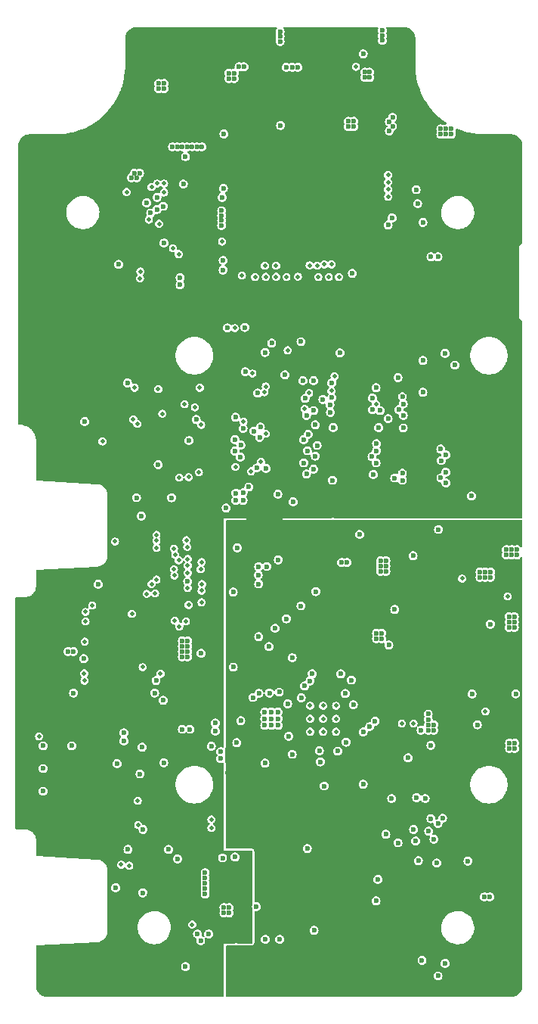
<source format=gbr>
%TF.GenerationSoftware,KiCad,Pcbnew,6.99.0-1.20221101gitf80c150.fc36*%
%TF.CreationDate,2022-11-23T15:43:29+00:00*%
%TF.ProjectId,bugg-main-r4,62756767-2d6d-4616-996e-2d72342e6b69,rev?*%
%TF.SameCoordinates,Original*%
%TF.FileFunction,Copper,L2,Inr*%
%TF.FilePolarity,Positive*%
%FSLAX46Y46*%
G04 Gerber Fmt 4.6, Leading zero omitted, Abs format (unit mm)*
G04 Created by KiCad (PCBNEW 6.99.0-1.20221101gitf80c150.fc36) date 2022-11-23 15:43:29*
%MOMM*%
%LPD*%
G01*
G04 APERTURE LIST*
%TA.AperFunction,ComponentPad*%
%ADD10O,1.550000X0.890000*%
%TD*%
%TA.AperFunction,ComponentPad*%
%ADD11O,0.950000X1.250000*%
%TD*%
%TA.AperFunction,Conductor*%
%ADD12C,1.000000*%
%TD*%
%TA.AperFunction,ComponentPad*%
%ADD13C,0.500000*%
%TD*%
%TA.AperFunction,ComponentPad*%
%ADD14C,0.600000*%
%TD*%
%TA.AperFunction,ViaPad*%
%ADD15C,0.600000*%
%TD*%
%TA.AperFunction,ViaPad*%
%ADD16C,0.500000*%
%TD*%
G04 APERTURE END LIST*
%TO.C,NT1*%
G36*
X1350000Y4700000D02*
G01*
X-2650000Y4700000D01*
X-2650000Y6700000D01*
X1350000Y6700000D01*
X1350000Y4700000D01*
G37*
%TD*%
D10*
%TO.N,GND*%
%TO.C,J15*%
X26199999Y28699999D03*
D11*
X23499999Y29699999D03*
X23499999Y34699999D03*
D10*
X26199999Y35699999D03*
%TD*%
D12*
%TO.N,GND*%
%TO.C,NT1*%
X-650000Y6200000D03*
%TO.N,GNDA*%
X-650000Y5200000D03*
%TD*%
D13*
%TO.N,-15V*%
%TO.C,U18*%
X4467462Y-15175000D03*
X4467462Y-16625000D03*
X4467462Y-18075000D03*
X5917462Y-15175000D03*
X5917462Y-16625000D03*
X5917462Y-18075000D03*
X7367462Y-15175000D03*
X7367462Y-16625000D03*
X7367462Y-18075000D03*
%TD*%
%TO.N,GNDA*%
%TO.C,U28*%
X16125000Y-15375000D03*
X16125000Y-14400000D03*
X16125000Y-13425000D03*
X15150000Y-15375000D03*
X15150000Y-14400000D03*
X15150000Y-13425000D03*
X14175000Y-15375000D03*
X14175000Y-14400000D03*
X14175000Y-13425000D03*
%TD*%
D14*
%TO.N,-15V*%
%TO.C,U23*%
X875000Y-17375000D03*
X875000Y-16625000D03*
X875000Y-15875000D03*
X125000Y-17375000D03*
X125000Y-16625000D03*
X125000Y-15875000D03*
X-625000Y-17375000D03*
X-625000Y-16625000D03*
X-625000Y-15875000D03*
%TD*%
D15*
%TO.N,+3.3VADC*%
X-1400000Y19800000D03*
X19700000Y9750000D03*
X3650000Y21200000D03*
X14800000Y10050000D03*
X17100000Y19900000D03*
X7800000Y24300000D03*
X12150000Y15950000D03*
X14900000Y17300000D03*
X6950000Y10050000D03*
X11450000Y19250000D03*
X11450000Y17950000D03*
X11400000Y12700000D03*
X-475000Y11375000D03*
X14900000Y18600000D03*
X5050000Y12750000D03*
X153631Y25396369D03*
X7900000Y-11600000D03*
X850000Y8500000D03*
D16*
%TO.N,/SCL*%
X-7700000Y-3600000D03*
X-14550000Y33400000D03*
X-10900000Y36000000D03*
X-14900000Y16350000D03*
%TO.N,/SDA*%
X-15350000Y16850000D03*
X-14600000Y32650000D03*
X-15500000Y-4900000D03*
X-9150000Y-3900000D03*
X-18800000Y14400000D03*
X-10250000Y35350000D03*
%TO.N,/FSYNC*%
X-12750000Y3950000D03*
X11850000Y18600000D03*
X6850000Y20050000D03*
X-650000Y19900000D03*
X-9300000Y2600000D03*
X-12450000Y38750000D03*
X-12100000Y17500000D03*
%TO.N,/BCLK*%
X-13600000Y39200000D03*
X-12550000Y20250000D03*
X-1050000Y12100000D03*
X-500000Y20550000D03*
X-12900000Y-2600000D03*
X7200000Y21700000D03*
X-500000Y15250000D03*
%TO.N,/SDOUT*%
X-12750000Y2500000D03*
D15*
%TO.N,GND*%
X17650000Y15000000D03*
X15400000Y58400000D03*
X350000Y40300000D03*
X7647207Y46950000D03*
X9500000Y38900000D03*
D16*
X22100000Y31850000D03*
D15*
X-12450000Y59381420D03*
X-6850000Y52775000D03*
X6950000Y12750000D03*
X-13450000Y60300000D03*
X9500000Y40350000D03*
D16*
X19250000Y44050000D03*
X-1300000Y47000000D03*
D15*
X-14200000Y55403621D03*
D16*
X24700000Y48250000D03*
D15*
X-5500000Y-35600000D03*
X4050000Y38900000D03*
X-6350000Y30850000D03*
X-11100000Y58950000D03*
X-10600000Y-42250000D03*
X-10450000Y-1300000D03*
X3750000Y49900000D03*
X19400000Y28700000D03*
X1900000Y9350000D03*
D16*
X19150000Y46500000D03*
D15*
X-9700000Y41700000D03*
D16*
X6600000Y56000000D03*
D15*
X-3150000Y49600000D03*
X9950000Y21700000D03*
X-17850000Y-37200000D03*
X8750000Y52800000D03*
X5800000Y46950000D03*
X2175000Y42150000D03*
X15800000Y52300000D03*
X-7050000Y30850000D03*
X-13650000Y55400000D03*
X15850000Y35500000D03*
D16*
X-5150000Y57400000D03*
D15*
X7950000Y50550000D03*
X14300000Y30900000D03*
X1400000Y54000000D03*
X-8250000Y60300000D03*
D16*
X22050000Y45050000D03*
X24150000Y48250000D03*
X-8000000Y55500000D03*
X-4700000Y59450000D03*
D15*
X-12600000Y-25750000D03*
X-3450000Y-34350000D03*
X3750000Y52800000D03*
X14000000Y52750000D03*
X15800000Y51700000D03*
D16*
X-3500000Y59450000D03*
D15*
X7650000Y40350000D03*
D16*
X18100000Y41600000D03*
D15*
X-9700000Y40300000D03*
X-3450000Y-36150000D03*
X-4000000Y54050000D03*
X-21450000Y-1200000D03*
X-6200000Y-43550000D03*
D16*
X21000000Y45050000D03*
D15*
X8400000Y-13800000D03*
X-14300000Y-31250000D03*
D16*
X-7650000Y-4300000D03*
D15*
X-3450000Y-35550000D03*
D16*
X20100000Y43850000D03*
D15*
X5850000Y36000000D03*
D16*
X-13850000Y-100000D03*
X21000000Y46550000D03*
D15*
X-10050000Y33950000D03*
X15700000Y42050000D03*
X12100000Y50050000D03*
X23300000Y6150000D03*
D16*
X-1950000Y57300000D03*
D15*
X-5500000Y-34400000D03*
X15600000Y31600000D03*
X-13150000Y-23850000D03*
D16*
X25800000Y48250000D03*
D15*
X-1450000Y43250000D03*
X15900000Y34000000D03*
X-5400000Y47350000D03*
X11150000Y38900000D03*
X27600000Y20800000D03*
X-6200000Y-42200000D03*
X-14100000Y60300000D03*
D16*
X-17000000Y-400000D03*
X-8000000Y56500000D03*
D15*
X8950000Y16600000D03*
X-400000Y49800000D03*
D16*
X15950000Y44100000D03*
D15*
X-19200000Y-42000000D03*
D16*
X20050000Y46550000D03*
D15*
X5376400Y50086400D03*
X19400000Y7750000D03*
X-11100000Y57350000D03*
X15400000Y59600000D03*
X-11200000Y60400000D03*
X-6175000Y52775000D03*
X-8200000Y-33050000D03*
X7650000Y44750000D03*
X15900000Y33300000D03*
X5850000Y38850000D03*
X13300000Y47350000D03*
X5800000Y37400000D03*
D16*
X20050000Y31850000D03*
X17050000Y47450000D03*
D15*
X6350000Y50550000D03*
D16*
X-6350000Y58900000D03*
D15*
X-6200000Y-44200000D03*
D16*
X23450000Y47250000D03*
D15*
X-13550000Y46350000D03*
X9500000Y37400000D03*
D16*
X-2300000Y54100000D03*
D15*
X-7700000Y50100000D03*
X27600000Y16000000D03*
X5800000Y15000000D03*
X-14600000Y-45150000D03*
X11250000Y46850000D03*
X15600000Y32350000D03*
X9450000Y43300000D03*
D16*
X3750000Y16250000D03*
D15*
X-1450000Y38850000D03*
X-1450000Y41800000D03*
X-5450000Y30750000D03*
X-8250000Y59700000D03*
D16*
X-8000000Y56000000D03*
D15*
X-10750000Y52800000D03*
X-18400000Y-32400000D03*
X13400000Y33900000D03*
X-20100000Y17100000D03*
X-11150000Y-19400000D03*
X-9700000Y41000000D03*
X7650000Y37400000D03*
D16*
X22000000Y46550000D03*
D15*
X2200000Y43250000D03*
X-5500000Y-35000000D03*
D16*
X-2700000Y53350000D03*
D15*
X-9450000Y52850000D03*
D16*
X25200000Y43300000D03*
D15*
X11150000Y43250000D03*
D16*
X21900000Y48050000D03*
D15*
X4000000Y44750000D03*
X11250000Y44750000D03*
X11150000Y40400000D03*
X13350000Y37150000D03*
X1500000Y58250000D03*
D16*
X-15400000Y2550000D03*
D15*
X2050000Y58250000D03*
X11400000Y15900000D03*
X-4550000Y9300000D03*
X-7050000Y-41450000D03*
D16*
X6600000Y56500000D03*
D15*
X2200000Y36050000D03*
D16*
X-4600000Y33000000D03*
D15*
X-9800000Y50086400D03*
X-14250000Y-37650000D03*
X-18000000Y-3150000D03*
X-8850000Y50086400D03*
X-20850000Y-6850000D03*
X7650000Y38850000D03*
X-8550000Y45950000D03*
X350000Y44750000D03*
X-16150000Y46050000D03*
X9450000Y47000000D03*
X400000Y41800000D03*
D16*
X25250000Y48250000D03*
X18700000Y43300000D03*
D15*
X-3450000Y-34950000D03*
X-12450000Y56500000D03*
X-14600000Y-22000000D03*
X9450000Y44750000D03*
X13400000Y33250000D03*
X-7650000Y60300000D03*
X-7900000Y58950000D03*
D16*
X23450000Y44300000D03*
D15*
X15400000Y60200000D03*
X-4000000Y53100000D03*
X-550000Y17150000D03*
X13300000Y34750000D03*
X-19400000Y49600000D03*
X-7650000Y59700000D03*
X-5400000Y35700000D03*
D16*
X6600000Y55500000D03*
D15*
X9100000Y-12300000D03*
X12100000Y50700000D03*
X-4956400Y49900000D03*
X2600000Y58250000D03*
X-25700000Y-45650000D03*
X-25550000Y-3350000D03*
X-3450000Y-33750000D03*
X-4350000Y6100000D03*
X27600000Y11000000D03*
X20650000Y6100000D03*
X-5500000Y-36200000D03*
X-10750000Y50050000D03*
X-4000000Y15900000D03*
X15400000Y59000000D03*
X2250000Y6250000D03*
D16*
X24100000Y43300000D03*
X1250000Y46750000D03*
D15*
X-6800000Y53650000D03*
X5850000Y43300000D03*
X7900000Y7150000D03*
X1350000Y53350000D03*
X-8750000Y-31900000D03*
X-2400000Y50900000D03*
X-8550000Y45400000D03*
X7650000Y43300000D03*
D16*
X1000000Y56400000D03*
D15*
X-14750000Y60300000D03*
X2200000Y44750000D03*
X23350000Y8300000D03*
X13300000Y35350000D03*
X-13600000Y53200000D03*
X8500000Y7150000D03*
X-2000000Y50100000D03*
X-2350000Y52700000D03*
X-19200000Y-7400000D03*
X-1450000Y40300000D03*
D16*
X1350000Y57250000D03*
X-16000000Y-9550000D03*
D15*
X10850000Y33800000D03*
X14900000Y30900000D03*
X5850000Y40300000D03*
D16*
X-20900000Y-10750000D03*
X25750000Y43300000D03*
D15*
X-7500000Y32050000D03*
D16*
X24650000Y43300000D03*
D15*
X-14850000Y55400000D03*
X4050000Y37400000D03*
X4000000Y36000000D03*
X-24050000Y-600000D03*
%TO.N,+3V3*%
X-22050000Y-13750000D03*
X-7750000Y-9300000D03*
X-22050000Y-9100000D03*
X-10400000Y-32300000D03*
X-9500000Y46250000D03*
X-14250000Y-29000000D03*
X-20800000Y16625000D03*
X-17000000Y34200000D03*
X-14450000Y6050000D03*
X-22650000Y-9100000D03*
X-2800000Y22200000D03*
X-19275000Y-1575000D03*
X-12000000Y-14550000D03*
%TO.N,/Power and input connector/Vin*%
X13700000Y50650000D03*
X1100000Y59150000D03*
X13350000Y50150000D03*
X1100000Y60250000D03*
X12550000Y60350000D03*
X1100000Y59700000D03*
X13350000Y49150000D03*
X13700000Y49650000D03*
X12550000Y59250000D03*
X12550000Y59800000D03*
D16*
%TO.N,/Modem/UIM_SIM_DET*%
X-5400000Y36750000D03*
X-3975000Y27075000D03*
D15*
%TO.N,/Modem/UIM_VCC*%
X-25450800Y-24739600D03*
X-5550000Y-20300000D03*
D16*
X13206594Y41793406D03*
D15*
X-9000000Y-17800000D03*
X-14600000Y-22800000D03*
%TO.N,/Modem/UIM_RESET_N*%
X-6600000Y-19700000D03*
X-25450800Y-22199600D03*
X-14350000Y-19800000D03*
D16*
X13200000Y44200000D03*
D15*
%TO.N,/Modem/UIM_CLK_R*%
X-16400000Y-19100000D03*
X-25450800Y-19659600D03*
%TO.N,/Power and input connector/VIN_DCDC_3V7*%
X10600000Y55100000D03*
X2450000Y56250000D03*
X1800000Y56250000D03*
X11150000Y55100000D03*
X10600000Y55700000D03*
X3100000Y56250000D03*
X11150000Y55700000D03*
D16*
%TO.N,/SD_DAT2*%
X-9400000Y3350000D03*
X-20830000Y-12370000D03*
%TO.N,/SD_DAT3*%
X-9250000Y-2000000D03*
X-20850000Y-11550000D03*
D15*
%TO.N,/SD_CMD*%
X-20900000Y-9900000D03*
D16*
X-13850000Y-2650000D03*
%TO.N,/SD_CLK*%
X-20800000Y-8000000D03*
D15*
X-9250000Y-1250000D03*
D16*
%TO.N,/SD_DAT0*%
X-13300000Y-1550000D03*
X-20700000Y-5750000D03*
%TO.N,/SD_DAT1*%
X-12750000Y-1050000D03*
X-20700000Y-4670000D03*
%TO.N,/SD_nDET*%
X-19950000Y-3950000D03*
X-7700000Y-2300000D03*
D15*
%TO.N,/LED driver\u002C LED board connections/LED3_B*%
X-12700000Y40350000D03*
%TO.N,VBUS*%
X-14950000Y43900000D03*
X18800000Y-45400000D03*
X-4600000Y-37750000D03*
X-5200000Y-38350000D03*
X-4600000Y-38350000D03*
X-15250000Y44400000D03*
X-11050000Y8100000D03*
X-5350000Y-32200000D03*
X-11400000Y-31250000D03*
X-15550000Y43900000D03*
X-14650000Y44400000D03*
X18850000Y4550000D03*
X-5200000Y-37750000D03*
X2550000Y7650000D03*
%TO.N,/USB_OTG_ID*%
X22550000Y8300000D03*
X19600000Y24250000D03*
X17100000Y23450000D03*
%TO.N,/Power and input connector/VIN_DCDC_5*%
X-4050000Y55600000D03*
X-4050000Y55000000D03*
X-11900000Y53850000D03*
X-12500000Y53850000D03*
X-4650000Y55600000D03*
X-4650000Y55000000D03*
X-12500000Y54450000D03*
X-11900000Y54450000D03*
D16*
%TO.N,/RXD*%
X-10200000Y-6300000D03*
X-14800000Y-28500000D03*
X-6600000Y-28850000D03*
%TO.N,/TXD*%
X-14850000Y-25800000D03*
X-10700000Y-5650000D03*
X-6600000Y-27900000D03*
D15*
%TO.N,/LED driver\u002C LED board connections/LED3_G*%
X-12000000Y40700000D03*
%TO.N,/nPWR_LED*%
X-13850000Y41100000D03*
X-17325000Y-35525000D03*
%TO.N,/LED driver\u002C LED board connections/LED2_B*%
X-12700000Y41700000D03*
D16*
%TO.N,/LED driver\u002C LED board connections/LED2_G*%
X-11900000Y42250000D03*
%TO.N,/LED driver\u002C LED board connections/LED2_R*%
X-13300000Y42850000D03*
%TO.N,/LED driver\u002C LED board connections/LED1_B*%
X-16100000Y42300000D03*
X-11900000Y43250000D03*
%TO.N,/LED driver\u002C LED board connections/LED1_G*%
X-12700000Y43250000D03*
D15*
%TO.N,/LED driver\u002C LED board connections/LED1_R*%
X-9750000Y43200000D03*
%TO.N,+5V*%
X17700000Y-16100000D03*
X27350000Y-5800000D03*
X26750000Y-6400000D03*
X2450000Y-9800000D03*
X17700000Y-17300000D03*
X-9100000Y14500000D03*
X10000000Y4000000D03*
X-8750000Y47350000D03*
X-3500000Y56300000D03*
X-9850000Y-8500000D03*
X-2950000Y56300000D03*
X-5200000Y48800000D03*
X26750000Y-5200000D03*
X27050000Y2300000D03*
X-9850000Y-9100000D03*
X-7650000Y47350000D03*
X27500000Y-13850000D03*
X-9250000Y-7900000D03*
X-9850000Y47350000D03*
X-11900000Y36600000D03*
X27650000Y2300000D03*
X-9850000Y-7900000D03*
X-10950000Y47350000D03*
X26750000Y-5800000D03*
X17700000Y-17900000D03*
X26450000Y2300000D03*
X18300000Y-17900000D03*
X27350000Y-6400000D03*
X17700000Y-16700000D03*
X-9850000Y-9700000D03*
X27350000Y-5200000D03*
X27050000Y1700000D03*
X-9250000Y-9100000D03*
X27650000Y1700000D03*
X-9300000Y47350000D03*
X18300000Y-17300000D03*
X26450000Y1700000D03*
X-9250000Y-8500000D03*
X22600000Y-13850000D03*
X-8200000Y47350000D03*
X-9250000Y-9700000D03*
X-10400000Y47350000D03*
%TO.N,/USB_UART_DN*%
X-8150000Y-40700000D03*
%TO.N,/USB_UART_DP*%
X-6900000Y-40700000D03*
D16*
%TO.N,/POWER_ON_N*%
X-7700000Y900000D03*
X-3000000Y16600000D03*
X-7750000Y16250000D03*
%TO.N,/RESET_IN_N*%
X-2150000Y11050000D03*
X-9150000Y10400000D03*
X-9250000Y1250000D03*
%TO.N,/BOOT_MODE*%
X-8000000Y10950000D03*
X-3900000Y11550000D03*
X-9250000Y-300000D03*
%TO.N,/WAKE*%
X-2000000Y22000000D03*
X1950000Y24600000D03*
D15*
%TO.N,GNDA*%
X16300000Y-22100000D03*
X-2950000Y-44350000D03*
X20050000Y-13300000D03*
X11300000Y-18700000D03*
X23432951Y-43845022D03*
X11600000Y-24250000D03*
X-3650000Y5250000D03*
X7500000Y-45700000D03*
X-2950000Y-43450000D03*
X19600000Y-30750000D03*
X26250000Y-28750000D03*
X19450000Y-1750000D03*
X23400000Y-18400000D03*
X4900000Y-34750000D03*
X9100000Y-10300000D03*
X1450000Y-7450000D03*
X-4550000Y-1600000D03*
X26900000Y-18200000D03*
X27100000Y5000000D03*
X22950000Y-29400000D03*
X9100000Y-30650000D03*
X16850000Y-22100000D03*
X8550000Y-21150000D03*
X3625000Y-45800000D03*
X25600000Y-43800000D03*
X10578849Y-8870138D03*
X1900000Y-3350000D03*
X9600000Y-22400000D03*
X12200000Y-1600000D03*
X2400000Y5250000D03*
X22100000Y-19300000D03*
X3900000Y-10350000D03*
X11550000Y-30700000D03*
X18250000Y-13300000D03*
X25500000Y-13300000D03*
X4900000Y-34200000D03*
X23150000Y-33750000D03*
X17950000Y-22100000D03*
X19450000Y-3550000D03*
X19450000Y-13300000D03*
X4350000Y-34750000D03*
X24650000Y-5250000D03*
X12900000Y-39400000D03*
X19450000Y-2950000D03*
X19250000Y5250000D03*
X24650000Y-4650000D03*
X6250000Y-19900000D03*
X7100000Y-21150000D03*
X3000000Y-26500000D03*
X18250000Y-13900000D03*
X17400000Y-22100000D03*
X-2200000Y2150000D03*
X1550000Y-1350000D03*
X4000000Y-43250000D03*
X19450000Y-2350000D03*
X-4650000Y-18550000D03*
X15400000Y-17550000D03*
X4350000Y-34200000D03*
X12650000Y-27050000D03*
X13300000Y5300000D03*
X-3850000Y-42250000D03*
X8100000Y-7950000D03*
X12200000Y-2800000D03*
X22100000Y-19900000D03*
X25050000Y-17850000D03*
X17350000Y-26400000D03*
X400000Y-28300000D03*
X7000000Y5350000D03*
X-4150000Y-8200000D03*
X-4750000Y-22650000D03*
X18850000Y-13300000D03*
X14450000Y-42150000D03*
X12200000Y-2200000D03*
X7700000Y-42800000D03*
X5200000Y-28000000D03*
X6950000Y550000D03*
X16650000Y-5200000D03*
X12200000Y-3400000D03*
X-4400000Y350000D03*
%TO.N,/MIC_IN_P*%
X-550000Y-41300000D03*
D16*
%TO.N,/WAKE_ON_WWAN*%
X3850000Y18050000D03*
X-10650000Y1700000D03*
X-8450000Y18200000D03*
%TO.N,/TX_ON*%
X4350000Y19800000D03*
X-10800000Y2400000D03*
X-9600000Y18550000D03*
D15*
%TO.N,/Modem/1V8_TX_ON*%
X-5400000Y41700000D03*
X4850000Y21200000D03*
%TO.N,/Modem/1V8_WAKE_ON_WWAN*%
X5900000Y19100000D03*
X16336715Y42563286D03*
%TO.N,/Modem/1V8_WAKE*%
X3450000Y25550000D03*
D16*
X4400000Y34100000D03*
D15*
%TO.N,/Modem/1V8_BOOT_MODE*%
X5250000Y13950000D03*
X1150000Y49750000D03*
D16*
%TO.N,/Modem/1V8_RESET_IN_N*%
X5250000Y34050000D03*
D15*
X4850000Y11300000D03*
%TO.N,/Modem/1V8_POWER_ON_N*%
X4850000Y17850000D03*
X-5250000Y42700000D03*
%TO.N,Net-(D1-K)*%
X-14300000Y-36100000D03*
X-15950000Y-31250000D03*
D16*
%TO.N,/MODEM_USB_DN*%
X6050000Y34200000D03*
D15*
X18800000Y35050000D03*
D16*
%TO.N,/MODEM_USB_DP*%
X6850000Y34200000D03*
D15*
X18000000Y35050000D03*
%TO.N,Net-(D3-K)*%
X-9500000Y-44350000D03*
X1650000Y21850000D03*
X-16000000Y20950000D03*
%TO.N,+3V7*%
X9200000Y33200000D03*
X9350000Y49600000D03*
X10400000Y57750000D03*
X8750000Y49600000D03*
X8750000Y50200000D03*
X-5450000Y39100000D03*
X9350000Y50200000D03*
X-5450000Y40200000D03*
X-5450000Y38550000D03*
X-5450000Y39650000D03*
D16*
%TO.N,/Modem/UIM_CLK*%
X13200000Y42600000D03*
D15*
X-6150000Y-17100000D03*
%TO.N,/GLOBAL_EN_o*%
X-12800000Y-12350000D03*
X-15000000Y8100000D03*
D16*
%TO.N,/nRPIBOOT*%
X-14300000Y-10850000D03*
X-15200000Y20400000D03*
D15*
X20681118Y22932069D03*
D16*
%TO.N,/3V7_EN*%
X-10800000Y100000D03*
X9600000Y56300000D03*
%TO.N,/nPWR_LED_BUF*%
X-25900000Y-18600000D03*
X-15800000Y-33050000D03*
X-12300000Y-11600000D03*
D15*
%TO.N,/MIC_IN_N*%
X4900000Y-40300000D03*
X1050000Y-41300000D03*
%TO.N,Net-(Module1A-RUN_PG)*%
X-12950000Y-13750000D03*
D16*
%TO.N,Net-(U7-UART1_TX)*%
X-600000Y34050000D03*
D15*
X-10109200Y32715200D03*
X-5283200Y34645600D03*
%TO.N,Net-(U7-UART1_RX)*%
X-10109200Y31902400D03*
D16*
X650000Y34050000D03*
D15*
X-5283200Y33578800D03*
%TO.N,Net-(U7-SYS_CLK)*%
X13200000Y38600000D03*
X17100000Y38900000D03*
%TO.N,Net-(U7-SLEEP_CLK)*%
X16500000Y41000000D03*
X13650000Y39400000D03*
%TO.N,/Modem/UIM_DATA*%
X-22250400Y-19659600D03*
D16*
X13200000Y43412246D03*
D15*
X-16400000Y-18200000D03*
X-6150000Y-18000000D03*
%TO.N,Net-(U18A-SOUT2)*%
X4150000Y-31150000D03*
X6050000Y-24150000D03*
%TO.N,Net-(U18A-SOUT1)*%
X5500000Y-20200000D03*
X5600000Y-21450000D03*
%TO.N,+15V*%
X7550000Y-20250000D03*
X-1550000Y-37650000D03*
X550000Y-6500000D03*
X12500000Y-7050000D03*
X5100000Y-2400000D03*
X11900000Y-7050000D03*
X-100000Y-13750000D03*
X11900000Y-7650000D03*
X11850000Y-37000000D03*
X12500000Y-7650000D03*
%TO.N,-15V*%
X-3950000Y-32100000D03*
X8500000Y-19250000D03*
X27400000Y-19350000D03*
X1800000Y-5450000D03*
X12050000Y-34600000D03*
X26800000Y-19950000D03*
X-3300000Y-16850000D03*
X-4150000Y-10850000D03*
X26800000Y-19350000D03*
X27400000Y-19950000D03*
%TO.N,Net-(U27-IN+)*%
X-400000Y400000D03*
X-1350000Y-550000D03*
%TO.N,Net-(U27-IN-)*%
X-3700000Y2500000D03*
X-1300000Y400000D03*
%TO.N,+1V8*%
X900000Y1150000D03*
X23200000Y-17300000D03*
X24650000Y-6050000D03*
X13289077Y-8387876D03*
%TO.N,+48V*%
X24600000Y-36550000D03*
X8000000Y850000D03*
X16900000Y-17900000D03*
X8600000Y850000D03*
X24000000Y-36550000D03*
X15450000Y-21000000D03*
%TO.N,+3.3VA*%
X17750000Y-29200000D03*
X17000000Y-43650000D03*
%TO.N,/Power and input connector/-15_O*%
X18000000Y-19600000D03*
X11750000Y-16900000D03*
%TO.N,Net-(C71-Pad2)*%
X-150000Y-8550000D03*
X-1300000Y-7450000D03*
X-1300000Y-1550000D03*
%TO.N,Net-(D14-A)*%
X-3750000Y-19300000D03*
X1000000Y-13650000D03*
%TO.N,/SDOUT_INT_MIC*%
X-12550000Y11800000D03*
X-13400000Y39950000D03*
%TO.N,+5VA*%
X3450000Y-4000000D03*
X-4150000Y-2450000D03*
%TO.N,/EXT_MIC_EN*%
X-600000Y24350000D03*
D16*
X-10250000Y1100000D03*
D15*
X-4800000Y27100000D03*
D16*
X26600000Y-2950000D03*
D15*
X-3050000Y8650000D03*
D16*
X14750000Y-17150000D03*
X16050000Y-17150000D03*
X-10200000Y10350000D03*
X21500000Y-950000D03*
X24100000Y-15800000D03*
%TO.N,/SPI_SCLK*%
X-7800000Y100000D03*
%TO.N,/SPI_nCS*%
X-10750000Y-600000D03*
%TO.N,/SPI_MOSI*%
X-7650000Y-1550000D03*
D15*
%TO.N,Net-(Q13-D)*%
X22150000Y-32550000D03*
X18650000Y-32750000D03*
%TO.N,Net-(Q14-D)*%
X16600000Y-32500000D03*
X18800000Y-28350000D03*
%TO.N,/External Microphone Interface/PIP_EN*%
X19300000Y-27750000D03*
X16400000Y-25450000D03*
X9300000Y-15050000D03*
X10400000Y-23950000D03*
%TO.N,/External Microphone Interface/P3V3_EN*%
X17350000Y-25550000D03*
X11150000Y-17500000D03*
%TO.N,/External Microphone Interface/P48_EN*%
X18000000Y-27800000D03*
X10400000Y-18100000D03*
X13600000Y-25550000D03*
X19600000Y-44000000D03*
X18350000Y-30100000D03*
%TO.N,Net-(Q20-D)*%
X14300000Y-30500000D03*
X12950000Y-29550000D03*
%TO.N,Net-(Q21-D)*%
X16050000Y-29000000D03*
X16300000Y-30300000D03*
%TO.N,Net-(U18A-IN1)*%
X2450000Y-20600000D03*
X2062500Y-18587500D03*
X-1275000Y-13775000D03*
%TO.N,Net-(U18A-IN2)*%
X1950000Y-14950000D03*
X-600000Y-21600000D03*
X-1950000Y-14250000D03*
%TO.N,/External Microphone Interface/CNV*%
X14300000Y21550000D03*
X13950000Y10300000D03*
X-2400000Y9300000D03*
%TO.N,/External Microphone Interface/SCK*%
X-1500000Y11450000D03*
X-3900000Y17100000D03*
%TO.N,/External Microphone Interface/AMP_MOSI*%
X-3050000Y7800000D03*
X4700000Y-11600000D03*
%TO.N,/External Microphone Interface/AMP_SCLK*%
X4450000Y-12400000D03*
X-3850000Y7800000D03*
%TO.N,/External Microphone Interface/AMP_nCS*%
X-3850000Y8600000D03*
X3850000Y-12950000D03*
%TO.N,/External Microphone Interface/Q0*%
X19116421Y10316421D03*
X-3350000Y12650000D03*
X11550000Y10700000D03*
X4050000Y10750000D03*
%TO.N,/External Microphone Interface/Q1*%
X-3975000Y13325000D03*
X11850000Y12000000D03*
X19650000Y10950000D03*
X3750000Y12000000D03*
%TO.N,/External Microphone Interface/Q2*%
X-3300000Y14000000D03*
X19150000Y12250000D03*
X11900000Y13350000D03*
X4150000Y13350000D03*
%TO.N,/External Microphone Interface/Q3*%
X3750000Y14600000D03*
X19650000Y12900000D03*
X-3950000Y14600000D03*
X11900000Y14150000D03*
%TO.N,/External Microphone Interface/Q4*%
X14900000Y15900000D03*
X7050000Y15950000D03*
X-1200000Y14850000D03*
X4250000Y15200000D03*
X-8300000Y16850000D03*
X5050000Y16250000D03*
%TO.N,/External Microphone Interface/CLK_H*%
X-1100000Y16000000D03*
X19100000Y13550000D03*
%TO.N,/External Microphone Interface/RST*%
X11850000Y20400000D03*
X13200000Y16950000D03*
X-1850000Y15550000D03*
%TO.N,/External Microphone Interface/!Qeq2*%
X6675000Y18475000D03*
X3900000Y19200000D03*
%TO.N,/External Microphone Interface/!Qeq10*%
X14400000Y17950000D03*
X14800000Y10850000D03*
%TO.N,/External Microphone Interface/Qeq2*%
X6900000Y20950000D03*
X6750000Y17650000D03*
X14800000Y19400000D03*
%TO.N,/External Microphone Interface/AMP_RST*%
X-3050000Y15850000D03*
X3467462Y-14282538D03*
X-4950000Y6950000D03*
X4050000Y17300000D03*
%TO.N,Net-(U19A-~{R})*%
X12300000Y17850000D03*
X6900000Y19300000D03*
D16*
%TO.N,/SHDNZ*%
X-9250000Y500000D03*
X-7900000Y20400000D03*
%TO.N,/LED_ACT*%
X-16700000Y-32950000D03*
X-17400000Y3200000D03*
X-12750000Y3300000D03*
%TO.N,/LED_USER*%
X-9450000Y-5750000D03*
X-8750000Y-39650000D03*
D15*
%TO.N,/Power and input connector/LT_VIN*%
X24700000Y-800000D03*
X12350000Y450000D03*
X24100000Y-200000D03*
X12350000Y1050000D03*
X12350000Y-150000D03*
X24700000Y-200000D03*
X12950000Y1050000D03*
X23500000Y-800000D03*
X23500000Y-200000D03*
X12950000Y-150000D03*
X12950000Y450000D03*
X24100000Y-800000D03*
%TO.N,/Power and input connector/LT_VOUT*%
X13950000Y-4400000D03*
X16000000Y1600000D03*
%TO.N,/Modem/UIM_DSW*%
X-5550000Y-21100000D03*
X-17170400Y-21640800D03*
X-11950000Y-21550000D03*
X-9850000Y-17800000D03*
X-2850000Y27150000D03*
D16*
%TO.N,/Modem/J1*%
X-3170000Y32950000D03*
%TO.N,/Modem/J2*%
X-1700000Y32800000D03*
%TO.N,/Modem/J3*%
X-510000Y32810000D03*
%TO.N,/Modem/J4*%
X650000Y32820000D03*
%TO.N,/Modem/J5*%
X1810000Y32800000D03*
%TO.N,/Modem/J6*%
X3100000Y32830000D03*
%TO.N,/Modem/J7*%
X5380000Y32800000D03*
%TO.N,/Modem/J8*%
X6550000Y32800000D03*
%TO.N,/Modem/J9*%
X7700000Y32800000D03*
D15*
%TO.N,IN_VIN*%
X-7300000Y-36250000D03*
X-7300000Y-33850000D03*
X-7300000Y-35050000D03*
X19700000Y48750000D03*
X-7300000Y-34450000D03*
X20300000Y49350000D03*
X20300000Y48750000D03*
X19700000Y49350000D03*
X-7800000Y-41450000D03*
X-7300000Y-35650000D03*
X19100000Y49350000D03*
X19100000Y48750000D03*
%TD*%
%TA.AperFunction,Conductor*%
%TO.N,GNDA*%
G36*
X7056072Y5640990D02*
G01*
X7152158Y5612777D01*
X7151832Y5611668D01*
X7160402Y5610091D01*
X7160551Y5610567D01*
X7164451Y5609346D01*
X7164589Y5609321D01*
X7168850Y5607556D01*
X7173171Y5606616D01*
X7204680Y5599761D01*
X7204686Y5599760D01*
X7207274Y5599197D01*
X7217091Y5598142D01*
X7248331Y5594782D01*
X7248340Y5594782D01*
X7250958Y5594500D01*
X13224562Y5594500D01*
X13235286Y5594884D01*
X13236782Y5594937D01*
X13240320Y5595000D01*
X13359680Y5595000D01*
X13363218Y5594937D01*
X13364714Y5594884D01*
X13375438Y5594500D01*
X28150500Y5594500D01*
X28208691Y5575593D01*
X28244655Y5526093D01*
X28249500Y5495500D01*
X28249500Y2637731D01*
X28230593Y2579540D01*
X28181093Y2543576D01*
X28119907Y2543576D01*
X28078150Y2575776D01*
X28075377Y2573373D01*
X27985765Y2676792D01*
X27985764Y2676793D01*
X27981128Y2682143D01*
X27896477Y2736545D01*
X27866010Y2756125D01*
X27866008Y2756126D01*
X27860053Y2759953D01*
X27853263Y2761947D01*
X27853260Y2761948D01*
X27728752Y2798506D01*
X27721961Y2800500D01*
X27578039Y2800500D01*
X27571248Y2798506D01*
X27446740Y2761948D01*
X27446737Y2761947D01*
X27439947Y2759953D01*
X27433992Y2756126D01*
X27433990Y2756125D01*
X27403523Y2736545D01*
X27344348Y2720990D01*
X27296477Y2736545D01*
X27266010Y2756125D01*
X27266008Y2756126D01*
X27260053Y2759953D01*
X27253263Y2761947D01*
X27253260Y2761948D01*
X27128752Y2798506D01*
X27121961Y2800500D01*
X26978039Y2800500D01*
X26971248Y2798506D01*
X26846740Y2761948D01*
X26846737Y2761947D01*
X26839947Y2759953D01*
X26833992Y2756126D01*
X26833990Y2756125D01*
X26803523Y2736545D01*
X26744348Y2720990D01*
X26696477Y2736545D01*
X26666010Y2756125D01*
X26666008Y2756126D01*
X26660053Y2759953D01*
X26653263Y2761947D01*
X26653260Y2761948D01*
X26528752Y2798506D01*
X26521961Y2800500D01*
X26378039Y2800500D01*
X26371248Y2798506D01*
X26246740Y2761948D01*
X26246737Y2761947D01*
X26239947Y2759953D01*
X26233992Y2756126D01*
X26233990Y2756125D01*
X26203523Y2736545D01*
X26118872Y2682143D01*
X26114236Y2676793D01*
X26114235Y2676792D01*
X26077000Y2633820D01*
X26024623Y2573373D01*
X25964835Y2442457D01*
X25944353Y2300000D01*
X25964835Y2157543D01*
X26018002Y2041124D01*
X26024976Y1980340D01*
X26018003Y1958878D01*
X25964835Y1842457D01*
X25944353Y1700000D01*
X25964835Y1557543D01*
X26024623Y1426627D01*
X26029264Y1421271D01*
X26111273Y1326627D01*
X26118872Y1317857D01*
X26167595Y1286545D01*
X26233990Y1243875D01*
X26233992Y1243874D01*
X26239947Y1240047D01*
X26246737Y1238053D01*
X26246740Y1238052D01*
X26337204Y1211490D01*
X26378039Y1199500D01*
X26521961Y1199500D01*
X26562796Y1211490D01*
X26653260Y1238052D01*
X26653263Y1238053D01*
X26660053Y1240047D01*
X26675541Y1250000D01*
X26696477Y1263455D01*
X26755652Y1279010D01*
X26803523Y1263455D01*
X26824460Y1250000D01*
X26839947Y1240047D01*
X26846737Y1238053D01*
X26846740Y1238052D01*
X26937204Y1211490D01*
X26978039Y1199500D01*
X27121961Y1199500D01*
X27162796Y1211490D01*
X27253260Y1238052D01*
X27253263Y1238053D01*
X27260053Y1240047D01*
X27275541Y1250000D01*
X27296477Y1263455D01*
X27355652Y1279010D01*
X27403523Y1263455D01*
X27424460Y1250000D01*
X27439947Y1240047D01*
X27446737Y1238053D01*
X27446740Y1238052D01*
X27537204Y1211490D01*
X27578039Y1199500D01*
X27721961Y1199500D01*
X27762796Y1211490D01*
X27853260Y1238052D01*
X27853263Y1238053D01*
X27860053Y1240047D01*
X27866008Y1243874D01*
X27866010Y1243875D01*
X27932405Y1286545D01*
X27981128Y1317857D01*
X27988728Y1326627D01*
X28075377Y1426627D01*
X28077848Y1424486D01*
X28114585Y1454525D01*
X28175671Y1458016D01*
X28227142Y1424935D01*
X28249500Y1362269D01*
X28249500Y-46496109D01*
X28249195Y-46503876D01*
X28234728Y-46687696D01*
X28232298Y-46703040D01*
X28190164Y-46878542D01*
X28185363Y-46893317D01*
X28116293Y-47060066D01*
X28109244Y-47073901D01*
X28014930Y-47227808D01*
X28005816Y-47240352D01*
X27888590Y-47377606D01*
X27877609Y-47388587D01*
X27740352Y-47505816D01*
X27727808Y-47514930D01*
X27573901Y-47609244D01*
X27560066Y-47616293D01*
X27486902Y-47646599D01*
X27393313Y-47685364D01*
X27378547Y-47690163D01*
X27290791Y-47711231D01*
X27203040Y-47732298D01*
X27187696Y-47734728D01*
X27003876Y-47749195D01*
X26996109Y-47749500D01*
X-4895500Y-47749500D01*
X-4953691Y-47730593D01*
X-4989655Y-47681093D01*
X-4994500Y-47650500D01*
X-4994500Y-45400000D01*
X18294353Y-45400000D01*
X18314835Y-45542457D01*
X18374623Y-45673373D01*
X18468872Y-45782143D01*
X18529410Y-45821048D01*
X18583990Y-45856125D01*
X18583992Y-45856126D01*
X18589947Y-45859953D01*
X18596737Y-45861947D01*
X18596740Y-45861948D01*
X18719608Y-45898025D01*
X18728039Y-45900500D01*
X18871961Y-45900500D01*
X18880392Y-45898025D01*
X19003260Y-45861948D01*
X19003263Y-45861947D01*
X19010053Y-45859953D01*
X19016008Y-45856126D01*
X19016010Y-45856125D01*
X19070590Y-45821048D01*
X19131128Y-45782143D01*
X19225377Y-45673373D01*
X19285165Y-45542457D01*
X19305647Y-45400000D01*
X19285165Y-45257543D01*
X19225377Y-45126627D01*
X19131128Y-45017857D01*
X19070590Y-44978952D01*
X19016010Y-44943875D01*
X19016008Y-44943874D01*
X19010053Y-44940047D01*
X19003263Y-44938053D01*
X19003260Y-44938052D01*
X18878752Y-44901494D01*
X18871961Y-44899500D01*
X18728039Y-44899500D01*
X18721248Y-44901494D01*
X18596740Y-44938052D01*
X18596737Y-44938053D01*
X18589947Y-44940047D01*
X18583992Y-44943874D01*
X18583990Y-44943875D01*
X18529410Y-44978952D01*
X18468872Y-45017857D01*
X18374623Y-45126627D01*
X18314835Y-45257543D01*
X18294353Y-45400000D01*
X-4994500Y-45400000D01*
X-4994500Y-43650000D01*
X16494353Y-43650000D01*
X16514835Y-43792457D01*
X16574623Y-43923373D01*
X16668872Y-44032143D01*
X16704438Y-44055000D01*
X16783990Y-44106125D01*
X16783992Y-44106126D01*
X16789947Y-44109953D01*
X16796737Y-44111947D01*
X16796740Y-44111948D01*
X16900647Y-44142457D01*
X16928039Y-44150500D01*
X17071961Y-44150500D01*
X17099353Y-44142457D01*
X17203260Y-44111948D01*
X17203263Y-44111947D01*
X17210053Y-44109953D01*
X17216008Y-44106126D01*
X17216010Y-44106125D01*
X17295562Y-44055000D01*
X17331128Y-44032143D01*
X17358980Y-44000000D01*
X19094353Y-44000000D01*
X19114835Y-44142457D01*
X19174623Y-44273373D01*
X19268872Y-44382143D01*
X19329410Y-44421048D01*
X19383990Y-44456125D01*
X19383992Y-44456126D01*
X19389947Y-44459953D01*
X19396737Y-44461947D01*
X19396740Y-44461948D01*
X19519608Y-44498025D01*
X19528039Y-44500500D01*
X19671961Y-44500500D01*
X19680392Y-44498025D01*
X19803260Y-44461948D01*
X19803263Y-44461947D01*
X19810053Y-44459953D01*
X19816008Y-44456126D01*
X19816010Y-44456125D01*
X19870590Y-44421048D01*
X19931128Y-44382143D01*
X20025377Y-44273373D01*
X20085165Y-44142457D01*
X20105647Y-44000000D01*
X20085165Y-43857543D01*
X20025377Y-43726627D01*
X19931128Y-43617857D01*
X19870590Y-43578952D01*
X19816010Y-43543875D01*
X19816008Y-43543874D01*
X19810053Y-43540047D01*
X19803263Y-43538053D01*
X19803260Y-43538052D01*
X19678752Y-43501494D01*
X19671961Y-43499500D01*
X19528039Y-43499500D01*
X19521248Y-43501494D01*
X19396740Y-43538052D01*
X19396737Y-43538053D01*
X19389947Y-43540047D01*
X19383992Y-43543874D01*
X19383990Y-43543875D01*
X19329410Y-43578952D01*
X19268872Y-43617857D01*
X19174623Y-43726627D01*
X19114835Y-43857543D01*
X19094353Y-44000000D01*
X17358980Y-44000000D01*
X17425377Y-43923373D01*
X17485165Y-43792457D01*
X17505647Y-43650000D01*
X17485165Y-43507543D01*
X17425377Y-43376627D01*
X17331128Y-43267857D01*
X17270590Y-43228952D01*
X17216010Y-43193875D01*
X17216008Y-43193874D01*
X17210053Y-43190047D01*
X17203263Y-43188053D01*
X17203260Y-43188052D01*
X17078752Y-43151494D01*
X17071961Y-43149500D01*
X16928039Y-43149500D01*
X16921248Y-43151494D01*
X16796740Y-43188052D01*
X16796737Y-43188053D01*
X16789947Y-43190047D01*
X16783992Y-43193874D01*
X16783990Y-43193875D01*
X16729410Y-43228952D01*
X16668872Y-43267857D01*
X16574623Y-43376627D01*
X16514835Y-43507543D01*
X16494353Y-43650000D01*
X-4994500Y-43650000D01*
X-4994500Y-42104500D01*
X-4975593Y-42046309D01*
X-4926093Y-42010345D01*
X-4895500Y-42005500D01*
X-4100958Y-42005500D01*
X-4098340Y-42005218D01*
X-4098331Y-42005218D01*
X-4067091Y-42001858D01*
X-4057274Y-42000803D01*
X-4054686Y-42000240D01*
X-4054680Y-42000239D01*
X-4023171Y-41993384D01*
X-4018850Y-41992444D01*
X-4014765Y-41990752D01*
X-4010551Y-41989433D01*
X-4010445Y-41989771D01*
X-4002066Y-41987536D01*
X-4002158Y-41987223D01*
X-3906072Y-41959010D01*
X-3878181Y-41955000D01*
X-3821819Y-41955000D01*
X-3793928Y-41959010D01*
X-3697842Y-41987223D01*
X-3698168Y-41988332D01*
X-3689598Y-41989909D01*
X-3689449Y-41989433D01*
X-3685549Y-41990654D01*
X-3685411Y-41990679D01*
X-3681150Y-41992444D01*
X-3676829Y-41993384D01*
X-3645320Y-42000239D01*
X-3645314Y-42000240D01*
X-3642726Y-42000803D01*
X-3632909Y-42001858D01*
X-3601669Y-42005218D01*
X-3601660Y-42005218D01*
X-3599042Y-42005500D01*
X-2099000Y-42005500D01*
X-2066856Y-42002970D01*
X-2036263Y-41998125D01*
X-2030874Y-41995893D01*
X-2030871Y-41995892D01*
X-1953010Y-41963642D01*
X-1953008Y-41963641D01*
X-1947617Y-41961408D01*
X-1898117Y-41925444D01*
X-1870372Y-41901203D01*
X-1823464Y-41822693D01*
X-1819855Y-41811587D01*
X-1805760Y-41768205D01*
X-1805760Y-41768203D01*
X-1804557Y-41764502D01*
X-1803836Y-41759953D01*
X-1795109Y-41704848D01*
X-1795109Y-41704843D01*
X-1794500Y-41701000D01*
X-1794500Y-41300000D01*
X-1055647Y-41300000D01*
X-1035165Y-41442457D01*
X-975377Y-41573373D01*
X-970736Y-41578729D01*
X-887111Y-41675238D01*
X-881128Y-41682143D01*
X-857845Y-41697106D01*
X-766010Y-41756125D01*
X-766008Y-41756126D01*
X-760053Y-41759953D01*
X-753263Y-41761947D01*
X-753260Y-41761948D01*
X-673282Y-41785431D01*
X-621961Y-41800500D01*
X-478039Y-41800500D01*
X-426718Y-41785431D01*
X-346740Y-41761948D01*
X-346737Y-41761947D01*
X-339947Y-41759953D01*
X-333992Y-41756126D01*
X-333990Y-41756125D01*
X-242155Y-41697106D01*
X-218872Y-41682143D01*
X-212888Y-41675238D01*
X-129264Y-41578729D01*
X-124623Y-41573373D01*
X-64835Y-41442457D01*
X-44353Y-41300000D01*
X544353Y-41300000D01*
X564835Y-41442457D01*
X624623Y-41573373D01*
X629264Y-41578729D01*
X712889Y-41675238D01*
X718872Y-41682143D01*
X742155Y-41697106D01*
X833990Y-41756125D01*
X833992Y-41756126D01*
X839947Y-41759953D01*
X846737Y-41761947D01*
X846740Y-41761948D01*
X926718Y-41785431D01*
X978039Y-41800500D01*
X1121961Y-41800500D01*
X1173282Y-41785431D01*
X1253260Y-41761948D01*
X1253263Y-41761947D01*
X1260053Y-41759953D01*
X1266008Y-41756126D01*
X1266010Y-41756125D01*
X1357845Y-41697106D01*
X1381128Y-41682143D01*
X1387112Y-41675238D01*
X1470736Y-41578729D01*
X1475377Y-41573373D01*
X1535165Y-41442457D01*
X1555647Y-41300000D01*
X1535165Y-41157543D01*
X1475377Y-41026627D01*
X1422659Y-40965787D01*
X1385765Y-40923208D01*
X1385764Y-40923207D01*
X1381128Y-40917857D01*
X1273035Y-40848390D01*
X1266010Y-40843875D01*
X1266008Y-40843874D01*
X1260053Y-40840047D01*
X1253263Y-40838053D01*
X1253260Y-40838052D01*
X1128752Y-40801494D01*
X1121961Y-40799500D01*
X978039Y-40799500D01*
X971248Y-40801494D01*
X846740Y-40838052D01*
X846737Y-40838053D01*
X839947Y-40840047D01*
X833992Y-40843874D01*
X833990Y-40843875D01*
X826965Y-40848390D01*
X718872Y-40917857D01*
X714236Y-40923207D01*
X714235Y-40923208D01*
X677341Y-40965787D01*
X624623Y-41026627D01*
X564835Y-41157543D01*
X544353Y-41300000D01*
X-44353Y-41300000D01*
X-64835Y-41157543D01*
X-124623Y-41026627D01*
X-177341Y-40965787D01*
X-214235Y-40923208D01*
X-214236Y-40923207D01*
X-218872Y-40917857D01*
X-326965Y-40848390D01*
X-333990Y-40843875D01*
X-333992Y-40843874D01*
X-339947Y-40840047D01*
X-346737Y-40838053D01*
X-346740Y-40838052D01*
X-471248Y-40801494D01*
X-478039Y-40799500D01*
X-621961Y-40799500D01*
X-628752Y-40801494D01*
X-753260Y-40838052D01*
X-753263Y-40838053D01*
X-760053Y-40840047D01*
X-766008Y-40843874D01*
X-766010Y-40843875D01*
X-773035Y-40848390D01*
X-881128Y-40917857D01*
X-885764Y-40923207D01*
X-885765Y-40923208D01*
X-922659Y-40965787D01*
X-975377Y-41026627D01*
X-1035165Y-41157543D01*
X-1055647Y-41300000D01*
X-1794500Y-41300000D01*
X-1794500Y-40300000D01*
X4394353Y-40300000D01*
X4414835Y-40442457D01*
X4474623Y-40573373D01*
X4479264Y-40578729D01*
X4536766Y-40645090D01*
X4568872Y-40682143D01*
X4596658Y-40700000D01*
X4683990Y-40756125D01*
X4683992Y-40756126D01*
X4689947Y-40759953D01*
X4696737Y-40761947D01*
X4696740Y-40761948D01*
X4771718Y-40783963D01*
X4828039Y-40800500D01*
X4971961Y-40800500D01*
X5028282Y-40783963D01*
X5103260Y-40761948D01*
X5103263Y-40761947D01*
X5110053Y-40759953D01*
X5116008Y-40756126D01*
X5116010Y-40756125D01*
X5203342Y-40700000D01*
X5231128Y-40682143D01*
X5263235Y-40645090D01*
X5320736Y-40578729D01*
X5325377Y-40573373D01*
X5385165Y-40442457D01*
X5405647Y-40300000D01*
X5385165Y-40157543D01*
X5344164Y-40067765D01*
X19145788Y-40067765D01*
X19175414Y-40337018D01*
X19243928Y-40599088D01*
X19245344Y-40602420D01*
X19245345Y-40602423D01*
X19347951Y-40843875D01*
X19349870Y-40848390D01*
X19490982Y-41079610D01*
X19664255Y-41287820D01*
X19666949Y-41290234D01*
X19666953Y-41290238D01*
X19751548Y-41366035D01*
X19865998Y-41468582D01*
X20091910Y-41618044D01*
X20256754Y-41695320D01*
X20333901Y-41731485D01*
X20333904Y-41731486D01*
X20337176Y-41733020D01*
X20340637Y-41734061D01*
X20340639Y-41734062D01*
X20413928Y-41756111D01*
X20596569Y-41811060D01*
X20708033Y-41827464D01*
X20860979Y-41849973D01*
X20860981Y-41849973D01*
X20864561Y-41850500D01*
X21067631Y-41850500D01*
X21270156Y-41835677D01*
X21273673Y-41834894D01*
X21273677Y-41834893D01*
X21531030Y-41777565D01*
X21531033Y-41777564D01*
X21534553Y-41776780D01*
X21787558Y-41680014D01*
X22023777Y-41547441D01*
X22032681Y-41540566D01*
X22123316Y-41470580D01*
X22238177Y-41381888D01*
X22240689Y-41379283D01*
X22423675Y-41189486D01*
X22423678Y-41189482D01*
X22426186Y-41186881D01*
X22442158Y-41164557D01*
X22521702Y-41053374D01*
X22583799Y-40966579D01*
X22707656Y-40725675D01*
X22773538Y-40532560D01*
X22793949Y-40472733D01*
X22793951Y-40472727D01*
X22795118Y-40469305D01*
X22844319Y-40202933D01*
X22854212Y-39932235D01*
X22824586Y-39662982D01*
X22756072Y-39400912D01*
X22702279Y-39274325D01*
X22651547Y-39154944D01*
X22651546Y-39154942D01*
X22650130Y-39151610D01*
X22509018Y-38920390D01*
X22335745Y-38712180D01*
X22333051Y-38709766D01*
X22333047Y-38709762D01*
X22225355Y-38613271D01*
X22134002Y-38531418D01*
X21908090Y-38381956D01*
X21743246Y-38304680D01*
X21666099Y-38268515D01*
X21666096Y-38268514D01*
X21662824Y-38266980D01*
X21403431Y-38188940D01*
X21269435Y-38169220D01*
X21139021Y-38150027D01*
X21139019Y-38150027D01*
X21135439Y-38149500D01*
X20932369Y-38149500D01*
X20729844Y-38164323D01*
X20726327Y-38165106D01*
X20726323Y-38165107D01*
X20468970Y-38222435D01*
X20468967Y-38222436D01*
X20465447Y-38223220D01*
X20212442Y-38319986D01*
X19976223Y-38452559D01*
X19761823Y-38618112D01*
X19759315Y-38620714D01*
X19759311Y-38620717D01*
X19576325Y-38810514D01*
X19576322Y-38810518D01*
X19573814Y-38813119D01*
X19416201Y-39033421D01*
X19292344Y-39274325D01*
X19291175Y-39277753D01*
X19227999Y-39462935D01*
X19204882Y-39530695D01*
X19155681Y-39797067D01*
X19145788Y-40067765D01*
X5344164Y-40067765D01*
X5325377Y-40026627D01*
X5231128Y-39917857D01*
X5164678Y-39875152D01*
X5116010Y-39843875D01*
X5116008Y-39843874D01*
X5110053Y-39840047D01*
X5103263Y-39838053D01*
X5103260Y-39838052D01*
X4978752Y-39801494D01*
X4971961Y-39799500D01*
X4828039Y-39799500D01*
X4821248Y-39801494D01*
X4696740Y-39838052D01*
X4696737Y-39838053D01*
X4689947Y-39840047D01*
X4683992Y-39843874D01*
X4683990Y-39843875D01*
X4635322Y-39875152D01*
X4568872Y-39917857D01*
X4474623Y-40026627D01*
X4414835Y-40157543D01*
X4394353Y-40300000D01*
X-1794500Y-40300000D01*
X-1794500Y-38232087D01*
X-1775593Y-38173896D01*
X-1726093Y-38137932D01*
X-1667609Y-38137097D01*
X-1629446Y-38148302D01*
X-1621961Y-38150500D01*
X-1478039Y-38150500D01*
X-1469608Y-38148025D01*
X-1346740Y-38111948D01*
X-1346737Y-38111947D01*
X-1339947Y-38109953D01*
X-1333992Y-38106126D01*
X-1333990Y-38106125D01*
X-1279410Y-38071048D01*
X-1218872Y-38032143D01*
X-1124623Y-37923373D01*
X-1064835Y-37792457D01*
X-1044353Y-37650000D01*
X-1064835Y-37507543D01*
X-1124623Y-37376627D01*
X-1218872Y-37267857D01*
X-1279410Y-37228952D01*
X-1333990Y-37193875D01*
X-1333992Y-37193874D01*
X-1339947Y-37190047D01*
X-1346737Y-37188053D01*
X-1346740Y-37188052D01*
X-1471248Y-37151494D01*
X-1478039Y-37149500D01*
X-1621961Y-37149500D01*
X-1628752Y-37151494D01*
X-1667609Y-37162903D01*
X-1728770Y-37161155D01*
X-1777222Y-37123792D01*
X-1794500Y-37067913D01*
X-1794500Y-37000000D01*
X11344353Y-37000000D01*
X11364835Y-37142457D01*
X11424623Y-37273373D01*
X11518872Y-37382143D01*
X11579409Y-37421048D01*
X11633990Y-37456125D01*
X11633992Y-37456126D01*
X11639947Y-37459953D01*
X11646737Y-37461947D01*
X11646740Y-37461948D01*
X11769608Y-37498025D01*
X11778039Y-37500500D01*
X11921961Y-37500500D01*
X11930392Y-37498025D01*
X12053260Y-37461948D01*
X12053263Y-37461947D01*
X12060053Y-37459953D01*
X12066008Y-37456126D01*
X12066010Y-37456125D01*
X12120591Y-37421048D01*
X12181128Y-37382143D01*
X12275377Y-37273373D01*
X12335165Y-37142457D01*
X12355647Y-37000000D01*
X12335165Y-36857543D01*
X12275377Y-36726627D01*
X12181128Y-36617857D01*
X12086450Y-36557011D01*
X12075541Y-36550000D01*
X23494353Y-36550000D01*
X23514835Y-36692457D01*
X23574623Y-36823373D01*
X23668872Y-36932143D01*
X23729319Y-36970990D01*
X23783990Y-37006125D01*
X23783992Y-37006126D01*
X23789947Y-37009953D01*
X23796737Y-37011947D01*
X23796740Y-37011948D01*
X23919608Y-37048025D01*
X23928039Y-37050500D01*
X24071961Y-37050500D01*
X24080392Y-37048025D01*
X24203260Y-37011948D01*
X24203263Y-37011947D01*
X24210053Y-37009953D01*
X24225541Y-37000000D01*
X24246477Y-36986545D01*
X24305652Y-36970990D01*
X24353523Y-36986545D01*
X24374460Y-37000000D01*
X24389947Y-37009953D01*
X24396737Y-37011947D01*
X24396740Y-37011948D01*
X24519608Y-37048025D01*
X24528039Y-37050500D01*
X24671961Y-37050500D01*
X24680392Y-37048025D01*
X24803260Y-37011948D01*
X24803263Y-37011947D01*
X24810053Y-37009953D01*
X24816008Y-37006126D01*
X24816010Y-37006125D01*
X24870681Y-36970990D01*
X24931128Y-36932143D01*
X25025377Y-36823373D01*
X25085165Y-36692457D01*
X25105647Y-36550000D01*
X25085165Y-36407543D01*
X25025377Y-36276627D01*
X24931128Y-36167857D01*
X24846477Y-36113455D01*
X24816010Y-36093875D01*
X24816008Y-36093874D01*
X24810053Y-36090047D01*
X24803263Y-36088053D01*
X24803260Y-36088052D01*
X24678752Y-36051494D01*
X24671961Y-36049500D01*
X24528039Y-36049500D01*
X24521248Y-36051494D01*
X24396740Y-36088052D01*
X24396737Y-36088053D01*
X24389947Y-36090047D01*
X24383992Y-36093874D01*
X24383990Y-36093875D01*
X24353523Y-36113455D01*
X24294348Y-36129010D01*
X24246477Y-36113455D01*
X24216010Y-36093875D01*
X24216008Y-36093874D01*
X24210053Y-36090047D01*
X24203263Y-36088053D01*
X24203260Y-36088052D01*
X24078752Y-36051494D01*
X24071961Y-36049500D01*
X23928039Y-36049500D01*
X23921248Y-36051494D01*
X23796740Y-36088052D01*
X23796737Y-36088053D01*
X23789947Y-36090047D01*
X23783992Y-36093874D01*
X23783990Y-36093875D01*
X23753523Y-36113455D01*
X23668872Y-36167857D01*
X23574623Y-36276627D01*
X23514835Y-36407543D01*
X23494353Y-36550000D01*
X12075541Y-36550000D01*
X12066010Y-36543875D01*
X12066008Y-36543874D01*
X12060053Y-36540047D01*
X12053263Y-36538053D01*
X12053260Y-36538052D01*
X11928752Y-36501494D01*
X11921961Y-36499500D01*
X11778039Y-36499500D01*
X11771248Y-36501494D01*
X11646740Y-36538052D01*
X11646737Y-36538053D01*
X11639947Y-36540047D01*
X11633992Y-36543874D01*
X11633990Y-36543875D01*
X11613550Y-36557011D01*
X11518872Y-36617857D01*
X11424623Y-36726627D01*
X11364835Y-36857543D01*
X11344353Y-37000000D01*
X-1794500Y-37000000D01*
X-1794500Y-34600000D01*
X11544353Y-34600000D01*
X11564835Y-34742457D01*
X11624623Y-34873373D01*
X11718872Y-34982143D01*
X11779409Y-35021048D01*
X11833990Y-35056125D01*
X11833992Y-35056126D01*
X11839947Y-35059953D01*
X11846737Y-35061947D01*
X11846740Y-35061948D01*
X11969608Y-35098025D01*
X11978039Y-35100500D01*
X12121961Y-35100500D01*
X12130392Y-35098025D01*
X12253260Y-35061948D01*
X12253263Y-35061947D01*
X12260053Y-35059953D01*
X12266008Y-35056126D01*
X12266010Y-35056125D01*
X12320591Y-35021048D01*
X12381128Y-34982143D01*
X12475377Y-34873373D01*
X12535165Y-34742457D01*
X12555647Y-34600000D01*
X12535165Y-34457543D01*
X12475377Y-34326627D01*
X12431935Y-34276492D01*
X12385765Y-34223208D01*
X12385764Y-34223207D01*
X12381128Y-34217857D01*
X12281397Y-34153764D01*
X12266010Y-34143875D01*
X12266008Y-34143874D01*
X12260053Y-34140047D01*
X12253263Y-34138053D01*
X12253260Y-34138052D01*
X12128752Y-34101494D01*
X12121961Y-34099500D01*
X11978039Y-34099500D01*
X11971248Y-34101494D01*
X11846740Y-34138052D01*
X11846737Y-34138053D01*
X11839947Y-34140047D01*
X11833992Y-34143874D01*
X11833990Y-34143875D01*
X11818603Y-34153764D01*
X11718872Y-34217857D01*
X11714236Y-34223207D01*
X11714235Y-34223208D01*
X11668065Y-34276492D01*
X11624623Y-34326627D01*
X11564835Y-34457543D01*
X11544353Y-34600000D01*
X-1794500Y-34600000D01*
X-1794500Y-32500000D01*
X16094353Y-32500000D01*
X16114835Y-32642457D01*
X16174623Y-32773373D01*
X16179264Y-32778729D01*
X16212362Y-32816926D01*
X16268872Y-32882143D01*
X16294951Y-32898903D01*
X16383990Y-32956125D01*
X16383992Y-32956126D01*
X16389947Y-32959953D01*
X16396737Y-32961947D01*
X16396740Y-32961948D01*
X16477147Y-32985557D01*
X16528039Y-33000500D01*
X16671961Y-33000500D01*
X16722853Y-32985557D01*
X16803260Y-32961948D01*
X16803263Y-32961947D01*
X16810053Y-32959953D01*
X16816008Y-32956126D01*
X16816010Y-32956125D01*
X16905049Y-32898903D01*
X16931128Y-32882143D01*
X16987639Y-32816926D01*
X17020736Y-32778729D01*
X17025377Y-32773373D01*
X17036051Y-32750000D01*
X18144353Y-32750000D01*
X18164835Y-32892457D01*
X18224623Y-33023373D01*
X18229264Y-33028729D01*
X18308119Y-33119733D01*
X18318872Y-33132143D01*
X18326528Y-33137063D01*
X18433990Y-33206125D01*
X18433992Y-33206126D01*
X18439947Y-33209953D01*
X18446737Y-33211947D01*
X18446740Y-33211948D01*
X18532283Y-33237065D01*
X18578039Y-33250500D01*
X18721961Y-33250500D01*
X18767717Y-33237065D01*
X18853260Y-33211948D01*
X18853263Y-33211947D01*
X18860053Y-33209953D01*
X18866008Y-33206126D01*
X18866010Y-33206125D01*
X18973472Y-33137063D01*
X18981128Y-33132143D01*
X18991882Y-33119733D01*
X19070736Y-33028729D01*
X19075377Y-33023373D01*
X19135165Y-32892457D01*
X19155647Y-32750000D01*
X19135165Y-32607543D01*
X19108886Y-32550000D01*
X21644353Y-32550000D01*
X21664835Y-32692457D01*
X21724623Y-32823373D01*
X21729264Y-32828729D01*
X21805042Y-32916182D01*
X21818872Y-32932143D01*
X21846658Y-32950000D01*
X21933990Y-33006125D01*
X21933992Y-33006126D01*
X21939947Y-33009953D01*
X21946737Y-33011947D01*
X21946740Y-33011948D01*
X22069608Y-33048025D01*
X22078039Y-33050500D01*
X22221961Y-33050500D01*
X22230392Y-33048025D01*
X22353260Y-33011948D01*
X22353263Y-33011947D01*
X22360053Y-33009953D01*
X22366008Y-33006126D01*
X22366010Y-33006125D01*
X22453342Y-32950000D01*
X22481128Y-32932143D01*
X22494959Y-32916182D01*
X22570736Y-32828729D01*
X22575377Y-32823373D01*
X22635165Y-32692457D01*
X22655647Y-32550000D01*
X22635165Y-32407543D01*
X22575377Y-32276627D01*
X22551872Y-32249500D01*
X22485765Y-32173208D01*
X22485764Y-32173207D01*
X22481128Y-32167857D01*
X22386747Y-32107202D01*
X22366010Y-32093875D01*
X22366008Y-32093874D01*
X22360053Y-32090047D01*
X22353263Y-32088053D01*
X22353260Y-32088052D01*
X22228752Y-32051494D01*
X22221961Y-32049500D01*
X22078039Y-32049500D01*
X22071248Y-32051494D01*
X21946740Y-32088052D01*
X21946737Y-32088053D01*
X21939947Y-32090047D01*
X21933992Y-32093874D01*
X21933990Y-32093875D01*
X21913253Y-32107202D01*
X21818872Y-32167857D01*
X21814236Y-32173207D01*
X21814235Y-32173208D01*
X21748128Y-32249500D01*
X21724623Y-32276627D01*
X21664835Y-32407543D01*
X21644353Y-32550000D01*
X19108886Y-32550000D01*
X19075377Y-32476627D01*
X19061949Y-32461130D01*
X18985765Y-32373208D01*
X18985764Y-32373207D01*
X18981128Y-32367857D01*
X18920591Y-32328952D01*
X18866010Y-32293875D01*
X18866008Y-32293874D01*
X18860053Y-32290047D01*
X18853263Y-32288053D01*
X18853260Y-32288052D01*
X18728752Y-32251494D01*
X18721961Y-32249500D01*
X18578039Y-32249500D01*
X18571248Y-32251494D01*
X18446740Y-32288052D01*
X18446737Y-32288053D01*
X18439947Y-32290047D01*
X18433992Y-32293874D01*
X18433990Y-32293875D01*
X18379410Y-32328952D01*
X18318872Y-32367857D01*
X18314236Y-32373207D01*
X18314235Y-32373208D01*
X18238051Y-32461130D01*
X18224623Y-32476627D01*
X18164835Y-32607543D01*
X18144353Y-32750000D01*
X17036051Y-32750000D01*
X17085165Y-32642457D01*
X17105647Y-32500000D01*
X17085165Y-32357543D01*
X17025377Y-32226627D01*
X16931128Y-32117857D01*
X16864071Y-32074762D01*
X16816010Y-32043875D01*
X16816008Y-32043874D01*
X16810053Y-32040047D01*
X16803263Y-32038053D01*
X16803260Y-32038052D01*
X16678752Y-32001494D01*
X16671961Y-31999500D01*
X16528039Y-31999500D01*
X16521248Y-32001494D01*
X16396740Y-32038052D01*
X16396737Y-32038053D01*
X16389947Y-32040047D01*
X16383992Y-32043874D01*
X16383990Y-32043875D01*
X16335929Y-32074762D01*
X16268872Y-32117857D01*
X16174623Y-32226627D01*
X16114835Y-32357543D01*
X16094353Y-32500000D01*
X-1794500Y-32500000D01*
X-1794500Y-31449000D01*
X-1797030Y-31416856D01*
X-1801875Y-31386263D01*
X-1823537Y-31333963D01*
X-1836358Y-31303010D01*
X-1836359Y-31303008D01*
X-1838592Y-31297617D01*
X-1874556Y-31248117D01*
X-1898797Y-31220372D01*
X-1977307Y-31173464D01*
X-2035498Y-31154557D01*
X-2039342Y-31153948D01*
X-2039347Y-31153947D01*
X-2064269Y-31150000D01*
X3644353Y-31150000D01*
X3664835Y-31292457D01*
X3724623Y-31423373D01*
X3818872Y-31532143D01*
X3838878Y-31545000D01*
X3933990Y-31606125D01*
X3933992Y-31606126D01*
X3939947Y-31609953D01*
X3946737Y-31611947D01*
X3946740Y-31611948D01*
X4069608Y-31648025D01*
X4078039Y-31650500D01*
X4221961Y-31650500D01*
X4230392Y-31648025D01*
X4353260Y-31611948D01*
X4353263Y-31611947D01*
X4360053Y-31609953D01*
X4366008Y-31606126D01*
X4366010Y-31606125D01*
X4461122Y-31545000D01*
X4481128Y-31532143D01*
X4575377Y-31423373D01*
X4635165Y-31292457D01*
X4655647Y-31150000D01*
X4635165Y-31007543D01*
X4575377Y-30876627D01*
X4509413Y-30800500D01*
X4485765Y-30773208D01*
X4485764Y-30773207D01*
X4481128Y-30767857D01*
X4420591Y-30728952D01*
X4366010Y-30693875D01*
X4366008Y-30693874D01*
X4360053Y-30690047D01*
X4353263Y-30688053D01*
X4353260Y-30688052D01*
X4228752Y-30651494D01*
X4221961Y-30649500D01*
X4078039Y-30649500D01*
X4071248Y-30651494D01*
X3946740Y-30688052D01*
X3946737Y-30688053D01*
X3939947Y-30690047D01*
X3933992Y-30693874D01*
X3933990Y-30693875D01*
X3879409Y-30728952D01*
X3818872Y-30767857D01*
X3814236Y-30773207D01*
X3814235Y-30773208D01*
X3790587Y-30800500D01*
X3724623Y-30876627D01*
X3664835Y-31007543D01*
X3644353Y-31150000D01*
X-2064269Y-31150000D01*
X-2095152Y-31145109D01*
X-2095157Y-31145109D01*
X-2099000Y-31144500D01*
X-4895500Y-31144500D01*
X-4953691Y-31125593D01*
X-4989655Y-31076093D01*
X-4994500Y-31045500D01*
X-4994500Y-30500000D01*
X13794353Y-30500000D01*
X13814835Y-30642457D01*
X13874623Y-30773373D01*
X13968872Y-30882143D01*
X14029410Y-30921048D01*
X14083990Y-30956125D01*
X14083992Y-30956126D01*
X14089947Y-30959953D01*
X14096737Y-30961947D01*
X14096740Y-30961948D01*
X14154468Y-30978898D01*
X14228039Y-31000500D01*
X14371961Y-31000500D01*
X14445532Y-30978898D01*
X14503260Y-30961948D01*
X14503263Y-30961947D01*
X14510053Y-30959953D01*
X14516008Y-30956126D01*
X14516010Y-30956125D01*
X14570590Y-30921048D01*
X14631128Y-30882143D01*
X14725377Y-30773373D01*
X14785165Y-30642457D01*
X14805647Y-30500000D01*
X14785165Y-30357543D01*
X14758886Y-30300000D01*
X15794353Y-30300000D01*
X15814835Y-30442457D01*
X15874623Y-30573373D01*
X15879264Y-30578729D01*
X15942315Y-30651494D01*
X15968872Y-30682143D01*
X16029409Y-30721048D01*
X16083990Y-30756125D01*
X16083992Y-30756126D01*
X16089947Y-30759953D01*
X16096737Y-30761947D01*
X16096740Y-30761948D01*
X16219608Y-30798025D01*
X16228039Y-30800500D01*
X16371961Y-30800500D01*
X16380392Y-30798025D01*
X16503260Y-30761948D01*
X16503263Y-30761947D01*
X16510053Y-30759953D01*
X16516008Y-30756126D01*
X16516010Y-30756125D01*
X16570591Y-30721048D01*
X16631128Y-30682143D01*
X16657686Y-30651494D01*
X16720736Y-30578729D01*
X16725377Y-30573373D01*
X16785165Y-30442457D01*
X16805647Y-30300000D01*
X16785165Y-30157543D01*
X16725377Y-30026627D01*
X16701872Y-29999500D01*
X16635765Y-29923208D01*
X16635764Y-29923207D01*
X16631128Y-29917857D01*
X16570591Y-29878952D01*
X16516010Y-29843875D01*
X16516008Y-29843874D01*
X16510053Y-29840047D01*
X16503263Y-29838053D01*
X16503260Y-29838052D01*
X16378752Y-29801494D01*
X16371961Y-29799500D01*
X16228039Y-29799500D01*
X16221248Y-29801494D01*
X16096740Y-29838052D01*
X16096737Y-29838053D01*
X16089947Y-29840047D01*
X16083992Y-29843874D01*
X16083990Y-29843875D01*
X16029409Y-29878952D01*
X15968872Y-29917857D01*
X15964236Y-29923207D01*
X15964235Y-29923208D01*
X15898128Y-29999500D01*
X15874623Y-30026627D01*
X15814835Y-30157543D01*
X15794353Y-30300000D01*
X14758886Y-30300000D01*
X14725377Y-30226627D01*
X14674366Y-30167757D01*
X14635765Y-30123208D01*
X14635764Y-30123207D01*
X14631128Y-30117857D01*
X14570591Y-30078952D01*
X14516010Y-30043875D01*
X14516008Y-30043874D01*
X14510053Y-30040047D01*
X14503263Y-30038053D01*
X14503260Y-30038052D01*
X14378752Y-30001494D01*
X14371961Y-29999500D01*
X14228039Y-29999500D01*
X14221248Y-30001494D01*
X14096740Y-30038052D01*
X14096737Y-30038053D01*
X14089947Y-30040047D01*
X14083992Y-30043874D01*
X14083990Y-30043875D01*
X14029409Y-30078952D01*
X13968872Y-30117857D01*
X13964236Y-30123207D01*
X13964235Y-30123208D01*
X13925634Y-30167757D01*
X13874623Y-30226627D01*
X13814835Y-30357543D01*
X13794353Y-30500000D01*
X-4994500Y-30500000D01*
X-4994500Y-29550000D01*
X12444353Y-29550000D01*
X12464835Y-29692457D01*
X12524623Y-29823373D01*
X12529264Y-29828729D01*
X12611130Y-29923208D01*
X12618872Y-29932143D01*
X12648365Y-29951097D01*
X12733990Y-30006125D01*
X12733992Y-30006126D01*
X12739947Y-30009953D01*
X12746737Y-30011947D01*
X12746740Y-30011948D01*
X12842439Y-30040047D01*
X12878039Y-30050500D01*
X13021961Y-30050500D01*
X13057561Y-30040047D01*
X13153260Y-30011948D01*
X13153263Y-30011947D01*
X13160053Y-30009953D01*
X13166008Y-30006126D01*
X13166010Y-30006125D01*
X13251635Y-29951097D01*
X13281128Y-29932143D01*
X13288871Y-29923208D01*
X13370736Y-29828729D01*
X13375377Y-29823373D01*
X13435165Y-29692457D01*
X13455647Y-29550000D01*
X13435165Y-29407543D01*
X13375377Y-29276627D01*
X13315055Y-29207011D01*
X13285765Y-29173208D01*
X13285764Y-29173207D01*
X13281128Y-29167857D01*
X13220590Y-29128952D01*
X13166010Y-29093875D01*
X13166008Y-29093874D01*
X13160053Y-29090047D01*
X13153263Y-29088053D01*
X13153260Y-29088052D01*
X13028752Y-29051494D01*
X13021961Y-29049500D01*
X12878039Y-29049500D01*
X12871248Y-29051494D01*
X12746740Y-29088052D01*
X12746737Y-29088053D01*
X12739947Y-29090047D01*
X12733992Y-29093874D01*
X12733990Y-29093875D01*
X12679410Y-29128952D01*
X12618872Y-29167857D01*
X12614236Y-29173207D01*
X12614235Y-29173208D01*
X12584945Y-29207011D01*
X12524623Y-29276627D01*
X12464835Y-29407543D01*
X12444353Y-29550000D01*
X-4994500Y-29550000D01*
X-4994500Y-29000000D01*
X15544353Y-29000000D01*
X15564835Y-29142457D01*
X15624623Y-29273373D01*
X15629264Y-29278729D01*
X15696423Y-29356235D01*
X15718872Y-29382143D01*
X15748365Y-29401097D01*
X15833990Y-29456125D01*
X15833992Y-29456126D01*
X15839947Y-29459953D01*
X15846737Y-29461947D01*
X15846740Y-29461948D01*
X15923772Y-29484566D01*
X15978039Y-29500500D01*
X16121961Y-29500500D01*
X16176228Y-29484566D01*
X16253260Y-29461948D01*
X16253263Y-29461947D01*
X16260053Y-29459953D01*
X16266008Y-29456126D01*
X16266010Y-29456125D01*
X16351635Y-29401097D01*
X16381128Y-29382143D01*
X16403578Y-29356235D01*
X16470736Y-29278729D01*
X16475377Y-29273373D01*
X16508886Y-29200000D01*
X17244353Y-29200000D01*
X17264835Y-29342457D01*
X17324623Y-29473373D01*
X17329264Y-29478729D01*
X17407679Y-29569225D01*
X17418872Y-29582143D01*
X17429559Y-29589011D01*
X17533990Y-29656125D01*
X17533992Y-29656126D01*
X17539947Y-29659953D01*
X17546737Y-29661947D01*
X17546740Y-29661948D01*
X17650647Y-29692457D01*
X17678039Y-29700500D01*
X17821961Y-29700500D01*
X17821961Y-29701837D01*
X17874821Y-29710989D01*
X17917460Y-29754870D01*
X17926163Y-29815434D01*
X17918669Y-29839664D01*
X17864835Y-29957543D01*
X17844353Y-30100000D01*
X17864835Y-30242457D01*
X17924623Y-30373373D01*
X17929264Y-30378729D01*
X17990070Y-30448903D01*
X18018872Y-30482143D01*
X18079409Y-30521048D01*
X18133990Y-30556125D01*
X18133992Y-30556126D01*
X18139947Y-30559953D01*
X18146737Y-30561947D01*
X18146740Y-30561948D01*
X18269608Y-30598025D01*
X18278039Y-30600500D01*
X18421961Y-30600500D01*
X18430392Y-30598025D01*
X18553260Y-30561948D01*
X18553263Y-30561947D01*
X18560053Y-30559953D01*
X18566008Y-30556126D01*
X18566010Y-30556125D01*
X18620591Y-30521048D01*
X18681128Y-30482143D01*
X18709931Y-30448903D01*
X18770736Y-30378729D01*
X18775377Y-30373373D01*
X18835165Y-30242457D01*
X18855647Y-30100000D01*
X18835165Y-29957543D01*
X18775377Y-29826627D01*
X18681128Y-29717857D01*
X18594132Y-29661948D01*
X18566010Y-29643875D01*
X18566008Y-29643874D01*
X18560053Y-29640047D01*
X18553263Y-29638053D01*
X18553260Y-29638052D01*
X18428752Y-29601494D01*
X18421961Y-29599500D01*
X18278039Y-29599500D01*
X18278039Y-29598163D01*
X18225179Y-29589011D01*
X18182540Y-29545130D01*
X18173837Y-29484566D01*
X18181331Y-29460336D01*
X18235165Y-29342457D01*
X18255647Y-29200000D01*
X18235165Y-29057543D01*
X18175377Y-28926627D01*
X18150673Y-28898117D01*
X18085765Y-28823208D01*
X18085764Y-28823207D01*
X18081128Y-28817857D01*
X17974887Y-28749580D01*
X17966010Y-28743875D01*
X17966008Y-28743874D01*
X17960053Y-28740047D01*
X17953263Y-28738053D01*
X17953260Y-28738052D01*
X17828752Y-28701494D01*
X17821961Y-28699500D01*
X17678039Y-28699500D01*
X17671248Y-28701494D01*
X17546740Y-28738052D01*
X17546737Y-28738053D01*
X17539947Y-28740047D01*
X17533992Y-28743874D01*
X17533990Y-28743875D01*
X17525113Y-28749580D01*
X17418872Y-28817857D01*
X17414236Y-28823207D01*
X17414235Y-28823208D01*
X17349327Y-28898117D01*
X17324623Y-28926627D01*
X17264835Y-29057543D01*
X17244353Y-29200000D01*
X16508886Y-29200000D01*
X16535165Y-29142457D01*
X16555647Y-29000000D01*
X16535165Y-28857543D01*
X16475377Y-28726627D01*
X16420190Y-28662937D01*
X16385765Y-28623208D01*
X16385764Y-28623207D01*
X16381128Y-28617857D01*
X16320591Y-28578952D01*
X16266010Y-28543875D01*
X16266008Y-28543874D01*
X16260053Y-28540047D01*
X16253263Y-28538053D01*
X16253260Y-28538052D01*
X16128752Y-28501494D01*
X16121961Y-28499500D01*
X15978039Y-28499500D01*
X15971248Y-28501494D01*
X15846740Y-28538052D01*
X15846737Y-28538053D01*
X15839947Y-28540047D01*
X15833992Y-28543874D01*
X15833990Y-28543875D01*
X15779409Y-28578952D01*
X15718872Y-28617857D01*
X15714236Y-28623207D01*
X15714235Y-28623208D01*
X15679810Y-28662937D01*
X15624623Y-28726627D01*
X15564835Y-28857543D01*
X15544353Y-29000000D01*
X-4994500Y-29000000D01*
X-4994500Y-27800000D01*
X17494353Y-27800000D01*
X17514835Y-27942457D01*
X17574623Y-28073373D01*
X17579264Y-28078729D01*
X17651098Y-28161630D01*
X17668872Y-28182143D01*
X17675515Y-28186412D01*
X17783990Y-28256125D01*
X17783992Y-28256126D01*
X17789947Y-28259953D01*
X17796737Y-28261947D01*
X17796740Y-28261948D01*
X17919608Y-28298025D01*
X17928039Y-28300500D01*
X18071961Y-28300500D01*
X18079802Y-28298198D01*
X18168893Y-28272039D01*
X18230054Y-28273787D01*
X18278506Y-28311150D01*
X18294776Y-28352939D01*
X18314835Y-28492457D01*
X18374623Y-28623373D01*
X18379264Y-28628729D01*
X18455042Y-28716182D01*
X18468872Y-28732143D01*
X18496005Y-28749580D01*
X18583990Y-28806125D01*
X18583992Y-28806126D01*
X18589947Y-28809953D01*
X18596737Y-28811947D01*
X18596740Y-28811948D01*
X18719608Y-28848025D01*
X18728039Y-28850500D01*
X18871961Y-28850500D01*
X18880392Y-28848025D01*
X19003260Y-28811948D01*
X19003263Y-28811947D01*
X19010053Y-28809953D01*
X19016008Y-28806126D01*
X19016010Y-28806125D01*
X19103995Y-28749580D01*
X19131128Y-28732143D01*
X19144959Y-28716182D01*
X19220736Y-28628729D01*
X19225377Y-28623373D01*
X19285165Y-28492457D01*
X19305647Y-28350000D01*
X19304777Y-28343952D01*
X19323546Y-28286187D01*
X19375748Y-28249388D01*
X19503260Y-28211948D01*
X19503263Y-28211947D01*
X19510053Y-28209953D01*
X19516008Y-28206126D01*
X19516010Y-28206125D01*
X19585245Y-28161630D01*
X19631128Y-28132143D01*
X19687639Y-28066926D01*
X19720736Y-28028729D01*
X19725377Y-28023373D01*
X19785165Y-27892457D01*
X19805647Y-27750000D01*
X19785165Y-27607543D01*
X19725377Y-27476627D01*
X19631128Y-27367857D01*
X19527865Y-27301494D01*
X19516010Y-27293875D01*
X19516008Y-27293874D01*
X19510053Y-27290047D01*
X19503263Y-27288053D01*
X19503260Y-27288052D01*
X19378752Y-27251494D01*
X19371961Y-27249500D01*
X19228039Y-27249500D01*
X19221248Y-27251494D01*
X19096740Y-27288052D01*
X19096737Y-27288053D01*
X19089947Y-27290047D01*
X19083992Y-27293874D01*
X19083990Y-27293875D01*
X19072135Y-27301494D01*
X18968872Y-27367857D01*
X18874623Y-27476627D01*
X18814835Y-27607543D01*
X18794353Y-27750000D01*
X18795223Y-27756048D01*
X18776454Y-27813813D01*
X18724252Y-27850612D01*
X18631107Y-27877961D01*
X18569946Y-27876213D01*
X18521494Y-27838850D01*
X18505224Y-27797060D01*
X18504639Y-27792989D01*
X18485165Y-27657543D01*
X18425377Y-27526627D01*
X18413157Y-27512524D01*
X18335765Y-27423208D01*
X18335764Y-27423207D01*
X18331128Y-27417857D01*
X18247370Y-27364029D01*
X18216010Y-27343875D01*
X18216008Y-27343874D01*
X18210053Y-27340047D01*
X18203263Y-27338053D01*
X18203260Y-27338052D01*
X18078752Y-27301494D01*
X18071961Y-27299500D01*
X17928039Y-27299500D01*
X17921248Y-27301494D01*
X17796740Y-27338052D01*
X17796737Y-27338053D01*
X17789947Y-27340047D01*
X17783992Y-27343874D01*
X17783990Y-27343875D01*
X17752630Y-27364029D01*
X17668872Y-27417857D01*
X17664236Y-27423207D01*
X17664235Y-27423208D01*
X17586843Y-27512524D01*
X17574623Y-27526627D01*
X17514835Y-27657543D01*
X17494353Y-27800000D01*
X-4994500Y-27800000D01*
X-4994500Y-25550000D01*
X13094353Y-25550000D01*
X13114835Y-25692457D01*
X13174623Y-25823373D01*
X13179264Y-25828729D01*
X13236688Y-25895000D01*
X13268872Y-25932143D01*
X13297436Y-25950500D01*
X13383990Y-26006125D01*
X13383992Y-26006126D01*
X13389947Y-26009953D01*
X13396737Y-26011947D01*
X13396740Y-26011948D01*
X13519608Y-26048025D01*
X13528039Y-26050500D01*
X13671961Y-26050500D01*
X13680392Y-26048025D01*
X13803260Y-26011948D01*
X13803263Y-26011947D01*
X13810053Y-26009953D01*
X13816008Y-26006126D01*
X13816010Y-26006125D01*
X13902564Y-25950500D01*
X13931128Y-25932143D01*
X13963313Y-25895000D01*
X14020736Y-25828729D01*
X14025377Y-25823373D01*
X14085165Y-25692457D01*
X14105647Y-25550000D01*
X14091269Y-25450000D01*
X15894353Y-25450000D01*
X15914835Y-25592457D01*
X15974623Y-25723373D01*
X15979264Y-25728729D01*
X16061273Y-25823373D01*
X16068872Y-25832143D01*
X16127363Y-25869733D01*
X16183990Y-25906125D01*
X16183992Y-25906126D01*
X16189947Y-25909953D01*
X16196737Y-25911947D01*
X16196740Y-25911948D01*
X16278557Y-25935971D01*
X16328039Y-25950500D01*
X16471961Y-25950500D01*
X16521443Y-25935971D01*
X16603260Y-25911948D01*
X16603263Y-25911947D01*
X16610053Y-25909953D01*
X16616008Y-25906126D01*
X16616010Y-25906125D01*
X16672637Y-25869733D01*
X16731128Y-25832143D01*
X16738728Y-25823373D01*
X16759584Y-25799303D01*
X16811980Y-25767707D01*
X16872941Y-25772943D01*
X16917268Y-25811353D01*
X16917855Y-25810976D01*
X16919139Y-25812973D01*
X16919182Y-25813011D01*
X16919271Y-25813179D01*
X16921678Y-25816925D01*
X16924623Y-25823373D01*
X16929264Y-25828729D01*
X16986688Y-25895000D01*
X17018872Y-25932143D01*
X17047436Y-25950500D01*
X17133990Y-26006125D01*
X17133992Y-26006126D01*
X17139947Y-26009953D01*
X17146737Y-26011947D01*
X17146740Y-26011948D01*
X17269608Y-26048025D01*
X17278039Y-26050500D01*
X17421961Y-26050500D01*
X17430392Y-26048025D01*
X17553260Y-26011948D01*
X17553263Y-26011947D01*
X17560053Y-26009953D01*
X17566008Y-26006126D01*
X17566010Y-26006125D01*
X17652564Y-25950500D01*
X17681128Y-25932143D01*
X17713313Y-25895000D01*
X17770736Y-25828729D01*
X17775377Y-25823373D01*
X17835165Y-25692457D01*
X17855647Y-25550000D01*
X17835165Y-25407543D01*
X17775377Y-25276627D01*
X17721238Y-25214147D01*
X17685765Y-25173208D01*
X17685764Y-25173207D01*
X17681128Y-25167857D01*
X17568325Y-25095363D01*
X17566010Y-25093875D01*
X17566008Y-25093874D01*
X17560053Y-25090047D01*
X17553263Y-25088053D01*
X17553260Y-25088052D01*
X17428752Y-25051494D01*
X17421961Y-25049500D01*
X17278039Y-25049500D01*
X17271248Y-25051494D01*
X17146740Y-25088052D01*
X17146737Y-25088053D01*
X17139947Y-25090047D01*
X17133992Y-25093874D01*
X17133990Y-25093875D01*
X17131675Y-25095363D01*
X17018872Y-25167857D01*
X17014236Y-25173207D01*
X17014235Y-25173208D01*
X16990416Y-25200697D01*
X16938020Y-25232293D01*
X16877059Y-25227057D01*
X16832732Y-25188647D01*
X16832145Y-25189024D01*
X16830861Y-25187027D01*
X16830818Y-25186989D01*
X16830729Y-25186821D01*
X16828321Y-25183074D01*
X16825377Y-25176627D01*
X16731128Y-25067857D01*
X16642193Y-25010702D01*
X16616010Y-24993875D01*
X16616008Y-24993874D01*
X16610053Y-24990047D01*
X16603263Y-24988053D01*
X16603260Y-24988052D01*
X16478752Y-24951494D01*
X16471961Y-24949500D01*
X16328039Y-24949500D01*
X16321248Y-24951494D01*
X16196740Y-24988052D01*
X16196737Y-24988053D01*
X16189947Y-24990047D01*
X16183992Y-24993874D01*
X16183990Y-24993875D01*
X16157807Y-25010702D01*
X16068872Y-25067857D01*
X15974623Y-25176627D01*
X15914835Y-25307543D01*
X15894353Y-25450000D01*
X14091269Y-25450000D01*
X14085165Y-25407543D01*
X14025377Y-25276627D01*
X13971238Y-25214147D01*
X13935765Y-25173208D01*
X13935764Y-25173207D01*
X13931128Y-25167857D01*
X13818325Y-25095363D01*
X13816010Y-25093875D01*
X13816008Y-25093874D01*
X13810053Y-25090047D01*
X13803263Y-25088053D01*
X13803260Y-25088052D01*
X13678752Y-25051494D01*
X13671961Y-25049500D01*
X13528039Y-25049500D01*
X13521248Y-25051494D01*
X13396740Y-25088052D01*
X13396737Y-25088053D01*
X13389947Y-25090047D01*
X13383992Y-25093874D01*
X13383990Y-25093875D01*
X13381675Y-25095363D01*
X13268872Y-25167857D01*
X13264236Y-25173207D01*
X13264235Y-25173208D01*
X13228762Y-25214147D01*
X13174623Y-25276627D01*
X13114835Y-25407543D01*
X13094353Y-25550000D01*
X-4994500Y-25550000D01*
X-4994500Y-24150000D01*
X5544353Y-24150000D01*
X5564835Y-24292457D01*
X5624623Y-24423373D01*
X5629264Y-24428729D01*
X5703465Y-24514362D01*
X5718872Y-24532143D01*
X5779409Y-24571048D01*
X5833990Y-24606125D01*
X5833992Y-24606126D01*
X5839947Y-24609953D01*
X5846737Y-24611947D01*
X5846740Y-24611948D01*
X5969608Y-24648025D01*
X5978039Y-24650500D01*
X6121961Y-24650500D01*
X6130392Y-24648025D01*
X6253260Y-24611948D01*
X6253263Y-24611947D01*
X6260053Y-24609953D01*
X6266008Y-24606126D01*
X6266010Y-24606125D01*
X6320591Y-24571048D01*
X6381128Y-24532143D01*
X6396536Y-24514362D01*
X6470736Y-24428729D01*
X6475377Y-24423373D01*
X6535165Y-24292457D01*
X6555647Y-24150000D01*
X6535165Y-24007543D01*
X6508886Y-23950000D01*
X9894353Y-23950000D01*
X9914835Y-24092457D01*
X9974623Y-24223373D01*
X9979264Y-24228729D01*
X10040070Y-24298903D01*
X10068872Y-24332143D01*
X10129410Y-24371048D01*
X10183990Y-24406125D01*
X10183992Y-24406126D01*
X10189947Y-24409953D01*
X10196737Y-24411947D01*
X10196740Y-24411948D01*
X10307945Y-24444600D01*
X10328039Y-24450500D01*
X10471961Y-24450500D01*
X10492055Y-24444600D01*
X10603260Y-24411948D01*
X10603263Y-24411947D01*
X10610053Y-24409953D01*
X10616008Y-24406126D01*
X10616010Y-24406125D01*
X10670590Y-24371048D01*
X10731128Y-24332143D01*
X10759931Y-24298903D01*
X10820736Y-24228729D01*
X10825377Y-24223373D01*
X10861773Y-24143678D01*
X22399500Y-24143678D01*
X22438629Y-24428358D01*
X22439538Y-24431603D01*
X22439539Y-24431607D01*
X22489509Y-24609953D01*
X22516156Y-24705058D01*
X22630639Y-24968625D01*
X22632396Y-24971514D01*
X22632399Y-24971520D01*
X22778185Y-25211254D01*
X22778190Y-25211261D01*
X22779945Y-25214147D01*
X22782078Y-25216769D01*
X22782081Y-25216773D01*
X22937284Y-25407543D01*
X22961292Y-25437053D01*
X23171302Y-25633189D01*
X23406064Y-25798901D01*
X23464137Y-25828992D01*
X23658207Y-25929552D01*
X23658212Y-25929554D01*
X23661203Y-25931104D01*
X23931968Y-26027334D01*
X23935285Y-26028023D01*
X23935284Y-26028023D01*
X24209996Y-26085109D01*
X24210003Y-26085110D01*
X24213314Y-26085798D01*
X24296448Y-26091485D01*
X24426562Y-26100385D01*
X24426572Y-26100385D01*
X24428248Y-26100500D01*
X24571752Y-26100500D01*
X24573428Y-26100385D01*
X24573438Y-26100385D01*
X24703552Y-26091485D01*
X24786686Y-26085798D01*
X24789997Y-26085110D01*
X24790004Y-26085109D01*
X25064716Y-26028023D01*
X25064715Y-26028023D01*
X25068032Y-26027334D01*
X25338797Y-25931104D01*
X25341788Y-25929554D01*
X25341793Y-25929552D01*
X25535863Y-25828992D01*
X25593936Y-25798901D01*
X25828698Y-25633189D01*
X26038708Y-25437053D01*
X26062717Y-25407543D01*
X26217919Y-25216773D01*
X26217922Y-25216769D01*
X26220055Y-25214147D01*
X26221810Y-25211261D01*
X26221815Y-25211254D01*
X26367601Y-24971520D01*
X26367604Y-24971514D01*
X26369361Y-24968625D01*
X26483844Y-24705058D01*
X26510491Y-24609953D01*
X26560461Y-24431607D01*
X26560462Y-24431603D01*
X26561371Y-24428358D01*
X26600500Y-24143678D01*
X26600500Y-23856322D01*
X26561371Y-23571642D01*
X26538510Y-23490047D01*
X26484756Y-23298197D01*
X26483844Y-23294942D01*
X26369361Y-23031375D01*
X26282394Y-22888364D01*
X26221815Y-22788746D01*
X26221810Y-22788739D01*
X26220055Y-22785853D01*
X26217919Y-22783227D01*
X26040840Y-22565567D01*
X26040836Y-22565563D01*
X26038708Y-22562947D01*
X25828698Y-22366811D01*
X25593936Y-22201099D01*
X25472150Y-22137994D01*
X25341793Y-22070448D01*
X25341788Y-22070446D01*
X25338797Y-22068896D01*
X25319248Y-22061948D01*
X25071220Y-21973799D01*
X25068032Y-21972666D01*
X24961363Y-21950500D01*
X24790004Y-21914891D01*
X24789997Y-21914890D01*
X24786686Y-21914202D01*
X24703552Y-21908515D01*
X24573438Y-21899615D01*
X24573428Y-21899615D01*
X24571752Y-21899500D01*
X24428248Y-21899500D01*
X24426572Y-21899615D01*
X24426562Y-21899615D01*
X24296448Y-21908515D01*
X24213314Y-21914202D01*
X24210003Y-21914890D01*
X24209996Y-21914891D01*
X24038637Y-21950500D01*
X23931968Y-21972666D01*
X23928780Y-21973799D01*
X23680753Y-22061948D01*
X23661203Y-22068896D01*
X23658212Y-22070446D01*
X23658207Y-22070448D01*
X23527850Y-22137994D01*
X23406064Y-22201099D01*
X23171302Y-22366811D01*
X22961292Y-22562947D01*
X22959164Y-22565563D01*
X22959160Y-22565567D01*
X22782081Y-22783227D01*
X22779945Y-22785853D01*
X22778190Y-22788739D01*
X22778185Y-22788746D01*
X22717606Y-22888364D01*
X22630639Y-23031375D01*
X22516156Y-23294942D01*
X22515244Y-23298197D01*
X22461491Y-23490047D01*
X22438629Y-23571642D01*
X22399500Y-23856322D01*
X22399500Y-24143678D01*
X10861773Y-24143678D01*
X10885165Y-24092457D01*
X10905647Y-23950000D01*
X10885165Y-23807543D01*
X10825377Y-23676627D01*
X10770723Y-23613552D01*
X10735765Y-23573208D01*
X10735764Y-23573207D01*
X10731128Y-23567857D01*
X10670590Y-23528952D01*
X10616010Y-23493875D01*
X10616008Y-23493874D01*
X10610053Y-23490047D01*
X10603263Y-23488053D01*
X10603260Y-23488052D01*
X10478752Y-23451494D01*
X10471961Y-23449500D01*
X10328039Y-23449500D01*
X10321248Y-23451494D01*
X10196740Y-23488052D01*
X10196737Y-23488053D01*
X10189947Y-23490047D01*
X10183992Y-23493874D01*
X10183990Y-23493875D01*
X10129410Y-23528952D01*
X10068872Y-23567857D01*
X10064236Y-23573207D01*
X10064235Y-23573208D01*
X10029277Y-23613552D01*
X9974623Y-23676627D01*
X9914835Y-23807543D01*
X9894353Y-23950000D01*
X6508886Y-23950000D01*
X6475377Y-23876627D01*
X6454884Y-23852977D01*
X6385765Y-23773208D01*
X6385764Y-23773207D01*
X6381128Y-23767857D01*
X6320591Y-23728952D01*
X6266010Y-23693875D01*
X6266008Y-23693874D01*
X6260053Y-23690047D01*
X6253263Y-23688053D01*
X6253260Y-23688052D01*
X6128752Y-23651494D01*
X6121961Y-23649500D01*
X5978039Y-23649500D01*
X5971248Y-23651494D01*
X5846740Y-23688052D01*
X5846737Y-23688053D01*
X5839947Y-23690047D01*
X5833992Y-23693874D01*
X5833990Y-23693875D01*
X5779409Y-23728952D01*
X5718872Y-23767857D01*
X5714236Y-23773207D01*
X5714235Y-23773208D01*
X5645116Y-23852977D01*
X5624623Y-23876627D01*
X5564835Y-24007543D01*
X5544353Y-24150000D01*
X-4994500Y-24150000D01*
X-4994500Y-22890992D01*
X-4999197Y-22847307D01*
X-5008144Y-22806181D01*
X-5022018Y-22764498D01*
X-5023113Y-22762101D01*
X-5023117Y-22762090D01*
X-5030050Y-22746909D01*
X-5037988Y-22719872D01*
X-5046008Y-22664088D01*
X-5046008Y-22635912D01*
X-5037988Y-22580128D01*
X-5030050Y-22553091D01*
X-5023117Y-22537910D01*
X-5023113Y-22537899D01*
X-5022018Y-22535502D01*
X-5008144Y-22493819D01*
X-4999197Y-22452693D01*
X-4994500Y-22409008D01*
X-4994500Y-21648980D01*
X-4994836Y-21637239D01*
X-4995482Y-21625951D01*
X-5001909Y-21600000D01*
X-1105647Y-21600000D01*
X-1085165Y-21742457D01*
X-1025377Y-21873373D01*
X-1020736Y-21878729D01*
X-937870Y-21974362D01*
X-931128Y-21982143D01*
X-870590Y-22021048D01*
X-816010Y-22056125D01*
X-816008Y-22056126D01*
X-810053Y-22059953D01*
X-803263Y-22061947D01*
X-803260Y-22061948D01*
X-680392Y-22098025D01*
X-671961Y-22100500D01*
X-528039Y-22100500D01*
X-519608Y-22098025D01*
X-396740Y-22061948D01*
X-396737Y-22061947D01*
X-389947Y-22059953D01*
X-383992Y-22056126D01*
X-383990Y-22056125D01*
X-329410Y-22021048D01*
X-268872Y-21982143D01*
X-262129Y-21974362D01*
X-179264Y-21878729D01*
X-174623Y-21873373D01*
X-114835Y-21742457D01*
X-94353Y-21600000D01*
X-95437Y-21592457D01*
X-100567Y-21556782D01*
X-114835Y-21457543D01*
X-118280Y-21450000D01*
X5094353Y-21450000D01*
X5095361Y-21457011D01*
X5095784Y-21459953D01*
X5114835Y-21592457D01*
X5174623Y-21723373D01*
X5268872Y-21832143D01*
X5288878Y-21845000D01*
X5383990Y-21906125D01*
X5383992Y-21906126D01*
X5389947Y-21909953D01*
X5396737Y-21911947D01*
X5396740Y-21911948D01*
X5519608Y-21948025D01*
X5528039Y-21950500D01*
X5671961Y-21950500D01*
X5680392Y-21948025D01*
X5803260Y-21911948D01*
X5803263Y-21911947D01*
X5810053Y-21909953D01*
X5816008Y-21906126D01*
X5816010Y-21906125D01*
X5911122Y-21845000D01*
X5931128Y-21832143D01*
X6025377Y-21723373D01*
X6085165Y-21592457D01*
X6104216Y-21459953D01*
X6104639Y-21457011D01*
X6105647Y-21450000D01*
X6085165Y-21307543D01*
X6025377Y-21176627D01*
X5999146Y-21146354D01*
X5935765Y-21073208D01*
X5935764Y-21073207D01*
X5931128Y-21067857D01*
X5836450Y-21007011D01*
X5825541Y-21000000D01*
X14944353Y-21000000D01*
X14964835Y-21142457D01*
X15024623Y-21273373D01*
X15029264Y-21278729D01*
X15111273Y-21373373D01*
X15118872Y-21382143D01*
X15170873Y-21415562D01*
X15233990Y-21456125D01*
X15233992Y-21456126D01*
X15239947Y-21459953D01*
X15246737Y-21461947D01*
X15246740Y-21461948D01*
X15364971Y-21496663D01*
X15378039Y-21500500D01*
X15521961Y-21500500D01*
X15535029Y-21496663D01*
X15653260Y-21461948D01*
X15653263Y-21461947D01*
X15660053Y-21459953D01*
X15666008Y-21456126D01*
X15666010Y-21456125D01*
X15729127Y-21415562D01*
X15781128Y-21382143D01*
X15788728Y-21373373D01*
X15870736Y-21278729D01*
X15875377Y-21273373D01*
X15935165Y-21142457D01*
X15955647Y-21000000D01*
X15935165Y-20857543D01*
X15875377Y-20726627D01*
X15793507Y-20632143D01*
X15785765Y-20623208D01*
X15785764Y-20623207D01*
X15781128Y-20617857D01*
X15711909Y-20573373D01*
X15666010Y-20543875D01*
X15666008Y-20543874D01*
X15660053Y-20540047D01*
X15653263Y-20538053D01*
X15653260Y-20538052D01*
X15528752Y-20501494D01*
X15521961Y-20499500D01*
X15378039Y-20499500D01*
X15371248Y-20501494D01*
X15246740Y-20538052D01*
X15246737Y-20538053D01*
X15239947Y-20540047D01*
X15233992Y-20543874D01*
X15233990Y-20543875D01*
X15188091Y-20573373D01*
X15118872Y-20617857D01*
X15114236Y-20623207D01*
X15114235Y-20623208D01*
X15106493Y-20632143D01*
X15024623Y-20726627D01*
X14964835Y-20857543D01*
X14944353Y-21000000D01*
X5825541Y-21000000D01*
X5816010Y-20993875D01*
X5816008Y-20993874D01*
X5810053Y-20990047D01*
X5803263Y-20988053D01*
X5803260Y-20988052D01*
X5678752Y-20951494D01*
X5671961Y-20949500D01*
X5528039Y-20949500D01*
X5521248Y-20951494D01*
X5396740Y-20988052D01*
X5396737Y-20988053D01*
X5389947Y-20990047D01*
X5383992Y-20993874D01*
X5383990Y-20993875D01*
X5363550Y-21007011D01*
X5268872Y-21067857D01*
X5264236Y-21073207D01*
X5264235Y-21073208D01*
X5200854Y-21146354D01*
X5174623Y-21176627D01*
X5114835Y-21307543D01*
X5094353Y-21450000D01*
X-118280Y-21450000D01*
X-174623Y-21326627D01*
X-215980Y-21278898D01*
X-264235Y-21223208D01*
X-264236Y-21223207D01*
X-268872Y-21217857D01*
X-341361Y-21171271D01*
X-383990Y-21143875D01*
X-383992Y-21143874D01*
X-389947Y-21140047D01*
X-396737Y-21138053D01*
X-396740Y-21138052D01*
X-521248Y-21101494D01*
X-528039Y-21099500D01*
X-671961Y-21099500D01*
X-678752Y-21101494D01*
X-803260Y-21138052D01*
X-803263Y-21138053D01*
X-810053Y-21140047D01*
X-816008Y-21143874D01*
X-816010Y-21143875D01*
X-858639Y-21171271D01*
X-931128Y-21217857D01*
X-935764Y-21223207D01*
X-935765Y-21223208D01*
X-984020Y-21278898D01*
X-1025377Y-21326627D01*
X-1085165Y-21457543D01*
X-1099433Y-21556782D01*
X-1104562Y-21592457D01*
X-1105647Y-21600000D01*
X-5001909Y-21600000D01*
X-5013719Y-21552319D01*
X-5039138Y-21496663D01*
X-5039213Y-21496531D01*
X-5050000Y-21451797D01*
X-5050000Y-21146354D01*
X-5048992Y-21132265D01*
X-5045361Y-21107011D01*
X-5044353Y-21100000D01*
X-5048992Y-21067734D01*
X-5050000Y-21053646D01*
X-5050000Y-20600000D01*
X1944353Y-20600000D01*
X1964835Y-20742457D01*
X2024623Y-20873373D01*
X2029264Y-20878729D01*
X2092315Y-20951494D01*
X2118872Y-20982143D01*
X2179409Y-21021048D01*
X2233990Y-21056125D01*
X2233992Y-21056126D01*
X2239947Y-21059953D01*
X2246737Y-21061947D01*
X2246740Y-21061948D01*
X2369608Y-21098025D01*
X2378039Y-21100500D01*
X2521961Y-21100500D01*
X2530392Y-21098025D01*
X2653260Y-21061948D01*
X2653263Y-21061947D01*
X2660053Y-21059953D01*
X2666008Y-21056126D01*
X2666010Y-21056125D01*
X2720591Y-21021048D01*
X2781128Y-20982143D01*
X2807686Y-20951494D01*
X2870736Y-20878729D01*
X2875377Y-20873373D01*
X2935165Y-20742457D01*
X2955647Y-20600000D01*
X2935165Y-20457543D01*
X2875377Y-20326627D01*
X2781128Y-20217857D01*
X2753342Y-20200000D01*
X4994353Y-20200000D01*
X5014835Y-20342457D01*
X5074623Y-20473373D01*
X5079264Y-20478729D01*
X5161273Y-20573373D01*
X5168872Y-20582143D01*
X5218488Y-20614029D01*
X5283990Y-20656125D01*
X5283992Y-20656126D01*
X5289947Y-20659953D01*
X5296737Y-20661947D01*
X5296740Y-20661948D01*
X5419608Y-20698025D01*
X5428039Y-20700500D01*
X5571961Y-20700500D01*
X5580392Y-20698025D01*
X5703260Y-20661948D01*
X5703263Y-20661947D01*
X5710053Y-20659953D01*
X5716008Y-20656126D01*
X5716010Y-20656125D01*
X5781512Y-20614029D01*
X5831128Y-20582143D01*
X5838728Y-20573373D01*
X5920736Y-20478729D01*
X5925377Y-20473373D01*
X5985165Y-20342457D01*
X5998458Y-20250000D01*
X7044353Y-20250000D01*
X7064835Y-20392457D01*
X7124623Y-20523373D01*
X7129264Y-20528729D01*
X7211130Y-20623208D01*
X7218872Y-20632143D01*
X7256189Y-20656125D01*
X7333990Y-20706125D01*
X7333992Y-20706126D01*
X7339947Y-20709953D01*
X7346737Y-20711947D01*
X7346740Y-20711948D01*
X7450647Y-20742457D01*
X7478039Y-20750500D01*
X7621961Y-20750500D01*
X7649353Y-20742457D01*
X7753260Y-20711948D01*
X7753263Y-20711947D01*
X7760053Y-20709953D01*
X7766008Y-20706126D01*
X7766010Y-20706125D01*
X7843811Y-20656125D01*
X7881128Y-20632143D01*
X7888871Y-20623208D01*
X7970736Y-20528729D01*
X7975377Y-20523373D01*
X8035165Y-20392457D01*
X8055647Y-20250000D01*
X8035165Y-20107543D01*
X7975377Y-19976627D01*
X7956291Y-19954600D01*
X7885765Y-19873208D01*
X7885764Y-19873207D01*
X7881128Y-19867857D01*
X7803326Y-19817857D01*
X7766010Y-19793875D01*
X7766008Y-19793874D01*
X7760053Y-19790047D01*
X7753263Y-19788053D01*
X7753260Y-19788052D01*
X7628752Y-19751494D01*
X7621961Y-19749500D01*
X7478039Y-19749500D01*
X7471248Y-19751494D01*
X7346740Y-19788052D01*
X7346737Y-19788053D01*
X7339947Y-19790047D01*
X7333992Y-19793874D01*
X7333990Y-19793875D01*
X7296674Y-19817857D01*
X7218872Y-19867857D01*
X7214236Y-19873207D01*
X7214235Y-19873208D01*
X7143709Y-19954600D01*
X7124623Y-19976627D01*
X7064835Y-20107543D01*
X7044353Y-20250000D01*
X5998458Y-20250000D01*
X6005647Y-20200000D01*
X5985165Y-20057543D01*
X5925377Y-19926627D01*
X5888409Y-19883963D01*
X5835765Y-19823208D01*
X5835764Y-19823207D01*
X5831128Y-19817857D01*
X5744132Y-19761948D01*
X5716010Y-19743875D01*
X5716008Y-19743874D01*
X5710053Y-19740047D01*
X5703263Y-19738053D01*
X5703260Y-19738052D01*
X5578752Y-19701494D01*
X5571961Y-19699500D01*
X5428039Y-19699500D01*
X5421248Y-19701494D01*
X5296740Y-19738052D01*
X5296737Y-19738053D01*
X5289947Y-19740047D01*
X5283992Y-19743874D01*
X5283990Y-19743875D01*
X5255868Y-19761948D01*
X5168872Y-19817857D01*
X5164236Y-19823207D01*
X5164235Y-19823208D01*
X5111591Y-19883963D01*
X5074623Y-19926627D01*
X5014835Y-20057543D01*
X4994353Y-20200000D01*
X2753342Y-20200000D01*
X2720591Y-20178952D01*
X2666010Y-20143875D01*
X2666008Y-20143874D01*
X2660053Y-20140047D01*
X2653263Y-20138053D01*
X2653260Y-20138052D01*
X2528752Y-20101494D01*
X2521961Y-20099500D01*
X2378039Y-20099500D01*
X2371248Y-20101494D01*
X2246740Y-20138052D01*
X2246737Y-20138053D01*
X2239947Y-20140047D01*
X2233992Y-20143874D01*
X2233990Y-20143875D01*
X2179410Y-20178952D01*
X2118872Y-20217857D01*
X2024623Y-20326627D01*
X1964835Y-20457543D01*
X1944353Y-20600000D01*
X-5050000Y-20600000D01*
X-5050000Y-20346354D01*
X-5048992Y-20332265D01*
X-5045361Y-20307011D01*
X-5044353Y-20300000D01*
X-5048992Y-20267734D01*
X-5050000Y-20253646D01*
X-5050000Y-19944449D01*
X-5035986Y-19893671D01*
X-5023464Y-19872713D01*
X-5019700Y-19861130D01*
X-5005760Y-19818225D01*
X-5005760Y-19818223D01*
X-5004557Y-19814522D01*
X-5003451Y-19807543D01*
X-4995109Y-19754868D01*
X-4995109Y-19754863D01*
X-4994500Y-19751020D01*
X-4994500Y-19300000D01*
X-4255647Y-19300000D01*
X-4235165Y-19442457D01*
X-4175377Y-19573373D01*
X-4170736Y-19578729D01*
X-4091944Y-19669660D01*
X-4081128Y-19682143D01*
X-4067150Y-19691126D01*
X-3966010Y-19756125D01*
X-3966008Y-19756126D01*
X-3960053Y-19759953D01*
X-3953263Y-19761947D01*
X-3953260Y-19761948D01*
X-3857561Y-19790047D01*
X-3821961Y-19800500D01*
X-3678039Y-19800500D01*
X-3642439Y-19790047D01*
X-3546740Y-19761948D01*
X-3546737Y-19761947D01*
X-3539947Y-19759953D01*
X-3533992Y-19756126D01*
X-3533990Y-19756125D01*
X-3432850Y-19691126D01*
X-3418872Y-19682143D01*
X-3408055Y-19669660D01*
X-3329264Y-19578729D01*
X-3324623Y-19573373D01*
X-3264835Y-19442457D01*
X-3244353Y-19300000D01*
X-3251542Y-19250000D01*
X7994353Y-19250000D01*
X8014835Y-19392457D01*
X8074623Y-19523373D01*
X8079264Y-19528729D01*
X8161273Y-19623373D01*
X8168872Y-19632143D01*
X8196658Y-19650000D01*
X8283990Y-19706125D01*
X8283992Y-19706126D01*
X8289947Y-19709953D01*
X8296737Y-19711947D01*
X8296740Y-19711948D01*
X8392439Y-19740047D01*
X8428039Y-19750500D01*
X8571961Y-19750500D01*
X8607561Y-19740047D01*
X8703260Y-19711948D01*
X8703263Y-19711947D01*
X8710053Y-19709953D01*
X8716008Y-19706126D01*
X8716010Y-19706125D01*
X8803342Y-19650000D01*
X8831128Y-19632143D01*
X8838728Y-19623373D01*
X8858980Y-19600000D01*
X17494353Y-19600000D01*
X17514835Y-19742457D01*
X17574623Y-19873373D01*
X17579264Y-19878729D01*
X17663085Y-19975464D01*
X17668872Y-19982143D01*
X17688878Y-19995000D01*
X17783990Y-20056125D01*
X17783992Y-20056126D01*
X17789947Y-20059953D01*
X17796737Y-20061947D01*
X17796740Y-20061948D01*
X17919608Y-20098025D01*
X17928039Y-20100500D01*
X18071961Y-20100500D01*
X18080392Y-20098025D01*
X18203260Y-20061948D01*
X18203263Y-20061947D01*
X18210053Y-20059953D01*
X18216008Y-20056126D01*
X18216010Y-20056125D01*
X18311122Y-19995000D01*
X18331128Y-19982143D01*
X18336916Y-19975464D01*
X18358980Y-19950000D01*
X26294353Y-19950000D01*
X26314835Y-20092457D01*
X26374623Y-20223373D01*
X26379264Y-20228729D01*
X26413063Y-20267735D01*
X26468872Y-20332143D01*
X26529319Y-20370990D01*
X26583990Y-20406125D01*
X26583992Y-20406126D01*
X26589947Y-20409953D01*
X26596737Y-20411947D01*
X26596740Y-20411948D01*
X26700647Y-20442457D01*
X26728039Y-20450500D01*
X26871961Y-20450500D01*
X26899353Y-20442457D01*
X27003260Y-20411948D01*
X27003263Y-20411947D01*
X27010053Y-20409953D01*
X27027248Y-20398903D01*
X27046477Y-20386545D01*
X27105652Y-20370990D01*
X27153523Y-20386545D01*
X27172753Y-20398903D01*
X27189947Y-20409953D01*
X27196737Y-20411947D01*
X27196740Y-20411948D01*
X27300647Y-20442457D01*
X27328039Y-20450500D01*
X27471961Y-20450500D01*
X27499353Y-20442457D01*
X27603260Y-20411948D01*
X27603263Y-20411947D01*
X27610053Y-20409953D01*
X27616008Y-20406126D01*
X27616010Y-20406125D01*
X27670681Y-20370990D01*
X27731128Y-20332143D01*
X27786938Y-20267735D01*
X27820736Y-20228729D01*
X27825377Y-20223373D01*
X27885165Y-20092457D01*
X27905647Y-19950000D01*
X27885165Y-19807543D01*
X27831998Y-19691124D01*
X27825024Y-19630340D01*
X27831997Y-19608878D01*
X27885165Y-19492457D01*
X27905647Y-19350000D01*
X27885165Y-19207543D01*
X27825377Y-19076627D01*
X27813157Y-19062524D01*
X27735765Y-18973208D01*
X27735764Y-18973207D01*
X27731128Y-18967857D01*
X27646477Y-18913455D01*
X27616010Y-18893875D01*
X27616008Y-18893874D01*
X27610053Y-18890047D01*
X27603263Y-18888053D01*
X27603260Y-18888052D01*
X27478752Y-18851494D01*
X27471961Y-18849500D01*
X27328039Y-18849500D01*
X27321248Y-18851494D01*
X27196740Y-18888052D01*
X27196737Y-18888053D01*
X27189947Y-18890047D01*
X27183992Y-18893874D01*
X27183990Y-18893875D01*
X27153523Y-18913455D01*
X27094348Y-18929010D01*
X27046477Y-18913455D01*
X27016010Y-18893875D01*
X27016008Y-18893874D01*
X27010053Y-18890047D01*
X27003263Y-18888053D01*
X27003260Y-18888052D01*
X26878752Y-18851494D01*
X26871961Y-18849500D01*
X26728039Y-18849500D01*
X26721248Y-18851494D01*
X26596740Y-18888052D01*
X26596737Y-18888053D01*
X26589947Y-18890047D01*
X26583992Y-18893874D01*
X26583990Y-18893875D01*
X26553523Y-18913455D01*
X26468872Y-18967857D01*
X26464236Y-18973207D01*
X26464235Y-18973208D01*
X26386843Y-19062524D01*
X26374623Y-19076627D01*
X26314835Y-19207543D01*
X26294353Y-19350000D01*
X26314835Y-19492457D01*
X26368002Y-19608876D01*
X26374976Y-19669660D01*
X26368003Y-19691122D01*
X26314835Y-19807543D01*
X26294353Y-19950000D01*
X18358980Y-19950000D01*
X18420736Y-19878729D01*
X18425377Y-19873373D01*
X18485165Y-19742457D01*
X18505647Y-19600000D01*
X18485165Y-19457543D01*
X18425377Y-19326627D01*
X18331128Y-19217857D01*
X18270591Y-19178952D01*
X18216010Y-19143875D01*
X18216008Y-19143874D01*
X18210053Y-19140047D01*
X18203263Y-19138053D01*
X18203260Y-19138052D01*
X18078752Y-19101494D01*
X18071961Y-19099500D01*
X17928039Y-19099500D01*
X17921248Y-19101494D01*
X17796740Y-19138052D01*
X17796737Y-19138053D01*
X17789947Y-19140047D01*
X17783992Y-19143874D01*
X17783990Y-19143875D01*
X17729410Y-19178952D01*
X17668872Y-19217857D01*
X17574623Y-19326627D01*
X17514835Y-19457543D01*
X17494353Y-19600000D01*
X8858980Y-19600000D01*
X8920736Y-19528729D01*
X8925377Y-19523373D01*
X8985165Y-19392457D01*
X9005647Y-19250000D01*
X8985165Y-19107543D01*
X8925377Y-18976627D01*
X8831128Y-18867857D01*
X8727865Y-18801494D01*
X8716010Y-18793875D01*
X8716008Y-18793874D01*
X8710053Y-18790047D01*
X8703263Y-18788053D01*
X8703260Y-18788052D01*
X8578752Y-18751494D01*
X8571961Y-18749500D01*
X8428039Y-18749500D01*
X8421248Y-18751494D01*
X8296740Y-18788052D01*
X8296737Y-18788053D01*
X8289947Y-18790047D01*
X8283992Y-18793874D01*
X8283990Y-18793875D01*
X8272135Y-18801494D01*
X8168872Y-18867857D01*
X8074623Y-18976627D01*
X8014835Y-19107543D01*
X7994353Y-19250000D01*
X-3251542Y-19250000D01*
X-3264835Y-19157543D01*
X-3324623Y-19026627D01*
X-3336843Y-19012524D01*
X-3414235Y-18923208D01*
X-3414236Y-18923207D01*
X-3418872Y-18917857D01*
X-3507541Y-18860873D01*
X-3533990Y-18843875D01*
X-3533992Y-18843874D01*
X-3539947Y-18840047D01*
X-3546737Y-18838053D01*
X-3546740Y-18838052D01*
X-3671248Y-18801494D01*
X-3678039Y-18799500D01*
X-3821961Y-18799500D01*
X-3828752Y-18801494D01*
X-3953260Y-18838052D01*
X-3953263Y-18838053D01*
X-3960053Y-18840047D01*
X-3966008Y-18843874D01*
X-3966010Y-18843875D01*
X-3992459Y-18860873D01*
X-4081128Y-18917857D01*
X-4085764Y-18923207D01*
X-4085765Y-18923208D01*
X-4163157Y-19012524D01*
X-4175377Y-19026627D01*
X-4235165Y-19157543D01*
X-4255647Y-19300000D01*
X-4994500Y-19300000D01*
X-4994500Y-18587500D01*
X1556853Y-18587500D01*
X1577335Y-18729957D01*
X1637123Y-18860873D01*
X1641764Y-18866229D01*
X1696164Y-18929010D01*
X1731372Y-18969643D01*
X1752271Y-18983074D01*
X1846490Y-19043625D01*
X1846492Y-19043626D01*
X1852447Y-19047453D01*
X1859237Y-19049447D01*
X1859240Y-19049448D01*
X1973762Y-19083074D01*
X1990539Y-19088000D01*
X2134461Y-19088000D01*
X2151238Y-19083074D01*
X2265760Y-19049448D01*
X2265763Y-19049447D01*
X2272553Y-19047453D01*
X2278508Y-19043626D01*
X2278510Y-19043625D01*
X2372729Y-18983074D01*
X2393628Y-18969643D01*
X2428837Y-18929010D01*
X2483236Y-18866229D01*
X2487877Y-18860873D01*
X2547665Y-18729957D01*
X2568147Y-18587500D01*
X2547665Y-18445043D01*
X2487877Y-18314127D01*
X2475657Y-18300024D01*
X2398265Y-18210708D01*
X2398264Y-18210707D01*
X2393628Y-18205357D01*
X2324809Y-18161130D01*
X2278510Y-18131375D01*
X2278508Y-18131374D01*
X2272553Y-18127547D01*
X2265763Y-18125553D01*
X2265760Y-18125552D01*
X2141252Y-18088994D01*
X2134461Y-18087000D01*
X1990539Y-18087000D01*
X1983748Y-18088994D01*
X1859240Y-18125552D01*
X1859237Y-18125553D01*
X1852447Y-18127547D01*
X1846492Y-18131374D01*
X1846490Y-18131375D01*
X1800191Y-18161130D01*
X1731372Y-18205357D01*
X1726736Y-18210707D01*
X1726735Y-18210708D01*
X1649343Y-18300024D01*
X1637123Y-18314127D01*
X1577335Y-18445043D01*
X1556853Y-18587500D01*
X-4994500Y-18587500D01*
X-4994500Y-18075000D01*
X4012329Y-18075000D01*
X4030765Y-18203226D01*
X4084580Y-18321063D01*
X4169413Y-18418967D01*
X4175370Y-18422795D01*
X4260233Y-18477333D01*
X4278393Y-18489004D01*
X4285183Y-18490998D01*
X4285186Y-18490999D01*
X4388623Y-18521370D01*
X4402690Y-18525500D01*
X4532234Y-18525500D01*
X4546301Y-18521370D01*
X4649738Y-18490999D01*
X4649741Y-18490998D01*
X4656531Y-18489004D01*
X4674692Y-18477333D01*
X4759554Y-18422795D01*
X4765511Y-18418967D01*
X4850344Y-18321063D01*
X4904159Y-18203226D01*
X4922595Y-18075000D01*
X5462329Y-18075000D01*
X5480765Y-18203226D01*
X5534580Y-18321063D01*
X5619413Y-18418967D01*
X5625370Y-18422795D01*
X5710233Y-18477333D01*
X5728393Y-18489004D01*
X5735183Y-18490998D01*
X5735186Y-18490999D01*
X5838623Y-18521370D01*
X5852690Y-18525500D01*
X5982234Y-18525500D01*
X5996301Y-18521370D01*
X6099738Y-18490999D01*
X6099741Y-18490998D01*
X6106531Y-18489004D01*
X6124692Y-18477333D01*
X6209554Y-18422795D01*
X6215511Y-18418967D01*
X6300344Y-18321063D01*
X6354159Y-18203226D01*
X6372595Y-18075000D01*
X6912329Y-18075000D01*
X6930765Y-18203226D01*
X6984580Y-18321063D01*
X7069413Y-18418967D01*
X7075370Y-18422795D01*
X7160233Y-18477333D01*
X7178393Y-18489004D01*
X7185183Y-18490998D01*
X7185186Y-18490999D01*
X7288623Y-18521370D01*
X7302690Y-18525500D01*
X7432234Y-18525500D01*
X7446301Y-18521370D01*
X7549738Y-18490999D01*
X7549741Y-18490998D01*
X7556531Y-18489004D01*
X7574692Y-18477333D01*
X7659554Y-18422795D01*
X7665511Y-18418967D01*
X7750344Y-18321063D01*
X7804159Y-18203226D01*
X7819001Y-18100000D01*
X9894353Y-18100000D01*
X9914835Y-18242457D01*
X9974623Y-18373373D01*
X9979264Y-18378729D01*
X10055042Y-18466182D01*
X10068872Y-18482143D01*
X10107199Y-18506774D01*
X10183990Y-18556125D01*
X10183992Y-18556126D01*
X10189947Y-18559953D01*
X10196737Y-18561947D01*
X10196740Y-18561948D01*
X10305449Y-18593867D01*
X10328039Y-18600500D01*
X10471961Y-18600500D01*
X10494551Y-18593867D01*
X10603260Y-18561948D01*
X10603263Y-18561947D01*
X10610053Y-18559953D01*
X10616008Y-18556126D01*
X10616010Y-18556125D01*
X10692801Y-18506774D01*
X10731128Y-18482143D01*
X10744959Y-18466182D01*
X10820736Y-18378729D01*
X10825377Y-18373373D01*
X10885165Y-18242457D01*
X10905647Y-18100000D01*
X10904639Y-18092989D01*
X10904639Y-18085911D01*
X10906736Y-18085911D01*
X10915469Y-18035453D01*
X10959347Y-17992811D01*
X11019910Y-17984104D01*
X11030911Y-17986662D01*
X11078039Y-18000500D01*
X11221961Y-18000500D01*
X11230392Y-17998025D01*
X11353260Y-17961948D01*
X11353263Y-17961947D01*
X11360053Y-17959953D01*
X11366008Y-17956126D01*
X11366010Y-17956125D01*
X11428388Y-17916037D01*
X11481128Y-17882143D01*
X11486885Y-17875500D01*
X11570736Y-17778729D01*
X11575377Y-17773373D01*
X11635165Y-17642457D01*
X11655647Y-17500000D01*
X11655288Y-17497503D01*
X11673546Y-17441309D01*
X11723046Y-17405345D01*
X11753639Y-17400500D01*
X11821961Y-17400500D01*
X11837072Y-17396063D01*
X11953260Y-17361948D01*
X11953263Y-17361947D01*
X11960053Y-17359953D01*
X11966008Y-17356126D01*
X11966010Y-17356125D01*
X12037855Y-17309953D01*
X12081128Y-17282143D01*
X12133874Y-17221271D01*
X12170736Y-17178729D01*
X12175377Y-17173373D01*
X12186051Y-17150000D01*
X14294867Y-17150000D01*
X14295875Y-17157011D01*
X14296676Y-17162579D01*
X14313303Y-17278226D01*
X14367118Y-17396063D01*
X14451951Y-17493967D01*
X14500901Y-17525425D01*
X14552949Y-17558874D01*
X14560931Y-17564004D01*
X14567721Y-17565998D01*
X14567724Y-17565999D01*
X14671161Y-17596370D01*
X14685228Y-17600500D01*
X14814772Y-17600500D01*
X14828839Y-17596370D01*
X14932276Y-17565999D01*
X14932279Y-17565998D01*
X14939069Y-17564004D01*
X14947052Y-17558874D01*
X14999099Y-17525425D01*
X15048049Y-17493967D01*
X15132882Y-17396063D01*
X15186697Y-17278226D01*
X15203324Y-17162579D01*
X15204125Y-17157011D01*
X15205133Y-17150000D01*
X15594867Y-17150000D01*
X15595875Y-17157011D01*
X15596676Y-17162579D01*
X15613303Y-17278226D01*
X15667118Y-17396063D01*
X15751951Y-17493967D01*
X15800901Y-17525425D01*
X15852949Y-17558874D01*
X15860931Y-17564004D01*
X15867721Y-17565998D01*
X15867724Y-17565999D01*
X15971161Y-17596370D01*
X15985228Y-17600500D01*
X16114772Y-17600500D01*
X16128839Y-17596370D01*
X16232276Y-17565999D01*
X16232279Y-17565998D01*
X16239069Y-17564004D01*
X16329318Y-17506004D01*
X16388492Y-17490450D01*
X16445508Y-17512649D01*
X16478588Y-17564121D01*
X16472893Y-17630415D01*
X16414835Y-17757543D01*
X16394353Y-17900000D01*
X16414835Y-18042457D01*
X16474623Y-18173373D01*
X16479264Y-18178729D01*
X16540070Y-18248903D01*
X16568872Y-18282143D01*
X16628672Y-18320574D01*
X16683990Y-18356125D01*
X16683992Y-18356126D01*
X16689947Y-18359953D01*
X16696737Y-18361947D01*
X16696740Y-18361948D01*
X16819608Y-18398025D01*
X16828039Y-18400500D01*
X16971961Y-18400500D01*
X16980392Y-18398025D01*
X17103260Y-18361948D01*
X17103263Y-18361947D01*
X17110053Y-18359953D01*
X17116008Y-18356126D01*
X17116010Y-18356125D01*
X17171328Y-18320574D01*
X17231128Y-18282143D01*
X17235403Y-18277209D01*
X17291528Y-18253490D01*
X17351123Y-18267348D01*
X17364430Y-18277017D01*
X17368872Y-18282143D01*
X17428672Y-18320574D01*
X17483990Y-18356125D01*
X17483992Y-18356126D01*
X17489947Y-18359953D01*
X17496737Y-18361947D01*
X17496740Y-18361948D01*
X17619608Y-18398025D01*
X17628039Y-18400500D01*
X17771961Y-18400500D01*
X17780392Y-18398025D01*
X17903260Y-18361948D01*
X17903263Y-18361947D01*
X17910053Y-18359953D01*
X17917761Y-18355000D01*
X17946477Y-18336545D01*
X18005652Y-18320990D01*
X18053523Y-18336545D01*
X18082240Y-18355000D01*
X18089947Y-18359953D01*
X18096737Y-18361947D01*
X18096740Y-18361948D01*
X18219608Y-18398025D01*
X18228039Y-18400500D01*
X18371961Y-18400500D01*
X18380392Y-18398025D01*
X18503260Y-18361948D01*
X18503263Y-18361947D01*
X18510053Y-18359953D01*
X18516008Y-18356126D01*
X18516010Y-18356125D01*
X18571328Y-18320574D01*
X18631128Y-18282143D01*
X18659931Y-18248903D01*
X18720736Y-18178729D01*
X18725377Y-18173373D01*
X18785165Y-18042457D01*
X18805647Y-17900000D01*
X18785165Y-17757543D01*
X18731998Y-17641124D01*
X18725024Y-17580340D01*
X18731997Y-17558878D01*
X18785165Y-17442457D01*
X18805647Y-17300000D01*
X22694353Y-17300000D01*
X22714835Y-17442457D01*
X22774623Y-17573373D01*
X22779264Y-17578729D01*
X22848820Y-17659001D01*
X22868872Y-17682143D01*
X22886118Y-17693226D01*
X22983990Y-17756125D01*
X22983992Y-17756126D01*
X22989947Y-17759953D01*
X22996737Y-17761947D01*
X22996740Y-17761948D01*
X23119608Y-17798025D01*
X23128039Y-17800500D01*
X23271961Y-17800500D01*
X23280392Y-17798025D01*
X23403260Y-17761948D01*
X23403263Y-17761947D01*
X23410053Y-17759953D01*
X23416008Y-17756126D01*
X23416010Y-17756125D01*
X23513882Y-17693226D01*
X23531128Y-17682143D01*
X23551181Y-17659001D01*
X23620736Y-17578729D01*
X23625377Y-17573373D01*
X23685165Y-17442457D01*
X23705647Y-17300000D01*
X23685165Y-17157543D01*
X23625377Y-17026627D01*
X23566511Y-16958691D01*
X23535765Y-16923208D01*
X23535764Y-16923207D01*
X23531128Y-16917857D01*
X23436450Y-16857011D01*
X23416010Y-16843875D01*
X23416008Y-16843874D01*
X23410053Y-16840047D01*
X23403263Y-16838053D01*
X23403260Y-16838052D01*
X23278752Y-16801494D01*
X23271961Y-16799500D01*
X23128039Y-16799500D01*
X23121248Y-16801494D01*
X22996740Y-16838052D01*
X22996737Y-16838053D01*
X22989947Y-16840047D01*
X22983992Y-16843874D01*
X22983990Y-16843875D01*
X22963550Y-16857011D01*
X22868872Y-16917857D01*
X22864236Y-16923207D01*
X22864235Y-16923208D01*
X22833489Y-16958691D01*
X22774623Y-17026627D01*
X22714835Y-17157543D01*
X22694353Y-17300000D01*
X18805647Y-17300000D01*
X18785165Y-17157543D01*
X18725377Y-17026627D01*
X18666511Y-16958691D01*
X18635765Y-16923208D01*
X18635764Y-16923207D01*
X18631128Y-16917857D01*
X18536450Y-16857011D01*
X18516010Y-16843875D01*
X18516008Y-16843874D01*
X18510053Y-16840047D01*
X18503263Y-16838053D01*
X18503260Y-16838052D01*
X18378752Y-16801494D01*
X18371961Y-16799500D01*
X18303639Y-16799500D01*
X18245448Y-16780593D01*
X18209484Y-16731093D01*
X18205130Y-16703598D01*
X18205647Y-16700000D01*
X18185165Y-16557543D01*
X18131998Y-16441124D01*
X18125024Y-16380340D01*
X18131997Y-16358878D01*
X18185165Y-16242457D01*
X18205647Y-16100000D01*
X18185165Y-15957543D01*
X18125377Y-15826627D01*
X18102305Y-15800000D01*
X23644867Y-15800000D01*
X23663303Y-15928226D01*
X23717118Y-16046063D01*
X23801951Y-16143967D01*
X23910931Y-16214004D01*
X23917721Y-16215998D01*
X23917724Y-16215999D01*
X23983947Y-16235443D01*
X24035228Y-16250500D01*
X24164772Y-16250500D01*
X24216053Y-16235443D01*
X24282276Y-16215999D01*
X24282279Y-16215998D01*
X24289069Y-16214004D01*
X24398049Y-16143967D01*
X24482882Y-16046063D01*
X24536697Y-15928226D01*
X24555133Y-15800000D01*
X24536697Y-15671774D01*
X24482882Y-15553937D01*
X24398049Y-15456033D01*
X24326347Y-15409953D01*
X24295026Y-15389824D01*
X24295024Y-15389823D01*
X24289069Y-15385996D01*
X24282279Y-15384002D01*
X24282276Y-15384001D01*
X24171563Y-15351494D01*
X24164772Y-15349500D01*
X24035228Y-15349500D01*
X24028437Y-15351494D01*
X23917724Y-15384001D01*
X23917721Y-15384002D01*
X23910931Y-15385996D01*
X23904976Y-15389823D01*
X23904974Y-15389824D01*
X23873653Y-15409953D01*
X23801951Y-15456033D01*
X23717118Y-15553937D01*
X23663303Y-15671774D01*
X23644867Y-15800000D01*
X18102305Y-15800000D01*
X18049931Y-15739557D01*
X18035765Y-15723208D01*
X18035764Y-15723207D01*
X18031128Y-15717857D01*
X17949391Y-15665328D01*
X17916010Y-15643875D01*
X17916008Y-15643874D01*
X17910053Y-15640047D01*
X17903263Y-15638053D01*
X17903260Y-15638052D01*
X17778752Y-15601494D01*
X17771961Y-15599500D01*
X17628039Y-15599500D01*
X17621248Y-15601494D01*
X17496740Y-15638052D01*
X17496737Y-15638053D01*
X17489947Y-15640047D01*
X17483992Y-15643874D01*
X17483990Y-15643875D01*
X17450609Y-15665328D01*
X17368872Y-15717857D01*
X17364236Y-15723207D01*
X17364235Y-15723208D01*
X17350069Y-15739557D01*
X17274623Y-15826627D01*
X17214835Y-15957543D01*
X17194353Y-16100000D01*
X17214835Y-16242457D01*
X17268002Y-16358876D01*
X17274976Y-16419660D01*
X17268003Y-16441122D01*
X17214835Y-16557543D01*
X17194353Y-16700000D01*
X17195361Y-16707011D01*
X17196093Y-16712103D01*
X17214835Y-16842457D01*
X17268002Y-16958876D01*
X17274976Y-17019660D01*
X17268003Y-17041122D01*
X17214835Y-17157543D01*
X17194353Y-17300000D01*
X17195361Y-17307010D01*
X17197169Y-17319584D01*
X17186736Y-17379874D01*
X17142858Y-17422516D01*
X17082296Y-17431224D01*
X17071286Y-17428664D01*
X16978752Y-17401494D01*
X16971961Y-17399500D01*
X16828039Y-17399500D01*
X16821248Y-17401494D01*
X16696740Y-17438052D01*
X16696737Y-17438053D01*
X16689947Y-17440047D01*
X16683992Y-17443874D01*
X16683990Y-17443875D01*
X16581300Y-17509870D01*
X16522125Y-17525425D01*
X16465109Y-17503226D01*
X16432029Y-17451753D01*
X16437724Y-17385461D01*
X16486697Y-17278226D01*
X16503324Y-17162579D01*
X16504125Y-17157011D01*
X16505133Y-17150000D01*
X16486697Y-17021774D01*
X16432882Y-16903937D01*
X16348049Y-16806033D01*
X16283511Y-16764557D01*
X16245026Y-16739824D01*
X16245024Y-16739823D01*
X16239069Y-16735996D01*
X16232279Y-16734002D01*
X16232276Y-16734001D01*
X16121563Y-16701494D01*
X16114772Y-16699500D01*
X15985228Y-16699500D01*
X15978437Y-16701494D01*
X15867724Y-16734001D01*
X15867721Y-16734002D01*
X15860931Y-16735996D01*
X15854976Y-16739823D01*
X15854974Y-16739824D01*
X15816489Y-16764557D01*
X15751951Y-16806033D01*
X15667118Y-16903937D01*
X15613303Y-17021774D01*
X15594867Y-17150000D01*
X15205133Y-17150000D01*
X15186697Y-17021774D01*
X15132882Y-16903937D01*
X15048049Y-16806033D01*
X14983511Y-16764557D01*
X14945026Y-16739824D01*
X14945024Y-16739823D01*
X14939069Y-16735996D01*
X14932279Y-16734002D01*
X14932276Y-16734001D01*
X14821563Y-16701494D01*
X14814772Y-16699500D01*
X14685228Y-16699500D01*
X14678437Y-16701494D01*
X14567724Y-16734001D01*
X14567721Y-16734002D01*
X14560931Y-16735996D01*
X14554976Y-16739823D01*
X14554974Y-16739824D01*
X14516489Y-16764557D01*
X14451951Y-16806033D01*
X14367118Y-16903937D01*
X14313303Y-17021774D01*
X14294867Y-17150000D01*
X12186051Y-17150000D01*
X12235165Y-17042457D01*
X12255647Y-16900000D01*
X12235165Y-16757543D01*
X12175377Y-16626627D01*
X12163157Y-16612524D01*
X12085765Y-16523208D01*
X12085764Y-16523207D01*
X12081128Y-16517857D01*
X11997370Y-16464029D01*
X11966010Y-16443875D01*
X11966008Y-16443874D01*
X11960053Y-16440047D01*
X11953263Y-16438053D01*
X11953260Y-16438052D01*
X11828752Y-16401494D01*
X11821961Y-16399500D01*
X11678039Y-16399500D01*
X11671248Y-16401494D01*
X11546740Y-16438052D01*
X11546737Y-16438053D01*
X11539947Y-16440047D01*
X11533992Y-16443874D01*
X11533990Y-16443875D01*
X11502630Y-16464029D01*
X11418872Y-16517857D01*
X11414236Y-16523207D01*
X11414235Y-16523208D01*
X11336843Y-16612524D01*
X11324623Y-16626627D01*
X11264835Y-16757543D01*
X11244353Y-16900000D01*
X11244712Y-16902497D01*
X11226454Y-16958691D01*
X11176954Y-16994655D01*
X11146361Y-16999500D01*
X11078039Y-16999500D01*
X11071248Y-17001494D01*
X10946740Y-17038052D01*
X10946737Y-17038053D01*
X10939947Y-17040047D01*
X10933992Y-17043874D01*
X10933990Y-17043875D01*
X10922712Y-17051123D01*
X10818872Y-17117857D01*
X10814236Y-17123207D01*
X10814235Y-17123208D01*
X10761591Y-17183963D01*
X10724623Y-17226627D01*
X10664835Y-17357543D01*
X10644353Y-17500000D01*
X10645361Y-17507011D01*
X10645361Y-17514089D01*
X10643264Y-17514089D01*
X10634531Y-17564547D01*
X10590653Y-17607189D01*
X10530090Y-17615896D01*
X10519089Y-17613338D01*
X10471961Y-17599500D01*
X10328039Y-17599500D01*
X10321248Y-17601494D01*
X10196740Y-17638052D01*
X10196737Y-17638053D01*
X10189947Y-17640047D01*
X10183992Y-17643874D01*
X10183990Y-17643875D01*
X10151393Y-17664824D01*
X10068872Y-17717857D01*
X10064236Y-17723207D01*
X10064235Y-17723208D01*
X9998990Y-17798506D01*
X9974623Y-17826627D01*
X9914835Y-17957543D01*
X9894353Y-18100000D01*
X7819001Y-18100000D01*
X7822595Y-18075000D01*
X7804159Y-17946774D01*
X7750344Y-17828937D01*
X7683499Y-17751792D01*
X7670146Y-17736382D01*
X7670145Y-17736382D01*
X7665511Y-17731033D01*
X7595393Y-17685971D01*
X7562488Y-17664824D01*
X7562486Y-17664823D01*
X7556531Y-17660996D01*
X7549741Y-17659002D01*
X7549738Y-17659001D01*
X7439025Y-17626494D01*
X7432234Y-17624500D01*
X7302690Y-17624500D01*
X7295899Y-17626494D01*
X7185186Y-17659001D01*
X7185183Y-17659002D01*
X7178393Y-17660996D01*
X7172438Y-17664823D01*
X7172436Y-17664824D01*
X7139531Y-17685971D01*
X7069413Y-17731033D01*
X7064779Y-17736382D01*
X7064778Y-17736382D01*
X7051425Y-17751792D01*
X6984580Y-17828937D01*
X6930765Y-17946774D01*
X6912329Y-18075000D01*
X6372595Y-18075000D01*
X6354159Y-17946774D01*
X6300344Y-17828937D01*
X6233499Y-17751792D01*
X6220146Y-17736382D01*
X6220145Y-17736382D01*
X6215511Y-17731033D01*
X6145393Y-17685971D01*
X6112488Y-17664824D01*
X6112486Y-17664823D01*
X6106531Y-17660996D01*
X6099741Y-17659002D01*
X6099738Y-17659001D01*
X5989025Y-17626494D01*
X5982234Y-17624500D01*
X5852690Y-17624500D01*
X5845899Y-17626494D01*
X5735186Y-17659001D01*
X5735183Y-17659002D01*
X5728393Y-17660996D01*
X5722438Y-17664823D01*
X5722436Y-17664824D01*
X5689531Y-17685971D01*
X5619413Y-17731033D01*
X5614779Y-17736382D01*
X5614778Y-17736382D01*
X5601425Y-17751792D01*
X5534580Y-17828937D01*
X5480765Y-17946774D01*
X5462329Y-18075000D01*
X4922595Y-18075000D01*
X4904159Y-17946774D01*
X4850344Y-17828937D01*
X4783499Y-17751792D01*
X4770146Y-17736382D01*
X4770145Y-17736382D01*
X4765511Y-17731033D01*
X4695393Y-17685971D01*
X4662488Y-17664824D01*
X4662486Y-17664823D01*
X4656531Y-17660996D01*
X4649741Y-17659002D01*
X4649738Y-17659001D01*
X4539025Y-17626494D01*
X4532234Y-17624500D01*
X4402690Y-17624500D01*
X4395899Y-17626494D01*
X4285186Y-17659001D01*
X4285183Y-17659002D01*
X4278393Y-17660996D01*
X4272438Y-17664823D01*
X4272436Y-17664824D01*
X4239531Y-17685971D01*
X4169413Y-17731033D01*
X4164779Y-17736382D01*
X4164778Y-17736382D01*
X4151425Y-17751792D01*
X4084580Y-17828937D01*
X4030765Y-17946774D01*
X4012329Y-18075000D01*
X-4994500Y-18075000D01*
X-4994500Y-17375000D01*
X-1130647Y-17375000D01*
X-1110165Y-17517457D01*
X-1050377Y-17648373D01*
X-1045736Y-17653729D01*
X-964232Y-17747790D01*
X-956128Y-17757143D01*
X-922539Y-17778729D01*
X-841010Y-17831125D01*
X-841008Y-17831126D01*
X-835053Y-17834953D01*
X-828263Y-17836947D01*
X-828260Y-17836948D01*
X-705392Y-17873025D01*
X-696961Y-17875500D01*
X-553039Y-17875500D01*
X-544608Y-17873025D01*
X-421740Y-17836948D01*
X-421737Y-17836947D01*
X-414947Y-17834953D01*
X-303521Y-17763344D01*
X-244348Y-17747790D01*
X-196479Y-17763344D01*
X-85053Y-17834953D01*
X-78263Y-17836947D01*
X-78260Y-17836948D01*
X44608Y-17873025D01*
X53039Y-17875500D01*
X196961Y-17875500D01*
X205392Y-17873025D01*
X328260Y-17836948D01*
X328263Y-17836947D01*
X335053Y-17834953D01*
X446479Y-17763344D01*
X505652Y-17747790D01*
X553521Y-17763344D01*
X664947Y-17834953D01*
X671737Y-17836947D01*
X671740Y-17836948D01*
X794608Y-17873025D01*
X803039Y-17875500D01*
X946961Y-17875500D01*
X955392Y-17873025D01*
X1078260Y-17836948D01*
X1078263Y-17836947D01*
X1085053Y-17834953D01*
X1091008Y-17831126D01*
X1091010Y-17831125D01*
X1172539Y-17778729D01*
X1206128Y-17757143D01*
X1214233Y-17747790D01*
X1295736Y-17653729D01*
X1300377Y-17648373D01*
X1360165Y-17517457D01*
X1380647Y-17375000D01*
X1360165Y-17232543D01*
X1300377Y-17101627D01*
X1268493Y-17064831D01*
X1244675Y-17008472D01*
X1258533Y-16948877D01*
X1268493Y-16935169D01*
X1295736Y-16903729D01*
X1300377Y-16898373D01*
X1360165Y-16767457D01*
X1380647Y-16625000D01*
X4012329Y-16625000D01*
X4030765Y-16753226D01*
X4084580Y-16871063D01*
X4169413Y-16968967D01*
X4216923Y-16999500D01*
X4269166Y-17033074D01*
X4278393Y-17039004D01*
X4285183Y-17040998D01*
X4285186Y-17040999D01*
X4366354Y-17064831D01*
X4402690Y-17075500D01*
X4532234Y-17075500D01*
X4568570Y-17064831D01*
X4649738Y-17040999D01*
X4649741Y-17040998D01*
X4656531Y-17039004D01*
X4665759Y-17033074D01*
X4718001Y-16999500D01*
X4765511Y-16968967D01*
X4850344Y-16871063D01*
X4904159Y-16753226D01*
X4922595Y-16625000D01*
X5462329Y-16625000D01*
X5480765Y-16753226D01*
X5534580Y-16871063D01*
X5619413Y-16968967D01*
X5666923Y-16999500D01*
X5719166Y-17033074D01*
X5728393Y-17039004D01*
X5735183Y-17040998D01*
X5735186Y-17040999D01*
X5816354Y-17064831D01*
X5852690Y-17075500D01*
X5982234Y-17075500D01*
X6018570Y-17064831D01*
X6099738Y-17040999D01*
X6099741Y-17040998D01*
X6106531Y-17039004D01*
X6115759Y-17033074D01*
X6168001Y-16999500D01*
X6215511Y-16968967D01*
X6300344Y-16871063D01*
X6354159Y-16753226D01*
X6372595Y-16625000D01*
X6912329Y-16625000D01*
X6930765Y-16753226D01*
X6984580Y-16871063D01*
X7069413Y-16968967D01*
X7116923Y-16999500D01*
X7169166Y-17033074D01*
X7178393Y-17039004D01*
X7185183Y-17040998D01*
X7185186Y-17040999D01*
X7266354Y-17064831D01*
X7302690Y-17075500D01*
X7432234Y-17075500D01*
X7468570Y-17064831D01*
X7549738Y-17040999D01*
X7549741Y-17040998D01*
X7556531Y-17039004D01*
X7565759Y-17033074D01*
X7618001Y-16999500D01*
X7665511Y-16968967D01*
X7750344Y-16871063D01*
X7804159Y-16753226D01*
X7822595Y-16625000D01*
X7804159Y-16496774D01*
X7750344Y-16378937D01*
X7665511Y-16281033D01*
X7604040Y-16241528D01*
X7562488Y-16214824D01*
X7562486Y-16214823D01*
X7556531Y-16210996D01*
X7549741Y-16209002D01*
X7549738Y-16209001D01*
X7439025Y-16176494D01*
X7432234Y-16174500D01*
X7302690Y-16174500D01*
X7295899Y-16176494D01*
X7185186Y-16209001D01*
X7185183Y-16209002D01*
X7178393Y-16210996D01*
X7172438Y-16214823D01*
X7172436Y-16214824D01*
X7130884Y-16241528D01*
X7069413Y-16281033D01*
X6984580Y-16378937D01*
X6930765Y-16496774D01*
X6912329Y-16625000D01*
X6372595Y-16625000D01*
X6354159Y-16496774D01*
X6300344Y-16378937D01*
X6215511Y-16281033D01*
X6154040Y-16241528D01*
X6112488Y-16214824D01*
X6112486Y-16214823D01*
X6106531Y-16210996D01*
X6099741Y-16209002D01*
X6099738Y-16209001D01*
X5989025Y-16176494D01*
X5982234Y-16174500D01*
X5852690Y-16174500D01*
X5845899Y-16176494D01*
X5735186Y-16209001D01*
X5735183Y-16209002D01*
X5728393Y-16210996D01*
X5722438Y-16214823D01*
X5722436Y-16214824D01*
X5680884Y-16241528D01*
X5619413Y-16281033D01*
X5534580Y-16378937D01*
X5480765Y-16496774D01*
X5462329Y-16625000D01*
X4922595Y-16625000D01*
X4904159Y-16496774D01*
X4850344Y-16378937D01*
X4765511Y-16281033D01*
X4704040Y-16241528D01*
X4662488Y-16214824D01*
X4662486Y-16214823D01*
X4656531Y-16210996D01*
X4649741Y-16209002D01*
X4649738Y-16209001D01*
X4539025Y-16176494D01*
X4532234Y-16174500D01*
X4402690Y-16174500D01*
X4395899Y-16176494D01*
X4285186Y-16209001D01*
X4285183Y-16209002D01*
X4278393Y-16210996D01*
X4272438Y-16214823D01*
X4272436Y-16214824D01*
X4230884Y-16241528D01*
X4169413Y-16281033D01*
X4084580Y-16378937D01*
X4030765Y-16496774D01*
X4012329Y-16625000D01*
X1380647Y-16625000D01*
X1360165Y-16482543D01*
X1300377Y-16351627D01*
X1268493Y-16314831D01*
X1244675Y-16258472D01*
X1258533Y-16198877D01*
X1268493Y-16185169D01*
X1295736Y-16153729D01*
X1300377Y-16148373D01*
X1360165Y-16017457D01*
X1380647Y-15875000D01*
X1360165Y-15732543D01*
X1300377Y-15601627D01*
X1232069Y-15522795D01*
X1210765Y-15498208D01*
X1210764Y-15498207D01*
X1206128Y-15492857D01*
X1137116Y-15448506D01*
X1091010Y-15418875D01*
X1091008Y-15418874D01*
X1085053Y-15415047D01*
X1078263Y-15413053D01*
X1078260Y-15413052D01*
X953752Y-15376494D01*
X946961Y-15374500D01*
X803039Y-15374500D01*
X796248Y-15376494D01*
X671740Y-15413052D01*
X671737Y-15413053D01*
X664947Y-15415047D01*
X553521Y-15486656D01*
X494348Y-15502210D01*
X446479Y-15486656D01*
X335053Y-15415047D01*
X328263Y-15413053D01*
X328260Y-15413052D01*
X203752Y-15376494D01*
X196961Y-15374500D01*
X53039Y-15374500D01*
X46248Y-15376494D01*
X-78260Y-15413052D01*
X-78263Y-15413053D01*
X-85053Y-15415047D01*
X-196479Y-15486656D01*
X-255652Y-15502210D01*
X-303521Y-15486656D01*
X-414947Y-15415047D01*
X-421737Y-15413053D01*
X-421740Y-15413052D01*
X-546248Y-15376494D01*
X-553039Y-15374500D01*
X-696961Y-15374500D01*
X-703752Y-15376494D01*
X-828260Y-15413052D01*
X-828263Y-15413053D01*
X-835053Y-15415047D01*
X-841008Y-15418874D01*
X-841010Y-15418875D01*
X-887116Y-15448506D01*
X-956128Y-15492857D01*
X-960764Y-15498207D01*
X-960765Y-15498208D01*
X-982069Y-15522795D01*
X-1050377Y-15601627D01*
X-1110165Y-15732543D01*
X-1130647Y-15875000D01*
X-1110165Y-16017457D01*
X-1050377Y-16148373D01*
X-1045736Y-16153729D01*
X-1018493Y-16185169D01*
X-994675Y-16241528D01*
X-1008533Y-16301123D01*
X-1018492Y-16314830D01*
X-1050377Y-16351627D01*
X-1110165Y-16482543D01*
X-1130647Y-16625000D01*
X-1110165Y-16767457D01*
X-1050377Y-16898373D01*
X-1045736Y-16903729D01*
X-1018493Y-16935169D01*
X-994675Y-16991528D01*
X-1008533Y-17051123D01*
X-1018492Y-17064830D01*
X-1050377Y-17101627D01*
X-1110165Y-17232543D01*
X-1130647Y-17375000D01*
X-4994500Y-17375000D01*
X-4994500Y-16850000D01*
X-3805647Y-16850000D01*
X-3785165Y-16992457D01*
X-3725377Y-17123373D01*
X-3720736Y-17128729D01*
X-3687638Y-17166926D01*
X-3631128Y-17232143D01*
X-3586023Y-17261130D01*
X-3516010Y-17306125D01*
X-3516008Y-17306126D01*
X-3510053Y-17309953D01*
X-3503263Y-17311947D01*
X-3503260Y-17311948D01*
X-3381940Y-17347570D01*
X-3371961Y-17350500D01*
X-3228039Y-17350500D01*
X-3218060Y-17347570D01*
X-3096740Y-17311948D01*
X-3096737Y-17311947D01*
X-3089947Y-17309953D01*
X-3083992Y-17306126D01*
X-3083990Y-17306125D01*
X-3013977Y-17261130D01*
X-2968872Y-17232143D01*
X-2912361Y-17166926D01*
X-2879264Y-17128729D01*
X-2874623Y-17123373D01*
X-2814835Y-16992457D01*
X-2794353Y-16850000D01*
X-2795437Y-16842457D01*
X-2799996Y-16810750D01*
X-2814835Y-16707543D01*
X-2874623Y-16576627D01*
X-2950069Y-16489557D01*
X-2964235Y-16473208D01*
X-2964236Y-16473207D01*
X-2968872Y-16467857D01*
X-3072135Y-16401494D01*
X-3083990Y-16393875D01*
X-3083992Y-16393874D01*
X-3089947Y-16390047D01*
X-3096737Y-16388053D01*
X-3096740Y-16388052D01*
X-3221248Y-16351494D01*
X-3228039Y-16349500D01*
X-3371961Y-16349500D01*
X-3378752Y-16351494D01*
X-3503260Y-16388052D01*
X-3503263Y-16388053D01*
X-3510053Y-16390047D01*
X-3516008Y-16393874D01*
X-3516010Y-16393875D01*
X-3527865Y-16401494D01*
X-3631128Y-16467857D01*
X-3635764Y-16473207D01*
X-3635765Y-16473208D01*
X-3649931Y-16489557D01*
X-3725377Y-16576627D01*
X-3785165Y-16707543D01*
X-3800004Y-16810750D01*
X-3804562Y-16842457D01*
X-3805647Y-16850000D01*
X-4994500Y-16850000D01*
X-4994500Y-14950000D01*
X1444353Y-14950000D01*
X1464835Y-15092457D01*
X1524623Y-15223373D01*
X1529264Y-15228729D01*
X1611273Y-15323373D01*
X1618872Y-15332143D01*
X1645880Y-15349500D01*
X1733990Y-15406125D01*
X1733992Y-15406126D01*
X1739947Y-15409953D01*
X1746737Y-15411947D01*
X1746740Y-15411948D01*
X1828557Y-15435971D01*
X1878039Y-15450500D01*
X2021961Y-15450500D01*
X2071443Y-15435971D01*
X2153260Y-15411948D01*
X2153263Y-15411947D01*
X2160053Y-15409953D01*
X2166008Y-15406126D01*
X2166010Y-15406125D01*
X2254120Y-15349500D01*
X2281128Y-15332143D01*
X2288728Y-15323373D01*
X2370736Y-15228729D01*
X2375377Y-15223373D01*
X2397468Y-15175000D01*
X4012329Y-15175000D01*
X4030765Y-15303226D01*
X4084580Y-15421063D01*
X4089215Y-15426412D01*
X4158286Y-15506125D01*
X4169413Y-15518967D01*
X4278393Y-15589004D01*
X4285183Y-15590998D01*
X4285186Y-15590999D01*
X4388623Y-15621370D01*
X4402690Y-15625500D01*
X4532234Y-15625500D01*
X4546301Y-15621370D01*
X4649738Y-15590999D01*
X4649741Y-15590998D01*
X4656531Y-15589004D01*
X4765511Y-15518967D01*
X4776639Y-15506125D01*
X4845709Y-15426412D01*
X4850344Y-15421063D01*
X4904159Y-15303226D01*
X4922595Y-15175000D01*
X5462329Y-15175000D01*
X5480765Y-15303226D01*
X5534580Y-15421063D01*
X5539215Y-15426412D01*
X5608286Y-15506125D01*
X5619413Y-15518967D01*
X5728393Y-15589004D01*
X5735183Y-15590998D01*
X5735186Y-15590999D01*
X5838623Y-15621370D01*
X5852690Y-15625500D01*
X5982234Y-15625500D01*
X5996301Y-15621370D01*
X6099738Y-15590999D01*
X6099741Y-15590998D01*
X6106531Y-15589004D01*
X6215511Y-15518967D01*
X6226639Y-15506125D01*
X6295709Y-15426412D01*
X6300344Y-15421063D01*
X6354159Y-15303226D01*
X6372595Y-15175000D01*
X6912329Y-15175000D01*
X6930765Y-15303226D01*
X6984580Y-15421063D01*
X6989215Y-15426412D01*
X7058286Y-15506125D01*
X7069413Y-15518967D01*
X7178393Y-15589004D01*
X7185183Y-15590998D01*
X7185186Y-15590999D01*
X7288623Y-15621370D01*
X7302690Y-15625500D01*
X7432234Y-15625500D01*
X7446301Y-15621370D01*
X7549738Y-15590999D01*
X7549741Y-15590998D01*
X7556531Y-15589004D01*
X7665511Y-15518967D01*
X7676639Y-15506125D01*
X7745709Y-15426412D01*
X7750344Y-15421063D01*
X7804159Y-15303226D01*
X7822595Y-15175000D01*
X7804623Y-15050000D01*
X8794353Y-15050000D01*
X8814835Y-15192457D01*
X8874623Y-15323373D01*
X8879264Y-15328729D01*
X8952330Y-15413052D01*
X8968872Y-15432143D01*
X8997436Y-15450500D01*
X9083990Y-15506125D01*
X9083992Y-15506126D01*
X9089947Y-15509953D01*
X9096737Y-15511947D01*
X9096740Y-15511948D01*
X9204158Y-15543488D01*
X9228039Y-15550500D01*
X9371961Y-15550500D01*
X9395842Y-15543488D01*
X9503260Y-15511948D01*
X9503263Y-15511947D01*
X9510053Y-15509953D01*
X9516008Y-15506126D01*
X9516010Y-15506125D01*
X9602564Y-15450500D01*
X9631128Y-15432143D01*
X9647671Y-15413052D01*
X9720736Y-15328729D01*
X9725377Y-15323373D01*
X9785165Y-15192457D01*
X9805647Y-15050000D01*
X9785165Y-14907543D01*
X9725377Y-14776627D01*
X9644314Y-14683074D01*
X9635765Y-14673208D01*
X9635764Y-14673207D01*
X9631128Y-14667857D01*
X9567229Y-14626792D01*
X9516010Y-14593875D01*
X9516008Y-14593874D01*
X9510053Y-14590047D01*
X9503263Y-14588053D01*
X9503260Y-14588052D01*
X9378752Y-14551494D01*
X9371961Y-14549500D01*
X9228039Y-14549500D01*
X9221248Y-14551494D01*
X9096740Y-14588052D01*
X9096737Y-14588053D01*
X9089947Y-14590047D01*
X9083992Y-14593874D01*
X9083990Y-14593875D01*
X9032771Y-14626792D01*
X8968872Y-14667857D01*
X8964236Y-14673207D01*
X8964235Y-14673208D01*
X8955686Y-14683074D01*
X8874623Y-14776627D01*
X8814835Y-14907543D01*
X8794353Y-15050000D01*
X7804623Y-15050000D01*
X7804159Y-15046774D01*
X7750344Y-14928937D01*
X7665511Y-14831033D01*
X7590829Y-14783038D01*
X7562488Y-14764824D01*
X7562486Y-14764823D01*
X7556531Y-14760996D01*
X7549741Y-14759002D01*
X7549738Y-14759001D01*
X7439025Y-14726494D01*
X7432234Y-14724500D01*
X7302690Y-14724500D01*
X7295899Y-14726494D01*
X7185186Y-14759001D01*
X7185183Y-14759002D01*
X7178393Y-14760996D01*
X7172438Y-14764823D01*
X7172436Y-14764824D01*
X7144095Y-14783038D01*
X7069413Y-14831033D01*
X6984580Y-14928937D01*
X6930765Y-15046774D01*
X6912329Y-15175000D01*
X6372595Y-15175000D01*
X6354159Y-15046774D01*
X6300344Y-14928937D01*
X6215511Y-14831033D01*
X6140829Y-14783038D01*
X6112488Y-14764824D01*
X6112486Y-14764823D01*
X6106531Y-14760996D01*
X6099741Y-14759002D01*
X6099738Y-14759001D01*
X5989025Y-14726494D01*
X5982234Y-14724500D01*
X5852690Y-14724500D01*
X5845899Y-14726494D01*
X5735186Y-14759001D01*
X5735183Y-14759002D01*
X5728393Y-14760996D01*
X5722438Y-14764823D01*
X5722436Y-14764824D01*
X5694095Y-14783038D01*
X5619413Y-14831033D01*
X5534580Y-14928937D01*
X5480765Y-15046774D01*
X5462329Y-15175000D01*
X4922595Y-15175000D01*
X4904159Y-15046774D01*
X4850344Y-14928937D01*
X4765511Y-14831033D01*
X4690829Y-14783038D01*
X4662488Y-14764824D01*
X4662486Y-14764823D01*
X4656531Y-14760996D01*
X4649741Y-14759002D01*
X4649738Y-14759001D01*
X4539025Y-14726494D01*
X4532234Y-14724500D01*
X4402690Y-14724500D01*
X4395899Y-14726494D01*
X4285186Y-14759001D01*
X4285183Y-14759002D01*
X4278393Y-14760996D01*
X4272438Y-14764823D01*
X4272436Y-14764824D01*
X4244095Y-14783038D01*
X4169413Y-14831033D01*
X4084580Y-14928937D01*
X4030765Y-15046774D01*
X4012329Y-15175000D01*
X2397468Y-15175000D01*
X2435165Y-15092457D01*
X2455647Y-14950000D01*
X2435165Y-14807543D01*
X2375377Y-14676627D01*
X2281128Y-14567857D01*
X2201878Y-14516926D01*
X2166010Y-14493875D01*
X2166008Y-14493874D01*
X2160053Y-14490047D01*
X2153263Y-14488053D01*
X2153260Y-14488052D01*
X2028752Y-14451494D01*
X2021961Y-14449500D01*
X1878039Y-14449500D01*
X1871248Y-14451494D01*
X1746740Y-14488052D01*
X1746737Y-14488053D01*
X1739947Y-14490047D01*
X1733992Y-14493874D01*
X1733990Y-14493875D01*
X1698122Y-14516926D01*
X1618872Y-14567857D01*
X1524623Y-14676627D01*
X1464835Y-14807543D01*
X1444353Y-14950000D01*
X-4994500Y-14950000D01*
X-4994500Y-14250000D01*
X-2455647Y-14250000D01*
X-2435165Y-14392457D01*
X-2375377Y-14523373D01*
X-2281128Y-14632143D01*
X-2238824Y-14659330D01*
X-2166010Y-14706125D01*
X-2166008Y-14706126D01*
X-2160053Y-14709953D01*
X-2153263Y-14711947D01*
X-2153260Y-14711948D01*
X-2042443Y-14744486D01*
X-2021961Y-14750500D01*
X-1878039Y-14750500D01*
X-1857557Y-14744486D01*
X-1746740Y-14711948D01*
X-1746737Y-14711947D01*
X-1739947Y-14709953D01*
X-1733992Y-14706126D01*
X-1733990Y-14706125D01*
X-1661176Y-14659330D01*
X-1618872Y-14632143D01*
X-1524623Y-14523373D01*
X-1464835Y-14392457D01*
X-1459918Y-14358259D01*
X-1432922Y-14303351D01*
X-1393477Y-14282538D01*
X2961815Y-14282538D01*
X2982297Y-14424995D01*
X3042085Y-14555911D01*
X3136334Y-14664681D01*
X3164954Y-14683074D01*
X3251452Y-14738663D01*
X3251454Y-14738664D01*
X3257409Y-14742491D01*
X3264199Y-14744485D01*
X3264202Y-14744486D01*
X3368936Y-14775238D01*
X3395501Y-14783038D01*
X3539423Y-14783038D01*
X3565988Y-14775238D01*
X3670722Y-14744486D01*
X3670725Y-14744485D01*
X3677515Y-14742491D01*
X3683470Y-14738664D01*
X3683472Y-14738663D01*
X3769970Y-14683074D01*
X3798590Y-14664681D01*
X3892839Y-14555911D01*
X3952627Y-14424995D01*
X3973109Y-14282538D01*
X3952627Y-14140081D01*
X3892839Y-14009165D01*
X3828959Y-13935443D01*
X3803227Y-13905746D01*
X3803226Y-13905745D01*
X3798590Y-13900395D01*
X3720174Y-13850000D01*
X3683472Y-13826413D01*
X3683470Y-13826412D01*
X3677515Y-13822585D01*
X3670725Y-13820591D01*
X3670722Y-13820590D01*
X3600597Y-13800000D01*
X7894353Y-13800000D01*
X7914835Y-13942457D01*
X7974623Y-14073373D01*
X7979264Y-14078729D01*
X8050527Y-14160971D01*
X8068872Y-14182143D01*
X8106189Y-14206125D01*
X8183990Y-14256125D01*
X8183992Y-14256126D01*
X8189947Y-14259953D01*
X8196737Y-14261947D01*
X8196740Y-14261948D01*
X8254468Y-14278898D01*
X8328039Y-14300500D01*
X8471961Y-14300500D01*
X8545532Y-14278898D01*
X8603260Y-14261948D01*
X8603263Y-14261947D01*
X8610053Y-14259953D01*
X8616008Y-14256126D01*
X8616010Y-14256125D01*
X8693811Y-14206125D01*
X8731128Y-14182143D01*
X8749474Y-14160971D01*
X8820736Y-14078729D01*
X8825377Y-14073373D01*
X8885165Y-13942457D01*
X8898458Y-13850000D01*
X22094353Y-13850000D01*
X22114835Y-13992457D01*
X22174623Y-14123373D01*
X22179264Y-14128729D01*
X22207202Y-14160971D01*
X22268872Y-14232143D01*
X22312145Y-14259953D01*
X22383990Y-14306125D01*
X22383992Y-14306126D01*
X22389947Y-14309953D01*
X22396737Y-14311947D01*
X22396740Y-14311948D01*
X22519608Y-14348025D01*
X22528039Y-14350500D01*
X22671961Y-14350500D01*
X22680392Y-14348025D01*
X22803260Y-14311948D01*
X22803263Y-14311947D01*
X22810053Y-14309953D01*
X22816008Y-14306126D01*
X22816010Y-14306125D01*
X22887855Y-14259953D01*
X22931128Y-14232143D01*
X22992799Y-14160971D01*
X23020736Y-14128729D01*
X23025377Y-14123373D01*
X23085165Y-13992457D01*
X23105647Y-13850000D01*
X26994353Y-13850000D01*
X27014835Y-13992457D01*
X27074623Y-14123373D01*
X27079264Y-14128729D01*
X27107202Y-14160971D01*
X27168872Y-14232143D01*
X27212145Y-14259953D01*
X27283990Y-14306125D01*
X27283992Y-14306126D01*
X27289947Y-14309953D01*
X27296737Y-14311947D01*
X27296740Y-14311948D01*
X27419608Y-14348025D01*
X27428039Y-14350500D01*
X27571961Y-14350500D01*
X27580392Y-14348025D01*
X27703260Y-14311948D01*
X27703263Y-14311947D01*
X27710053Y-14309953D01*
X27716008Y-14306126D01*
X27716010Y-14306125D01*
X27787855Y-14259953D01*
X27831128Y-14232143D01*
X27892799Y-14160971D01*
X27920736Y-14128729D01*
X27925377Y-14123373D01*
X27985165Y-13992457D01*
X28005647Y-13850000D01*
X27985165Y-13707543D01*
X27925377Y-13576627D01*
X27888558Y-13534135D01*
X27835765Y-13473208D01*
X27835764Y-13473207D01*
X27831128Y-13467857D01*
X27744132Y-13411948D01*
X27716010Y-13393875D01*
X27716008Y-13393874D01*
X27710053Y-13390047D01*
X27703263Y-13388053D01*
X27703260Y-13388052D01*
X27578752Y-13351494D01*
X27571961Y-13349500D01*
X27428039Y-13349500D01*
X27421248Y-13351494D01*
X27296740Y-13388052D01*
X27296737Y-13388053D01*
X27289947Y-13390047D01*
X27283992Y-13393874D01*
X27283990Y-13393875D01*
X27255868Y-13411948D01*
X27168872Y-13467857D01*
X27164236Y-13473207D01*
X27164235Y-13473208D01*
X27111442Y-13534135D01*
X27074623Y-13576627D01*
X27014835Y-13707543D01*
X26994353Y-13850000D01*
X23105647Y-13850000D01*
X23085165Y-13707543D01*
X23025377Y-13576627D01*
X22988558Y-13534135D01*
X22935765Y-13473208D01*
X22935764Y-13473207D01*
X22931128Y-13467857D01*
X22844132Y-13411948D01*
X22816010Y-13393875D01*
X22816008Y-13393874D01*
X22810053Y-13390047D01*
X22803263Y-13388053D01*
X22803260Y-13388052D01*
X22678752Y-13351494D01*
X22671961Y-13349500D01*
X22528039Y-13349500D01*
X22521248Y-13351494D01*
X22396740Y-13388052D01*
X22396737Y-13388053D01*
X22389947Y-13390047D01*
X22383992Y-13393874D01*
X22383990Y-13393875D01*
X22355868Y-13411948D01*
X22268872Y-13467857D01*
X22264236Y-13473207D01*
X22264235Y-13473208D01*
X22211442Y-13534135D01*
X22174623Y-13576627D01*
X22114835Y-13707543D01*
X22094353Y-13850000D01*
X8898458Y-13850000D01*
X8905647Y-13800000D01*
X8904563Y-13792457D01*
X8892354Y-13707543D01*
X8885165Y-13657543D01*
X8825377Y-13526627D01*
X8804320Y-13502326D01*
X8735765Y-13423208D01*
X8735764Y-13423207D01*
X8731128Y-13417857D01*
X8627865Y-13351494D01*
X8616010Y-13343875D01*
X8616008Y-13343874D01*
X8610053Y-13340047D01*
X8603263Y-13338053D01*
X8603260Y-13338052D01*
X8478752Y-13301494D01*
X8471961Y-13299500D01*
X8328039Y-13299500D01*
X8321248Y-13301494D01*
X8196740Y-13338052D01*
X8196737Y-13338053D01*
X8189947Y-13340047D01*
X8183992Y-13343874D01*
X8183990Y-13343875D01*
X8172135Y-13351494D01*
X8068872Y-13417857D01*
X8064236Y-13423207D01*
X8064235Y-13423208D01*
X7995680Y-13502326D01*
X7974623Y-13526627D01*
X7914835Y-13657543D01*
X7907646Y-13707543D01*
X7895438Y-13792457D01*
X7894353Y-13800000D01*
X3600597Y-13800000D01*
X3546214Y-13784032D01*
X3539423Y-13782038D01*
X3395501Y-13782038D01*
X3388710Y-13784032D01*
X3264202Y-13820590D01*
X3264199Y-13820591D01*
X3257409Y-13822585D01*
X3251454Y-13826412D01*
X3251452Y-13826413D01*
X3214750Y-13850000D01*
X3136334Y-13900395D01*
X3131698Y-13905745D01*
X3131697Y-13905746D01*
X3105965Y-13935443D01*
X3042085Y-14009165D01*
X2982297Y-14140081D01*
X2961815Y-14282538D01*
X-1393477Y-14282538D01*
X-1378808Y-14274798D01*
X-1350717Y-14274397D01*
X-1346961Y-14275500D01*
X-1203039Y-14275500D01*
X-1194608Y-14273025D01*
X-1071740Y-14236948D01*
X-1071737Y-14236947D01*
X-1064947Y-14234953D01*
X-1058992Y-14231126D01*
X-1058990Y-14231125D01*
X-974447Y-14176792D01*
X-943872Y-14157143D01*
X-938115Y-14150500D01*
X-854264Y-14053729D01*
X-849623Y-14048373D01*
X-789835Y-13917457D01*
X-788827Y-13910447D01*
X-788826Y-13910443D01*
X-783695Y-13874751D01*
X-756700Y-13819843D01*
X-702585Y-13791289D01*
X-642023Y-13799996D01*
X-598144Y-13842638D01*
X-587711Y-13874749D01*
X-585165Y-13892457D01*
X-525377Y-14023373D01*
X-520736Y-14028729D01*
X-438727Y-14123373D01*
X-431128Y-14132143D01*
X-402564Y-14150500D01*
X-316010Y-14206125D01*
X-316008Y-14206126D01*
X-310053Y-14209953D01*
X-303263Y-14211947D01*
X-303260Y-14211948D01*
X-184675Y-14246767D01*
X-171961Y-14250500D01*
X-28039Y-14250500D01*
X-15325Y-14246767D01*
X103260Y-14211948D01*
X103263Y-14211947D01*
X110053Y-14209953D01*
X116008Y-14206126D01*
X116010Y-14206125D01*
X202564Y-14150500D01*
X231128Y-14132143D01*
X238728Y-14123373D01*
X320736Y-14028729D01*
X325377Y-14023373D01*
X382783Y-13897673D01*
X424152Y-13852598D01*
X484119Y-13840447D01*
X539775Y-13865865D01*
X562886Y-13897672D01*
X574623Y-13923373D01*
X579264Y-13928729D01*
X661273Y-14023373D01*
X668872Y-14032143D01*
X702461Y-14053729D01*
X783990Y-14106125D01*
X783992Y-14106126D01*
X789947Y-14109953D01*
X796737Y-14111947D01*
X796740Y-14111948D01*
X919608Y-14148025D01*
X928039Y-14150500D01*
X1071961Y-14150500D01*
X1080392Y-14148025D01*
X1203260Y-14111948D01*
X1203263Y-14111947D01*
X1210053Y-14109953D01*
X1216008Y-14106126D01*
X1216010Y-14106125D01*
X1297539Y-14053729D01*
X1331128Y-14032143D01*
X1338728Y-14023373D01*
X1420736Y-13928729D01*
X1425377Y-13923373D01*
X1485165Y-13792457D01*
X1503907Y-13662103D01*
X1504639Y-13657011D01*
X1505647Y-13650000D01*
X1485165Y-13507543D01*
X1425377Y-13376627D01*
X1401872Y-13349500D01*
X1335765Y-13273208D01*
X1335764Y-13273207D01*
X1331128Y-13267857D01*
X1251878Y-13216926D01*
X1216010Y-13193875D01*
X1216008Y-13193874D01*
X1210053Y-13190047D01*
X1203263Y-13188053D01*
X1203260Y-13188052D01*
X1078752Y-13151494D01*
X1071961Y-13149500D01*
X928039Y-13149500D01*
X921248Y-13151494D01*
X796740Y-13188052D01*
X796737Y-13188053D01*
X789947Y-13190047D01*
X783992Y-13193874D01*
X783990Y-13193875D01*
X748122Y-13216926D01*
X668872Y-13267857D01*
X664236Y-13273207D01*
X664235Y-13273208D01*
X598128Y-13349500D01*
X574623Y-13376627D01*
X517218Y-13502326D01*
X475848Y-13547402D01*
X415881Y-13559553D01*
X360225Y-13534135D01*
X337113Y-13502326D01*
X337113Y-13502324D01*
X325377Y-13476627D01*
X253673Y-13393875D01*
X235765Y-13373208D01*
X235764Y-13373207D01*
X231128Y-13367857D01*
X127865Y-13301494D01*
X116010Y-13293875D01*
X116008Y-13293874D01*
X110053Y-13290047D01*
X103263Y-13288053D01*
X103260Y-13288052D01*
X-21248Y-13251494D01*
X-28039Y-13249500D01*
X-171961Y-13249500D01*
X-178752Y-13251494D01*
X-303260Y-13288052D01*
X-303263Y-13288053D01*
X-310053Y-13290047D01*
X-316008Y-13293874D01*
X-316010Y-13293875D01*
X-327865Y-13301494D01*
X-431128Y-13367857D01*
X-435764Y-13373207D01*
X-435765Y-13373208D01*
X-453673Y-13393875D01*
X-525377Y-13476627D01*
X-585165Y-13607543D01*
X-586173Y-13614553D01*
X-586174Y-13614557D01*
X-591305Y-13650249D01*
X-618300Y-13705157D01*
X-672415Y-13733711D01*
X-732977Y-13725004D01*
X-776856Y-13682362D01*
X-787289Y-13650251D01*
X-788827Y-13639556D01*
X-789835Y-13632543D01*
X-849623Y-13501627D01*
X-878885Y-13467857D01*
X-939235Y-13398208D01*
X-939236Y-13398207D01*
X-943872Y-13392857D01*
X-1029150Y-13338052D01*
X-1058990Y-13318875D01*
X-1058992Y-13318874D01*
X-1064947Y-13315047D01*
X-1071737Y-13313053D01*
X-1071740Y-13313052D01*
X-1196248Y-13276494D01*
X-1203039Y-13274500D01*
X-1346961Y-13274500D01*
X-1353752Y-13276494D01*
X-1478260Y-13313052D01*
X-1478263Y-13313053D01*
X-1485053Y-13315047D01*
X-1491008Y-13318874D01*
X-1491010Y-13318875D01*
X-1520850Y-13338052D01*
X-1606128Y-13392857D01*
X-1610764Y-13398207D01*
X-1610765Y-13398208D01*
X-1671115Y-13467857D01*
X-1700377Y-13501627D01*
X-1760165Y-13632543D01*
X-1763683Y-13657011D01*
X-1765082Y-13666741D01*
X-1792078Y-13721649D01*
X-1846192Y-13750202D01*
X-1874283Y-13750603D01*
X-1878039Y-13749500D01*
X-2021961Y-13749500D01*
X-2028752Y-13751494D01*
X-2153260Y-13788052D01*
X-2153263Y-13788053D01*
X-2160053Y-13790047D01*
X-2166008Y-13793874D01*
X-2166010Y-13793875D01*
X-2186450Y-13807011D01*
X-2281128Y-13867857D01*
X-2285764Y-13873207D01*
X-2285765Y-13873208D01*
X-2339691Y-13935443D01*
X-2375377Y-13976627D01*
X-2435165Y-14107543D01*
X-2455647Y-14250000D01*
X-4994500Y-14250000D01*
X-4994500Y-12950000D01*
X3344353Y-12950000D01*
X3364835Y-13092457D01*
X3424623Y-13223373D01*
X3429264Y-13228729D01*
X3502330Y-13313052D01*
X3518872Y-13332143D01*
X3545880Y-13349500D01*
X3633990Y-13406125D01*
X3633992Y-13406126D01*
X3639947Y-13409953D01*
X3646737Y-13411947D01*
X3646740Y-13411948D01*
X3769608Y-13448025D01*
X3778039Y-13450500D01*
X3921961Y-13450500D01*
X3930392Y-13448025D01*
X4053260Y-13411948D01*
X4053263Y-13411947D01*
X4060053Y-13409953D01*
X4066008Y-13406126D01*
X4066010Y-13406125D01*
X4154120Y-13349500D01*
X4181128Y-13332143D01*
X4197671Y-13313052D01*
X4270736Y-13228729D01*
X4275377Y-13223373D01*
X4335165Y-13092457D01*
X4350556Y-12985411D01*
X4377552Y-12930503D01*
X4431666Y-12901950D01*
X4448548Y-12900500D01*
X4521961Y-12900500D01*
X4552769Y-12891454D01*
X4653260Y-12861948D01*
X4653263Y-12861947D01*
X4660053Y-12859953D01*
X4666008Y-12856126D01*
X4666010Y-12856125D01*
X4752564Y-12800500D01*
X4781128Y-12782143D01*
X4875377Y-12673373D01*
X4935165Y-12542457D01*
X4955647Y-12400000D01*
X4941269Y-12300000D01*
X8594353Y-12300000D01*
X8614835Y-12442457D01*
X8674623Y-12573373D01*
X8679264Y-12578729D01*
X8761273Y-12673373D01*
X8768872Y-12682143D01*
X8829410Y-12721048D01*
X8883990Y-12756125D01*
X8883992Y-12756126D01*
X8889947Y-12759953D01*
X8896737Y-12761947D01*
X8896740Y-12761948D01*
X8978557Y-12785971D01*
X9028039Y-12800500D01*
X9171961Y-12800500D01*
X9221443Y-12785971D01*
X9303260Y-12761948D01*
X9303263Y-12761947D01*
X9310053Y-12759953D01*
X9316008Y-12756126D01*
X9316010Y-12756125D01*
X9370590Y-12721048D01*
X9431128Y-12682143D01*
X9438728Y-12673373D01*
X9520736Y-12578729D01*
X9525377Y-12573373D01*
X9585165Y-12442457D01*
X9605647Y-12300000D01*
X9585165Y-12157543D01*
X9525377Y-12026627D01*
X9431128Y-11917857D01*
X9351878Y-11866926D01*
X9316010Y-11843875D01*
X9316008Y-11843874D01*
X9310053Y-11840047D01*
X9303263Y-11838053D01*
X9303260Y-11838052D01*
X9178752Y-11801494D01*
X9171961Y-11799500D01*
X9028039Y-11799500D01*
X9021248Y-11801494D01*
X8896740Y-11838052D01*
X8896737Y-11838053D01*
X8889947Y-11840047D01*
X8883992Y-11843874D01*
X8883990Y-11843875D01*
X8848122Y-11866926D01*
X8768872Y-11917857D01*
X8674623Y-12026627D01*
X8614835Y-12157543D01*
X8594353Y-12300000D01*
X4941269Y-12300000D01*
X4935165Y-12257543D01*
X4895341Y-12170341D01*
X4888366Y-12109555D01*
X4918453Y-12056278D01*
X4931867Y-12045934D01*
X5031128Y-11982143D01*
X5125377Y-11873373D01*
X5185165Y-11742457D01*
X5205647Y-11600000D01*
X7394353Y-11600000D01*
X7414835Y-11742457D01*
X7474623Y-11873373D01*
X7568872Y-11982143D01*
X7584143Y-11991957D01*
X7683990Y-12056125D01*
X7683992Y-12056126D01*
X7689947Y-12059953D01*
X7696737Y-12061947D01*
X7696740Y-12061948D01*
X7819608Y-12098025D01*
X7828039Y-12100500D01*
X7971961Y-12100500D01*
X7980392Y-12098025D01*
X8103260Y-12061948D01*
X8103263Y-12061947D01*
X8110053Y-12059953D01*
X8116008Y-12056126D01*
X8116010Y-12056125D01*
X8215857Y-11991957D01*
X8231128Y-11982143D01*
X8325377Y-11873373D01*
X8385165Y-11742457D01*
X8405647Y-11600000D01*
X8385165Y-11457543D01*
X8325377Y-11326627D01*
X8243507Y-11232143D01*
X8235765Y-11223208D01*
X8235764Y-11223207D01*
X8231128Y-11217857D01*
X8170590Y-11178952D01*
X8116010Y-11143875D01*
X8116008Y-11143874D01*
X8110053Y-11140047D01*
X8103263Y-11138053D01*
X8103260Y-11138052D01*
X7978752Y-11101494D01*
X7971961Y-11099500D01*
X7828039Y-11099500D01*
X7821248Y-11101494D01*
X7696740Y-11138052D01*
X7696737Y-11138053D01*
X7689947Y-11140047D01*
X7683992Y-11143874D01*
X7683990Y-11143875D01*
X7629410Y-11178952D01*
X7568872Y-11217857D01*
X7564236Y-11223207D01*
X7564235Y-11223208D01*
X7556493Y-11232143D01*
X7474623Y-11326627D01*
X7414835Y-11457543D01*
X7394353Y-11600000D01*
X5205647Y-11600000D01*
X5185165Y-11457543D01*
X5125377Y-11326627D01*
X5043507Y-11232143D01*
X5035765Y-11223208D01*
X5035764Y-11223207D01*
X5031128Y-11217857D01*
X4970590Y-11178952D01*
X4916010Y-11143875D01*
X4916008Y-11143874D01*
X4910053Y-11140047D01*
X4903263Y-11138053D01*
X4903260Y-11138052D01*
X4778752Y-11101494D01*
X4771961Y-11099500D01*
X4628039Y-11099500D01*
X4621248Y-11101494D01*
X4496740Y-11138052D01*
X4496737Y-11138053D01*
X4489947Y-11140047D01*
X4483992Y-11143874D01*
X4483990Y-11143875D01*
X4429410Y-11178952D01*
X4368872Y-11217857D01*
X4364236Y-11223207D01*
X4364235Y-11223208D01*
X4356493Y-11232143D01*
X4274623Y-11326627D01*
X4214835Y-11457543D01*
X4194353Y-11600000D01*
X4214835Y-11742457D01*
X4217779Y-11748903D01*
X4254659Y-11829659D01*
X4261634Y-11890445D01*
X4231547Y-11943722D01*
X4218133Y-11954066D01*
X4118872Y-12017857D01*
X4114236Y-12023207D01*
X4114235Y-12023208D01*
X4085713Y-12056125D01*
X4024623Y-12126627D01*
X3964835Y-12257543D01*
X3963827Y-12264557D01*
X3949444Y-12364589D01*
X3922448Y-12419497D01*
X3868334Y-12448050D01*
X3851452Y-12449500D01*
X3778039Y-12449500D01*
X3771248Y-12451494D01*
X3646740Y-12488052D01*
X3646737Y-12488053D01*
X3639947Y-12490047D01*
X3633992Y-12493874D01*
X3633990Y-12493875D01*
X3607141Y-12511130D01*
X3518872Y-12567857D01*
X3514236Y-12573207D01*
X3514235Y-12573208D01*
X3472735Y-12621102D01*
X3424623Y-12676627D01*
X3364835Y-12807543D01*
X3344353Y-12950000D01*
X-4994500Y-12950000D01*
X-4994500Y-10850000D01*
X-4655647Y-10850000D01*
X-4635165Y-10992457D01*
X-4575377Y-11123373D01*
X-4570736Y-11128729D01*
X-4488870Y-11223208D01*
X-4481128Y-11232143D01*
X-4420590Y-11271048D01*
X-4366010Y-11306125D01*
X-4366008Y-11306126D01*
X-4360053Y-11309953D01*
X-4353263Y-11311947D01*
X-4353260Y-11311948D01*
X-4230392Y-11348025D01*
X-4221961Y-11350500D01*
X-4078039Y-11350500D01*
X-4069608Y-11348025D01*
X-3946740Y-11311948D01*
X-3946737Y-11311947D01*
X-3939947Y-11309953D01*
X-3933992Y-11306126D01*
X-3933990Y-11306125D01*
X-3879410Y-11271048D01*
X-3818872Y-11232143D01*
X-3811129Y-11223208D01*
X-3729264Y-11128729D01*
X-3724623Y-11123373D01*
X-3664835Y-10992457D01*
X-3644353Y-10850000D01*
X-3664835Y-10707543D01*
X-3724623Y-10576627D01*
X-3818872Y-10467857D01*
X-3879410Y-10428952D01*
X-3933990Y-10393875D01*
X-3933992Y-10393874D01*
X-3939947Y-10390047D01*
X-3946737Y-10388053D01*
X-3946740Y-10388052D01*
X-4071248Y-10351494D01*
X-4078039Y-10349500D01*
X-4221961Y-10349500D01*
X-4228752Y-10351494D01*
X-4353260Y-10388052D01*
X-4353263Y-10388053D01*
X-4360053Y-10390047D01*
X-4366008Y-10393874D01*
X-4366010Y-10393875D01*
X-4420590Y-10428952D01*
X-4481128Y-10467857D01*
X-4575377Y-10576627D01*
X-4635165Y-10707543D01*
X-4655647Y-10850000D01*
X-4994500Y-10850000D01*
X-4994500Y-9800000D01*
X1944353Y-9800000D01*
X1964835Y-9942457D01*
X2024623Y-10073373D01*
X2118872Y-10182143D01*
X2138878Y-10195000D01*
X2233990Y-10256125D01*
X2233992Y-10256126D01*
X2239947Y-10259953D01*
X2246737Y-10261947D01*
X2246740Y-10261948D01*
X2369608Y-10298025D01*
X2378039Y-10300500D01*
X2521961Y-10300500D01*
X2530392Y-10298025D01*
X2653260Y-10261948D01*
X2653263Y-10261947D01*
X2660053Y-10259953D01*
X2666008Y-10256126D01*
X2666010Y-10256125D01*
X2761122Y-10195000D01*
X2781128Y-10182143D01*
X2875377Y-10073373D01*
X2935165Y-9942457D01*
X2955647Y-9800000D01*
X2935165Y-9657543D01*
X2875377Y-9526627D01*
X2781128Y-9417857D01*
X2696807Y-9363667D01*
X2666010Y-9343875D01*
X2666008Y-9343874D01*
X2660053Y-9340047D01*
X2653263Y-9338053D01*
X2653260Y-9338052D01*
X2528752Y-9301494D01*
X2521961Y-9299500D01*
X2378039Y-9299500D01*
X2371248Y-9301494D01*
X2246740Y-9338052D01*
X2246737Y-9338053D01*
X2239947Y-9340047D01*
X2233992Y-9343874D01*
X2233990Y-9343875D01*
X2203193Y-9363667D01*
X2118872Y-9417857D01*
X2024623Y-9526627D01*
X1964835Y-9657543D01*
X1944353Y-9800000D01*
X-4994500Y-9800000D01*
X-4994500Y-8550000D01*
X-655647Y-8550000D01*
X-635165Y-8692457D01*
X-575377Y-8823373D01*
X-570736Y-8828729D01*
X-486026Y-8926490D01*
X-481128Y-8932143D01*
X-420590Y-8971048D01*
X-366010Y-9006125D01*
X-366008Y-9006126D01*
X-360053Y-9009953D01*
X-353263Y-9011947D01*
X-353260Y-9011948D01*
X-295532Y-9028898D01*
X-221961Y-9050500D01*
X-78039Y-9050500D01*
X-4468Y-9028898D01*
X53260Y-9011948D01*
X53263Y-9011947D01*
X60053Y-9009953D01*
X66008Y-9006126D01*
X66010Y-9006125D01*
X120590Y-8971048D01*
X181128Y-8932143D01*
X186027Y-8926490D01*
X270736Y-8828729D01*
X275377Y-8823373D01*
X335165Y-8692457D01*
X355647Y-8550000D01*
X335165Y-8407543D01*
X275377Y-8276627D01*
X222471Y-8215570D01*
X185765Y-8173208D01*
X185764Y-8173207D01*
X181128Y-8167857D01*
X105883Y-8119500D01*
X66010Y-8093875D01*
X66008Y-8093874D01*
X60053Y-8090047D01*
X53263Y-8088053D01*
X53260Y-8088052D01*
X-71248Y-8051494D01*
X-78039Y-8049500D01*
X-221961Y-8049500D01*
X-228752Y-8051494D01*
X-353260Y-8088052D01*
X-353263Y-8088053D01*
X-360053Y-8090047D01*
X-366008Y-8093874D01*
X-366010Y-8093875D01*
X-405883Y-8119500D01*
X-481128Y-8167857D01*
X-485764Y-8173207D01*
X-485765Y-8173208D01*
X-522471Y-8215570D01*
X-575377Y-8276627D01*
X-635165Y-8407543D01*
X-655647Y-8550000D01*
X-4994500Y-8550000D01*
X-4994500Y-7450000D01*
X-1805647Y-7450000D01*
X-1785165Y-7592457D01*
X-1725377Y-7723373D01*
X-1720736Y-7728729D01*
X-1659930Y-7798903D01*
X-1631128Y-7832143D01*
X-1578162Y-7866182D01*
X-1516010Y-7906125D01*
X-1516008Y-7906126D01*
X-1510053Y-7909953D01*
X-1503263Y-7911947D01*
X-1503260Y-7911948D01*
X-1380392Y-7948025D01*
X-1371961Y-7950500D01*
X-1228039Y-7950500D01*
X-1219608Y-7948025D01*
X-1096740Y-7911948D01*
X-1096737Y-7911947D01*
X-1089947Y-7909953D01*
X-1083992Y-7906126D01*
X-1083990Y-7906125D01*
X-1021838Y-7866182D01*
X-968872Y-7832143D01*
X-940069Y-7798903D01*
X-879264Y-7728729D01*
X-874623Y-7723373D01*
X-841114Y-7650000D01*
X11394353Y-7650000D01*
X11414835Y-7792457D01*
X11474623Y-7923373D01*
X11568872Y-8032143D01*
X11627363Y-8069733D01*
X11683990Y-8106125D01*
X11683992Y-8106126D01*
X11689947Y-8109953D01*
X11696737Y-8111947D01*
X11696740Y-8111948D01*
X11819608Y-8148025D01*
X11828039Y-8150500D01*
X11971961Y-8150500D01*
X11980392Y-8148025D01*
X12103260Y-8111948D01*
X12103263Y-8111947D01*
X12110053Y-8109953D01*
X12146477Y-8086545D01*
X12205652Y-8070990D01*
X12253523Y-8086545D01*
X12289947Y-8109953D01*
X12296737Y-8111947D01*
X12296740Y-8111948D01*
X12419608Y-8148025D01*
X12428039Y-8150500D01*
X12571961Y-8150500D01*
X12683488Y-8117753D01*
X12744647Y-8119500D01*
X12793100Y-8156863D01*
X12810338Y-8215570D01*
X12806511Y-8239729D01*
X12803912Y-8245419D01*
X12802905Y-8252426D01*
X12802904Y-8252428D01*
X12784438Y-8380865D01*
X12783430Y-8387876D01*
X12803912Y-8530333D01*
X12863700Y-8661249D01*
X12868341Y-8666605D01*
X12893274Y-8695379D01*
X12957949Y-8770019D01*
X12998744Y-8796236D01*
X13073067Y-8844001D01*
X13073069Y-8844002D01*
X13079024Y-8847829D01*
X13085814Y-8849823D01*
X13085817Y-8849824D01*
X13135964Y-8864548D01*
X13217116Y-8888376D01*
X13361038Y-8888376D01*
X13442190Y-8864548D01*
X13492337Y-8849824D01*
X13492340Y-8849823D01*
X13499130Y-8847829D01*
X13505085Y-8844002D01*
X13505087Y-8844001D01*
X13579410Y-8796236D01*
X13620205Y-8770019D01*
X13684881Y-8695379D01*
X13709813Y-8666605D01*
X13714454Y-8661249D01*
X13774242Y-8530333D01*
X13794724Y-8387876D01*
X13774242Y-8245419D01*
X13714454Y-8114503D01*
X13691534Y-8088052D01*
X13624842Y-8011084D01*
X13624841Y-8011083D01*
X13620205Y-8005733D01*
X13531158Y-7948506D01*
X13505087Y-7931751D01*
X13505085Y-7931750D01*
X13499130Y-7927923D01*
X13492340Y-7925929D01*
X13492337Y-7925928D01*
X13367829Y-7889370D01*
X13361038Y-7887376D01*
X13217116Y-7887376D01*
X13105589Y-7920123D01*
X13044430Y-7918376D01*
X12995977Y-7881013D01*
X12978739Y-7822306D01*
X12982566Y-7798147D01*
X12985165Y-7792457D01*
X12986174Y-7785443D01*
X13004639Y-7657011D01*
X13005647Y-7650000D01*
X12985165Y-7507543D01*
X12931998Y-7391124D01*
X12925024Y-7330340D01*
X12931997Y-7308878D01*
X12985165Y-7192457D01*
X13005647Y-7050000D01*
X12985165Y-6907543D01*
X12925377Y-6776627D01*
X12831128Y-6667857D01*
X12746477Y-6613455D01*
X12716010Y-6593875D01*
X12716008Y-6593874D01*
X12710053Y-6590047D01*
X12703263Y-6588053D01*
X12703260Y-6588052D01*
X12578752Y-6551494D01*
X12571961Y-6549500D01*
X12428039Y-6549500D01*
X12421248Y-6551494D01*
X12296740Y-6588052D01*
X12296737Y-6588053D01*
X12289947Y-6590047D01*
X12283992Y-6593874D01*
X12283990Y-6593875D01*
X12253523Y-6613455D01*
X12194348Y-6629010D01*
X12146477Y-6613455D01*
X12116010Y-6593875D01*
X12116008Y-6593874D01*
X12110053Y-6590047D01*
X12103263Y-6588053D01*
X12103260Y-6588052D01*
X11978752Y-6551494D01*
X11971961Y-6549500D01*
X11828039Y-6549500D01*
X11821248Y-6551494D01*
X11696740Y-6588052D01*
X11696737Y-6588053D01*
X11689947Y-6590047D01*
X11683992Y-6593874D01*
X11683990Y-6593875D01*
X11653523Y-6613455D01*
X11568872Y-6667857D01*
X11474623Y-6776627D01*
X11414835Y-6907543D01*
X11394353Y-7050000D01*
X11414835Y-7192457D01*
X11468002Y-7308876D01*
X11474976Y-7369660D01*
X11468003Y-7391122D01*
X11414835Y-7507543D01*
X11394353Y-7650000D01*
X-841114Y-7650000D01*
X-814835Y-7592457D01*
X-794353Y-7450000D01*
X-814835Y-7307543D01*
X-874623Y-7176627D01*
X-968872Y-7067857D01*
X-1029410Y-7028952D01*
X-1083990Y-6993875D01*
X-1083992Y-6993874D01*
X-1089947Y-6990047D01*
X-1096737Y-6988053D01*
X-1096740Y-6988052D01*
X-1221248Y-6951494D01*
X-1228039Y-6949500D01*
X-1371961Y-6949500D01*
X-1378752Y-6951494D01*
X-1503260Y-6988052D01*
X-1503263Y-6988053D01*
X-1510053Y-6990047D01*
X-1516008Y-6993874D01*
X-1516010Y-6993875D01*
X-1570590Y-7028952D01*
X-1631128Y-7067857D01*
X-1725377Y-7176627D01*
X-1785165Y-7307543D01*
X-1805647Y-7450000D01*
X-4994500Y-7450000D01*
X-4994500Y-6500000D01*
X44353Y-6500000D01*
X64835Y-6642457D01*
X124623Y-6773373D01*
X218872Y-6882143D01*
X247436Y-6900500D01*
X333990Y-6956125D01*
X333992Y-6956126D01*
X339947Y-6959953D01*
X346737Y-6961947D01*
X346740Y-6961948D01*
X442439Y-6990047D01*
X478039Y-7000500D01*
X621961Y-7000500D01*
X657561Y-6990047D01*
X753260Y-6961948D01*
X753263Y-6961947D01*
X760053Y-6959953D01*
X766008Y-6956126D01*
X766010Y-6956125D01*
X852564Y-6900500D01*
X881128Y-6882143D01*
X975377Y-6773373D01*
X1035165Y-6642457D01*
X1055647Y-6500000D01*
X1035165Y-6357543D01*
X975377Y-6226627D01*
X901291Y-6141126D01*
X885765Y-6123208D01*
X885764Y-6123207D01*
X881128Y-6117857D01*
X807269Y-6070391D01*
X775541Y-6050000D01*
X24144353Y-6050000D01*
X24164835Y-6192457D01*
X24224623Y-6323373D01*
X24318872Y-6432143D01*
X24379410Y-6471048D01*
X24433990Y-6506125D01*
X24433992Y-6506126D01*
X24439947Y-6509953D01*
X24446737Y-6511947D01*
X24446740Y-6511948D01*
X24569608Y-6548025D01*
X24578039Y-6550500D01*
X24721961Y-6550500D01*
X24730392Y-6548025D01*
X24853260Y-6511948D01*
X24853263Y-6511947D01*
X24860053Y-6509953D01*
X24866008Y-6506126D01*
X24866010Y-6506125D01*
X24920590Y-6471048D01*
X24981128Y-6432143D01*
X25008980Y-6400000D01*
X26244353Y-6400000D01*
X26264835Y-6542457D01*
X26324623Y-6673373D01*
X26329264Y-6678729D01*
X26411273Y-6773373D01*
X26418872Y-6782143D01*
X26479319Y-6820990D01*
X26533990Y-6856125D01*
X26533992Y-6856126D01*
X26539947Y-6859953D01*
X26546737Y-6861947D01*
X26546740Y-6861948D01*
X26628557Y-6885971D01*
X26678039Y-6900500D01*
X26821961Y-6900500D01*
X26871443Y-6885971D01*
X26953260Y-6861948D01*
X26953263Y-6861947D01*
X26960053Y-6859953D01*
X26996477Y-6836545D01*
X27055652Y-6820990D01*
X27103523Y-6836545D01*
X27139947Y-6859953D01*
X27146737Y-6861947D01*
X27146740Y-6861948D01*
X27228557Y-6885971D01*
X27278039Y-6900500D01*
X27421961Y-6900500D01*
X27471443Y-6885971D01*
X27553260Y-6861948D01*
X27553263Y-6861947D01*
X27560053Y-6859953D01*
X27566008Y-6856126D01*
X27566010Y-6856125D01*
X27620681Y-6820990D01*
X27681128Y-6782143D01*
X27688728Y-6773373D01*
X27770736Y-6678729D01*
X27775377Y-6673373D01*
X27835165Y-6542457D01*
X27855647Y-6400000D01*
X27835165Y-6257543D01*
X27781998Y-6141124D01*
X27775024Y-6080340D01*
X27781997Y-6058878D01*
X27835165Y-5942457D01*
X27855647Y-5800000D01*
X27835165Y-5657543D01*
X27781998Y-5541124D01*
X27775024Y-5480340D01*
X27781997Y-5458878D01*
X27835165Y-5342457D01*
X27855647Y-5200000D01*
X27835165Y-5057543D01*
X27775377Y-4926627D01*
X27714287Y-4856125D01*
X27685765Y-4823208D01*
X27685764Y-4823207D01*
X27681128Y-4817857D01*
X27596477Y-4763455D01*
X27566010Y-4743875D01*
X27566008Y-4743874D01*
X27560053Y-4740047D01*
X27553263Y-4738053D01*
X27553260Y-4738052D01*
X27428752Y-4701494D01*
X27421961Y-4699500D01*
X27278039Y-4699500D01*
X27271248Y-4701494D01*
X27146740Y-4738052D01*
X27146737Y-4738053D01*
X27139947Y-4740047D01*
X27133992Y-4743874D01*
X27133990Y-4743875D01*
X27103523Y-4763455D01*
X27044348Y-4779010D01*
X26996477Y-4763455D01*
X26966010Y-4743875D01*
X26966008Y-4743874D01*
X26960053Y-4740047D01*
X26953263Y-4738053D01*
X26953260Y-4738052D01*
X26828752Y-4701494D01*
X26821961Y-4699500D01*
X26678039Y-4699500D01*
X26671248Y-4701494D01*
X26546740Y-4738052D01*
X26546737Y-4738053D01*
X26539947Y-4740047D01*
X26533992Y-4743874D01*
X26533990Y-4743875D01*
X26503523Y-4763455D01*
X26418872Y-4817857D01*
X26414236Y-4823207D01*
X26414235Y-4823208D01*
X26385713Y-4856125D01*
X26324623Y-4926627D01*
X26264835Y-5057543D01*
X26244353Y-5200000D01*
X26264835Y-5342457D01*
X26318002Y-5458876D01*
X26324976Y-5519660D01*
X26318003Y-5541122D01*
X26264835Y-5657543D01*
X26244353Y-5800000D01*
X26264835Y-5942457D01*
X26318002Y-6058876D01*
X26324976Y-6119660D01*
X26318003Y-6141122D01*
X26264835Y-6257543D01*
X26244353Y-6400000D01*
X25008980Y-6400000D01*
X25075377Y-6323373D01*
X25135165Y-6192457D01*
X25155647Y-6050000D01*
X25135165Y-5907543D01*
X25075377Y-5776627D01*
X25052305Y-5750000D01*
X24985765Y-5673208D01*
X24985764Y-5673207D01*
X24981128Y-5667857D01*
X24900720Y-5616182D01*
X24866010Y-5593875D01*
X24866008Y-5593874D01*
X24860053Y-5590047D01*
X24853263Y-5588053D01*
X24853260Y-5588052D01*
X24728752Y-5551494D01*
X24721961Y-5549500D01*
X24578039Y-5549500D01*
X24571248Y-5551494D01*
X24446740Y-5588052D01*
X24446737Y-5588053D01*
X24439947Y-5590047D01*
X24433992Y-5593874D01*
X24433990Y-5593875D01*
X24399280Y-5616182D01*
X24318872Y-5667857D01*
X24314236Y-5673207D01*
X24314235Y-5673208D01*
X24247695Y-5750000D01*
X24224623Y-5776627D01*
X24164835Y-5907543D01*
X24144353Y-6050000D01*
X775541Y-6050000D01*
X766010Y-6043875D01*
X766008Y-6043874D01*
X760053Y-6040047D01*
X753263Y-6038053D01*
X753260Y-6038052D01*
X628752Y-6001494D01*
X621961Y-5999500D01*
X478039Y-5999500D01*
X471248Y-6001494D01*
X346740Y-6038052D01*
X346737Y-6038053D01*
X339947Y-6040047D01*
X333992Y-6043874D01*
X333990Y-6043875D01*
X292731Y-6070391D01*
X218872Y-6117857D01*
X214236Y-6123207D01*
X214235Y-6123208D01*
X198709Y-6141126D01*
X124623Y-6226627D01*
X64835Y-6357543D01*
X44353Y-6500000D01*
X-4994500Y-6500000D01*
X-4994500Y-5450000D01*
X1294353Y-5450000D01*
X1314835Y-5592457D01*
X1374623Y-5723373D01*
X1379264Y-5728729D01*
X1458119Y-5819733D01*
X1468872Y-5832143D01*
X1476531Y-5837065D01*
X1583990Y-5906125D01*
X1583992Y-5906126D01*
X1589947Y-5909953D01*
X1596737Y-5911947D01*
X1596740Y-5911948D01*
X1682283Y-5937065D01*
X1728039Y-5950500D01*
X1871961Y-5950500D01*
X1917717Y-5937065D01*
X2003260Y-5911948D01*
X2003263Y-5911947D01*
X2010053Y-5909953D01*
X2016008Y-5906126D01*
X2016010Y-5906125D01*
X2123469Y-5837065D01*
X2131128Y-5832143D01*
X2141882Y-5819733D01*
X2220736Y-5728729D01*
X2225377Y-5723373D01*
X2285165Y-5592457D01*
X2305647Y-5450000D01*
X2285165Y-5307543D01*
X2225377Y-5176627D01*
X2131128Y-5067857D01*
X2070590Y-5028952D01*
X2016010Y-4993875D01*
X2016008Y-4993874D01*
X2010053Y-4990047D01*
X2003263Y-4988053D01*
X2003260Y-4988052D01*
X1878752Y-4951494D01*
X1871961Y-4949500D01*
X1728039Y-4949500D01*
X1721248Y-4951494D01*
X1596740Y-4988052D01*
X1596737Y-4988053D01*
X1589947Y-4990047D01*
X1583992Y-4993874D01*
X1583990Y-4993875D01*
X1529410Y-5028952D01*
X1468872Y-5067857D01*
X1374623Y-5176627D01*
X1314835Y-5307543D01*
X1294353Y-5450000D01*
X-4994500Y-5450000D01*
X-4994500Y-4000000D01*
X2944353Y-4000000D01*
X2964835Y-4142457D01*
X3024623Y-4273373D01*
X3118872Y-4382143D01*
X3179410Y-4421048D01*
X3233990Y-4456125D01*
X3233992Y-4456126D01*
X3239947Y-4459953D01*
X3246737Y-4461947D01*
X3246740Y-4461948D01*
X3318217Y-4482935D01*
X3378039Y-4500500D01*
X3521961Y-4500500D01*
X3581783Y-4482935D01*
X3653260Y-4461948D01*
X3653263Y-4461947D01*
X3660053Y-4459953D01*
X3666008Y-4456126D01*
X3666010Y-4456125D01*
X3720591Y-4421048D01*
X3753342Y-4400000D01*
X13444353Y-4400000D01*
X13464835Y-4542457D01*
X13524623Y-4673373D01*
X13529264Y-4678729D01*
X13605042Y-4766182D01*
X13618872Y-4782143D01*
X13643316Y-4797852D01*
X13733990Y-4856125D01*
X13733992Y-4856126D01*
X13739947Y-4859953D01*
X13746737Y-4861947D01*
X13746740Y-4861948D01*
X13859825Y-4895152D01*
X13878039Y-4900500D01*
X14021961Y-4900500D01*
X14040175Y-4895152D01*
X14153260Y-4861948D01*
X14153263Y-4861947D01*
X14160053Y-4859953D01*
X14166008Y-4856126D01*
X14166010Y-4856125D01*
X14256684Y-4797852D01*
X14281128Y-4782143D01*
X14294959Y-4766182D01*
X14370736Y-4678729D01*
X14375377Y-4673373D01*
X14435165Y-4542457D01*
X14455647Y-4400000D01*
X14435165Y-4257543D01*
X14375377Y-4126627D01*
X14309667Y-4050793D01*
X14285765Y-4023208D01*
X14285764Y-4023207D01*
X14281128Y-4017857D01*
X14220590Y-3978952D01*
X14166010Y-3943875D01*
X14166008Y-3943874D01*
X14160053Y-3940047D01*
X14153263Y-3938053D01*
X14153260Y-3938052D01*
X14028752Y-3901494D01*
X14021961Y-3899500D01*
X13878039Y-3899500D01*
X13871248Y-3901494D01*
X13746740Y-3938052D01*
X13746737Y-3938053D01*
X13739947Y-3940047D01*
X13733992Y-3943874D01*
X13733990Y-3943875D01*
X13679410Y-3978952D01*
X13618872Y-4017857D01*
X13614236Y-4023207D01*
X13614235Y-4023208D01*
X13590333Y-4050793D01*
X13524623Y-4126627D01*
X13464835Y-4257543D01*
X13444353Y-4400000D01*
X3753342Y-4400000D01*
X3781128Y-4382143D01*
X3875377Y-4273373D01*
X3935165Y-4142457D01*
X3955647Y-4000000D01*
X3935165Y-3857543D01*
X3875377Y-3726627D01*
X3830511Y-3674848D01*
X3785765Y-3623208D01*
X3785764Y-3623207D01*
X3781128Y-3617857D01*
X3720590Y-3578952D01*
X3666010Y-3543875D01*
X3666008Y-3543874D01*
X3660053Y-3540047D01*
X3653263Y-3538053D01*
X3653260Y-3538052D01*
X3528752Y-3501494D01*
X3521961Y-3499500D01*
X3378039Y-3499500D01*
X3371248Y-3501494D01*
X3246740Y-3538052D01*
X3246737Y-3538053D01*
X3239947Y-3540047D01*
X3233992Y-3543874D01*
X3233990Y-3543875D01*
X3179410Y-3578952D01*
X3118872Y-3617857D01*
X3114236Y-3623207D01*
X3114235Y-3623208D01*
X3069489Y-3674848D01*
X3024623Y-3726627D01*
X2964835Y-3857543D01*
X2944353Y-4000000D01*
X-4994500Y-4000000D01*
X-4994500Y-2450000D01*
X-4655647Y-2450000D01*
X-4635165Y-2592457D01*
X-4575377Y-2723373D01*
X-4570736Y-2728729D01*
X-4513312Y-2795000D01*
X-4481128Y-2832143D01*
X-4473469Y-2837065D01*
X-4366010Y-2906125D01*
X-4366008Y-2906126D01*
X-4360053Y-2909953D01*
X-4353263Y-2911947D01*
X-4353260Y-2911948D01*
X-4230392Y-2948025D01*
X-4221961Y-2950500D01*
X-4078039Y-2950500D01*
X-4076336Y-2950000D01*
X26144867Y-2950000D01*
X26163303Y-3078226D01*
X26217118Y-3196063D01*
X26301951Y-3293967D01*
X26410931Y-3364004D01*
X26417721Y-3365998D01*
X26417724Y-3365999D01*
X26521161Y-3396370D01*
X26535228Y-3400500D01*
X26664772Y-3400500D01*
X26678839Y-3396370D01*
X26782276Y-3365999D01*
X26782279Y-3365998D01*
X26789069Y-3364004D01*
X26898049Y-3293967D01*
X26982882Y-3196063D01*
X27036697Y-3078226D01*
X27055133Y-2950000D01*
X27036697Y-2821774D01*
X26982882Y-2703937D01*
X26930743Y-2643765D01*
X26902684Y-2611382D01*
X26902683Y-2611382D01*
X26898049Y-2606033D01*
X26789069Y-2535996D01*
X26782279Y-2534002D01*
X26782276Y-2534001D01*
X26671563Y-2501494D01*
X26664772Y-2499500D01*
X26535228Y-2499500D01*
X26528437Y-2501494D01*
X26417724Y-2534001D01*
X26417721Y-2534002D01*
X26410931Y-2535996D01*
X26301951Y-2606033D01*
X26297317Y-2611382D01*
X26297316Y-2611382D01*
X26269257Y-2643765D01*
X26217118Y-2703937D01*
X26163303Y-2821774D01*
X26144867Y-2950000D01*
X-4076336Y-2950000D01*
X-4069608Y-2948025D01*
X-3946740Y-2911948D01*
X-3946737Y-2911947D01*
X-3939947Y-2909953D01*
X-3933992Y-2906126D01*
X-3933990Y-2906125D01*
X-3826531Y-2837065D01*
X-3818872Y-2832143D01*
X-3786687Y-2795000D01*
X-3729264Y-2728729D01*
X-3724623Y-2723373D01*
X-3664835Y-2592457D01*
X-3644353Y-2450000D01*
X-3651542Y-2400000D01*
X4594353Y-2400000D01*
X4614835Y-2542457D01*
X4674623Y-2673373D01*
X4679264Y-2678729D01*
X4757717Y-2769269D01*
X4768872Y-2782143D01*
X4776531Y-2787065D01*
X4883990Y-2856125D01*
X4883992Y-2856126D01*
X4889947Y-2859953D01*
X4896737Y-2861947D01*
X4896740Y-2861948D01*
X5019608Y-2898025D01*
X5028039Y-2900500D01*
X5171961Y-2900500D01*
X5180392Y-2898025D01*
X5303260Y-2861948D01*
X5303263Y-2861947D01*
X5310053Y-2859953D01*
X5316008Y-2856126D01*
X5316010Y-2856125D01*
X5423469Y-2787065D01*
X5431128Y-2782143D01*
X5442284Y-2769269D01*
X5520736Y-2678729D01*
X5525377Y-2673373D01*
X5585165Y-2542457D01*
X5605647Y-2400000D01*
X5585165Y-2257543D01*
X5525377Y-2126627D01*
X5479090Y-2073208D01*
X5435765Y-2023208D01*
X5435764Y-2023207D01*
X5431128Y-2017857D01*
X5327865Y-1951494D01*
X5316010Y-1943875D01*
X5316008Y-1943874D01*
X5310053Y-1940047D01*
X5303263Y-1938053D01*
X5303260Y-1938052D01*
X5178752Y-1901494D01*
X5171961Y-1899500D01*
X5028039Y-1899500D01*
X5021248Y-1901494D01*
X4896740Y-1938052D01*
X4896737Y-1938053D01*
X4889947Y-1940047D01*
X4883992Y-1943874D01*
X4883990Y-1943875D01*
X4872135Y-1951494D01*
X4768872Y-2017857D01*
X4764236Y-2023207D01*
X4764235Y-2023208D01*
X4720910Y-2073208D01*
X4674623Y-2126627D01*
X4614835Y-2257543D01*
X4594353Y-2400000D01*
X-3651542Y-2400000D01*
X-3664835Y-2307543D01*
X-3724623Y-2176627D01*
X-3761717Y-2133818D01*
X-3814235Y-2073208D01*
X-3814236Y-2073207D01*
X-3818872Y-2067857D01*
X-3905868Y-2011948D01*
X-3933990Y-1993875D01*
X-3933992Y-1993874D01*
X-3939947Y-1990047D01*
X-3946737Y-1988053D01*
X-3946740Y-1988052D01*
X-4071248Y-1951494D01*
X-4078039Y-1949500D01*
X-4221961Y-1949500D01*
X-4228752Y-1951494D01*
X-4353260Y-1988052D01*
X-4353263Y-1988053D01*
X-4360053Y-1990047D01*
X-4366008Y-1993874D01*
X-4366010Y-1993875D01*
X-4394132Y-2011948D01*
X-4481128Y-2067857D01*
X-4485764Y-2073207D01*
X-4485765Y-2073208D01*
X-4538283Y-2133818D01*
X-4575377Y-2176627D01*
X-4635165Y-2307543D01*
X-4655647Y-2450000D01*
X-4994500Y-2450000D01*
X-4994500Y-550000D01*
X-1855647Y-550000D01*
X-1854639Y-557011D01*
X-1853907Y-562103D01*
X-1835165Y-692457D01*
X-1775377Y-823373D01*
X-1770736Y-828729D01*
X-1694958Y-916182D01*
X-1681128Y-932143D01*
X-1602330Y-982783D01*
X-1563600Y-1030147D01*
X-1560106Y-1091233D01*
X-1593185Y-1142706D01*
X-1602326Y-1149347D01*
X-1631128Y-1167857D01*
X-1635764Y-1173207D01*
X-1635765Y-1173208D01*
X-1660841Y-1202148D01*
X-1725377Y-1276627D01*
X-1785165Y-1407543D01*
X-1805647Y-1550000D01*
X-1785165Y-1692457D01*
X-1725377Y-1823373D01*
X-1720736Y-1828729D01*
X-1657685Y-1901494D01*
X-1631128Y-1932143D01*
X-1604120Y-1949500D01*
X-1516010Y-2006125D01*
X-1516008Y-2006126D01*
X-1510053Y-2009953D01*
X-1503263Y-2011947D01*
X-1503260Y-2011948D01*
X-1399830Y-2042317D01*
X-1371961Y-2050500D01*
X-1228039Y-2050500D01*
X-1200170Y-2042317D01*
X-1096740Y-2011948D01*
X-1096737Y-2011947D01*
X-1089947Y-2009953D01*
X-1083992Y-2006126D01*
X-1083990Y-2006125D01*
X-995880Y-1949500D01*
X-968872Y-1932143D01*
X-942314Y-1901494D01*
X-879264Y-1828729D01*
X-874623Y-1823373D01*
X-814835Y-1692457D01*
X-794353Y-1550000D01*
X-814835Y-1407543D01*
X-874623Y-1276627D01*
X-939159Y-1202148D01*
X-964235Y-1173208D01*
X-964236Y-1173207D01*
X-968872Y-1167857D01*
X-1047670Y-1117217D01*
X-1086400Y-1069853D01*
X-1089894Y-1008767D01*
X-1056815Y-957294D01*
X-1047670Y-950650D01*
X-1046659Y-950000D01*
X21044867Y-950000D01*
X21063303Y-1078226D01*
X21117118Y-1196063D01*
X21201951Y-1293967D01*
X21219119Y-1305000D01*
X21287197Y-1348751D01*
X21310931Y-1364004D01*
X21317721Y-1365998D01*
X21317724Y-1365999D01*
X21421161Y-1396370D01*
X21435228Y-1400500D01*
X21564772Y-1400500D01*
X21578839Y-1396370D01*
X21682276Y-1365999D01*
X21682279Y-1365998D01*
X21689069Y-1364004D01*
X21712804Y-1348751D01*
X21780881Y-1305000D01*
X21798049Y-1293967D01*
X21882882Y-1196063D01*
X21936697Y-1078226D01*
X21955133Y-950000D01*
X21954049Y-942457D01*
X21940036Y-845000D01*
X21936697Y-821774D01*
X21926753Y-800000D01*
X22994353Y-800000D01*
X23014835Y-942457D01*
X23074623Y-1073373D01*
X23079264Y-1078729D01*
X23161130Y-1173208D01*
X23168872Y-1182143D01*
X23229319Y-1220990D01*
X23283990Y-1256125D01*
X23283992Y-1256126D01*
X23289947Y-1259953D01*
X23296737Y-1261947D01*
X23296740Y-1261948D01*
X23411875Y-1295754D01*
X23428039Y-1300500D01*
X23571961Y-1300500D01*
X23588125Y-1295754D01*
X23703260Y-1261948D01*
X23703263Y-1261947D01*
X23710053Y-1259953D01*
X23725541Y-1250000D01*
X23746477Y-1236545D01*
X23805652Y-1220990D01*
X23853523Y-1236545D01*
X23874460Y-1250000D01*
X23889947Y-1259953D01*
X23896737Y-1261947D01*
X23896740Y-1261948D01*
X24011875Y-1295754D01*
X24028039Y-1300500D01*
X24171961Y-1300500D01*
X24188125Y-1295754D01*
X24303260Y-1261948D01*
X24303263Y-1261947D01*
X24310053Y-1259953D01*
X24325541Y-1250000D01*
X24346477Y-1236545D01*
X24405652Y-1220990D01*
X24453523Y-1236545D01*
X24474460Y-1250000D01*
X24489947Y-1259953D01*
X24496737Y-1261947D01*
X24496740Y-1261948D01*
X24611875Y-1295754D01*
X24628039Y-1300500D01*
X24771961Y-1300500D01*
X24788125Y-1295754D01*
X24903260Y-1261948D01*
X24903263Y-1261947D01*
X24910053Y-1259953D01*
X24916008Y-1256126D01*
X24916010Y-1256125D01*
X24970681Y-1220990D01*
X25031128Y-1182143D01*
X25038871Y-1173208D01*
X25120736Y-1078729D01*
X25125377Y-1073373D01*
X25185165Y-942457D01*
X25205647Y-800000D01*
X25185165Y-657543D01*
X25131998Y-541124D01*
X25125024Y-480340D01*
X25131997Y-458878D01*
X25185165Y-342457D01*
X25205647Y-200000D01*
X25185165Y-57543D01*
X25125377Y73373D01*
X25100928Y101589D01*
X25035765Y176792D01*
X25035764Y176793D01*
X25031128Y182143D01*
X24933596Y244823D01*
X24916010Y256125D01*
X24916008Y256126D01*
X24910053Y259953D01*
X24903263Y261947D01*
X24903260Y261948D01*
X24778752Y298506D01*
X24771961Y300500D01*
X24628039Y300500D01*
X24621248Y298506D01*
X24496740Y261948D01*
X24496737Y261947D01*
X24489947Y259953D01*
X24483992Y256126D01*
X24483990Y256125D01*
X24453523Y236545D01*
X24394348Y220990D01*
X24346477Y236545D01*
X24316010Y256125D01*
X24316008Y256126D01*
X24310053Y259953D01*
X24303263Y261947D01*
X24303260Y261948D01*
X24178752Y298506D01*
X24171961Y300500D01*
X24028039Y300500D01*
X24021248Y298506D01*
X23896740Y261948D01*
X23896737Y261947D01*
X23889947Y259953D01*
X23883992Y256126D01*
X23883990Y256125D01*
X23853523Y236545D01*
X23794348Y220990D01*
X23746477Y236545D01*
X23716010Y256125D01*
X23716008Y256126D01*
X23710053Y259953D01*
X23703263Y261947D01*
X23703260Y261948D01*
X23578752Y298506D01*
X23571961Y300500D01*
X23428039Y300500D01*
X23421248Y298506D01*
X23296740Y261948D01*
X23296737Y261947D01*
X23289947Y259953D01*
X23283992Y256126D01*
X23283990Y256125D01*
X23266404Y244823D01*
X23168872Y182143D01*
X23164236Y176793D01*
X23164235Y176792D01*
X23099072Y101589D01*
X23074623Y73373D01*
X23014835Y-57543D01*
X22994353Y-200000D01*
X23014835Y-342457D01*
X23068002Y-458876D01*
X23074976Y-519660D01*
X23068003Y-541122D01*
X23014835Y-657543D01*
X22994353Y-800000D01*
X21926753Y-800000D01*
X21882882Y-703937D01*
X21798049Y-606033D01*
X21710860Y-550000D01*
X21695026Y-539824D01*
X21695024Y-539823D01*
X21689069Y-535996D01*
X21682279Y-534002D01*
X21682276Y-534001D01*
X21571563Y-501494D01*
X21564772Y-499500D01*
X21435228Y-499500D01*
X21428437Y-501494D01*
X21317724Y-534001D01*
X21317721Y-534002D01*
X21310931Y-535996D01*
X21304976Y-539823D01*
X21304974Y-539824D01*
X21289140Y-550000D01*
X21201951Y-606033D01*
X21117118Y-703937D01*
X21063303Y-821774D01*
X21059964Y-845000D01*
X21045952Y-942457D01*
X21044867Y-950000D01*
X-1046659Y-950000D01*
X-1018872Y-932143D01*
X-1005041Y-916182D01*
X-929264Y-828729D01*
X-924623Y-823373D01*
X-864835Y-692457D01*
X-846093Y-562103D01*
X-845361Y-557011D01*
X-844353Y-550000D01*
X-864835Y-407543D01*
X-924623Y-276627D01*
X-1018872Y-167857D01*
X-1022291Y-165660D01*
X-1031735Y-150000D01*
X11844353Y-150000D01*
X11864835Y-292457D01*
X11924623Y-423373D01*
X11929264Y-428729D01*
X12008056Y-519660D01*
X12018872Y-532143D01*
X12058395Y-557543D01*
X12133990Y-606125D01*
X12133992Y-606126D01*
X12139947Y-609953D01*
X12146737Y-611947D01*
X12146740Y-611948D01*
X12247970Y-641671D01*
X12278039Y-650500D01*
X12421961Y-650500D01*
X12452030Y-641671D01*
X12553260Y-611948D01*
X12553263Y-611947D01*
X12560053Y-609953D01*
X12572110Y-602205D01*
X12596477Y-586545D01*
X12655652Y-570990D01*
X12703523Y-586545D01*
X12727891Y-602205D01*
X12739947Y-609953D01*
X12746737Y-611947D01*
X12746740Y-611948D01*
X12847970Y-641671D01*
X12878039Y-650500D01*
X13021961Y-650500D01*
X13052030Y-641671D01*
X13153260Y-611948D01*
X13153263Y-611947D01*
X13160053Y-609953D01*
X13166008Y-606126D01*
X13166010Y-606125D01*
X13241605Y-557543D01*
X13281128Y-532143D01*
X13291945Y-519660D01*
X13370736Y-428729D01*
X13375377Y-423373D01*
X13435165Y-292457D01*
X13455647Y-150000D01*
X13435165Y-7543D01*
X13381998Y108876D01*
X13375024Y169660D01*
X13381997Y191122D01*
X13435165Y307543D01*
X13455647Y450000D01*
X13435165Y592457D01*
X13381998Y708876D01*
X13375024Y769660D01*
X13381997Y791122D01*
X13435165Y907543D01*
X13455647Y1050000D01*
X13435165Y1192457D01*
X13375377Y1323373D01*
X13290549Y1421271D01*
X13285765Y1426792D01*
X13285764Y1426793D01*
X13281128Y1432143D01*
X13196477Y1486545D01*
X13166010Y1506125D01*
X13166008Y1506126D01*
X13160053Y1509953D01*
X13153263Y1511947D01*
X13153260Y1511948D01*
X13028752Y1548506D01*
X13021961Y1550500D01*
X12878039Y1550500D01*
X12871248Y1548506D01*
X12746740Y1511948D01*
X12746737Y1511947D01*
X12739947Y1509953D01*
X12733992Y1506126D01*
X12733990Y1506125D01*
X12703523Y1486545D01*
X12644348Y1470990D01*
X12596477Y1486545D01*
X12566010Y1506125D01*
X12566008Y1506126D01*
X12560053Y1509953D01*
X12553263Y1511947D01*
X12553260Y1511948D01*
X12428752Y1548506D01*
X12421961Y1550500D01*
X12278039Y1550500D01*
X12271248Y1548506D01*
X12146740Y1511948D01*
X12146737Y1511947D01*
X12139947Y1509953D01*
X12133992Y1506126D01*
X12133990Y1506125D01*
X12103523Y1486545D01*
X12018872Y1432143D01*
X12014236Y1426793D01*
X12014235Y1426792D01*
X12009451Y1421271D01*
X11924623Y1323373D01*
X11864835Y1192457D01*
X11844353Y1050000D01*
X11864835Y907543D01*
X11918002Y791124D01*
X11924976Y730340D01*
X11918003Y708878D01*
X11864835Y592457D01*
X11844353Y450000D01*
X11864835Y307543D01*
X11918002Y191124D01*
X11924976Y130340D01*
X11918003Y108878D01*
X11864835Y-7543D01*
X11844353Y-150000D01*
X-1031735Y-150000D01*
X-1053170Y-114457D01*
X-1047937Y-53496D01*
X-1010269Y-8747D01*
X-968872Y17857D01*
X-964232Y23211D01*
X-924819Y68697D01*
X-872423Y100293D01*
X-811462Y95057D01*
X-775181Y68697D01*
X-735767Y23211D01*
X-731128Y17857D01*
X-691605Y-7543D01*
X-616010Y-56125D01*
X-616008Y-56126D01*
X-610053Y-59953D01*
X-603263Y-61947D01*
X-603260Y-61948D01*
X-517717Y-87065D01*
X-471961Y-100500D01*
X-328039Y-100500D01*
X-282283Y-87065D01*
X-196740Y-61948D01*
X-196737Y-61947D01*
X-189947Y-59953D01*
X-183992Y-56126D01*
X-183990Y-56125D01*
X-108395Y-7543D01*
X-68872Y17857D01*
X-64232Y23211D01*
X20736Y121271D01*
X25377Y126627D01*
X85165Y257543D01*
X105647Y400000D01*
X85165Y542457D01*
X25377Y673373D01*
X-4231Y707543D01*
X-64235Y776792D01*
X-64236Y776793D01*
X-68872Y782143D01*
X-129410Y821048D01*
X-183990Y856125D01*
X-183992Y856126D01*
X-189947Y859953D01*
X-196737Y861947D01*
X-196740Y861948D01*
X-321248Y898506D01*
X-328039Y900500D01*
X-471961Y900500D01*
X-478752Y898506D01*
X-603260Y861948D01*
X-603263Y861947D01*
X-610053Y859953D01*
X-616008Y856126D01*
X-616010Y856125D01*
X-670590Y821048D01*
X-731128Y782143D01*
X-735764Y776793D01*
X-735765Y776792D01*
X-775181Y731303D01*
X-827577Y699707D01*
X-888538Y704943D01*
X-924819Y731303D01*
X-964235Y776792D01*
X-964236Y776793D01*
X-968872Y782143D01*
X-1029410Y821048D01*
X-1083990Y856125D01*
X-1083992Y856126D01*
X-1089947Y859953D01*
X-1096737Y861947D01*
X-1096740Y861948D01*
X-1221248Y898506D01*
X-1228039Y900500D01*
X-1371961Y900500D01*
X-1378752Y898506D01*
X-1503260Y861948D01*
X-1503263Y861947D01*
X-1510053Y859953D01*
X-1516008Y856126D01*
X-1516010Y856125D01*
X-1570590Y821048D01*
X-1631128Y782143D01*
X-1635764Y776793D01*
X-1635765Y776792D01*
X-1695769Y707543D01*
X-1725377Y673373D01*
X-1785165Y542457D01*
X-1805647Y400000D01*
X-1785165Y257543D01*
X-1725377Y126627D01*
X-1631128Y17857D01*
X-1627709Y15660D01*
X-1596830Y-35543D01*
X-1602063Y-96504D01*
X-1639731Y-141253D01*
X-1681128Y-167857D01*
X-1685764Y-173207D01*
X-1685765Y-173208D01*
X-1694311Y-183071D01*
X-1775377Y-276627D01*
X-1835165Y-407543D01*
X-1855647Y-550000D01*
X-4994500Y-550000D01*
X-4994500Y1150000D01*
X394353Y1150000D01*
X414835Y1007543D01*
X474623Y876627D01*
X479264Y871271D01*
X561273Y776627D01*
X568872Y767857D01*
X596658Y750000D01*
X683990Y693875D01*
X683992Y693874D01*
X689947Y690047D01*
X696737Y688053D01*
X696740Y688052D01*
X819608Y651975D01*
X828039Y649500D01*
X971961Y649500D01*
X980392Y651975D01*
X1103260Y688052D01*
X1103263Y688053D01*
X1110053Y690047D01*
X1116008Y693874D01*
X1116010Y693875D01*
X1203342Y750000D01*
X1231128Y767857D01*
X1238728Y776627D01*
X1302305Y850000D01*
X7494353Y850000D01*
X7514835Y707543D01*
X7574623Y576627D01*
X7579264Y571271D01*
X7648618Y491232D01*
X7668872Y467857D01*
X7727363Y430267D01*
X7783990Y393875D01*
X7783992Y393874D01*
X7789947Y390047D01*
X7796737Y388053D01*
X7796740Y388052D01*
X7868653Y366937D01*
X7928039Y349500D01*
X8071961Y349500D01*
X8131347Y366937D01*
X8203260Y388052D01*
X8203263Y388053D01*
X8210053Y390047D01*
X8225541Y400000D01*
X8246477Y413455D01*
X8305652Y429010D01*
X8353523Y413455D01*
X8374460Y400000D01*
X8389947Y390047D01*
X8396737Y388053D01*
X8396740Y388052D01*
X8468653Y366937D01*
X8528039Y349500D01*
X8671961Y349500D01*
X8731347Y366937D01*
X8803260Y388052D01*
X8803263Y388053D01*
X8810053Y390047D01*
X8816008Y393874D01*
X8816010Y393875D01*
X8872637Y430267D01*
X8931128Y467857D01*
X8951383Y491232D01*
X9020736Y571271D01*
X9025377Y576627D01*
X9085165Y707543D01*
X9105647Y850000D01*
X9085165Y992457D01*
X9025377Y1123373D01*
X8978043Y1178000D01*
X8935765Y1226792D01*
X8935764Y1226793D01*
X8931128Y1232143D01*
X8858201Y1279010D01*
X8816010Y1306125D01*
X8816008Y1306126D01*
X8810053Y1309953D01*
X8803263Y1311947D01*
X8803260Y1311948D01*
X8678752Y1348506D01*
X8671961Y1350500D01*
X8528039Y1350500D01*
X8521248Y1348506D01*
X8396740Y1311948D01*
X8396737Y1311947D01*
X8389947Y1309953D01*
X8383992Y1306126D01*
X8383990Y1306125D01*
X8353523Y1286545D01*
X8294348Y1270990D01*
X8246477Y1286545D01*
X8216010Y1306125D01*
X8216008Y1306126D01*
X8210053Y1309953D01*
X8203263Y1311947D01*
X8203260Y1311948D01*
X8078752Y1348506D01*
X8071961Y1350500D01*
X7928039Y1350500D01*
X7921248Y1348506D01*
X7796740Y1311948D01*
X7796737Y1311947D01*
X7789947Y1309953D01*
X7783992Y1306126D01*
X7783990Y1306125D01*
X7741799Y1279010D01*
X7668872Y1232143D01*
X7664236Y1226793D01*
X7664235Y1226792D01*
X7621957Y1178000D01*
X7574623Y1123373D01*
X7514835Y992457D01*
X7494353Y850000D01*
X1302305Y850000D01*
X1320736Y871271D01*
X1325377Y876627D01*
X1385165Y1007543D01*
X1405647Y1150000D01*
X1385165Y1292457D01*
X1325377Y1423373D01*
X1270639Y1486545D01*
X1235765Y1526792D01*
X1235764Y1526793D01*
X1231128Y1532143D01*
X1136450Y1592989D01*
X1125541Y1600000D01*
X15494353Y1600000D01*
X15514835Y1457543D01*
X15574623Y1326627D01*
X15579264Y1321271D01*
X15661130Y1226792D01*
X15668872Y1217857D01*
X15697436Y1199500D01*
X15783990Y1143875D01*
X15783992Y1143874D01*
X15789947Y1140047D01*
X15796737Y1138053D01*
X15796740Y1138052D01*
X15919608Y1101975D01*
X15928039Y1099500D01*
X16071961Y1099500D01*
X16080392Y1101975D01*
X16203260Y1138052D01*
X16203263Y1138053D01*
X16210053Y1140047D01*
X16216008Y1143874D01*
X16216010Y1143875D01*
X16302564Y1199500D01*
X16331128Y1217857D01*
X16338871Y1226792D01*
X16420736Y1321271D01*
X16425377Y1326627D01*
X16485165Y1457543D01*
X16505647Y1600000D01*
X16485165Y1742457D01*
X16425377Y1873373D01*
X16339744Y1972200D01*
X16335765Y1976792D01*
X16335764Y1976793D01*
X16331128Y1982143D01*
X16244132Y2038052D01*
X16216010Y2056125D01*
X16216008Y2056126D01*
X16210053Y2059953D01*
X16203263Y2061947D01*
X16203260Y2061948D01*
X16078752Y2098506D01*
X16071961Y2100500D01*
X15928039Y2100500D01*
X15921248Y2098506D01*
X15796740Y2061948D01*
X15796737Y2061947D01*
X15789947Y2059953D01*
X15783992Y2056126D01*
X15783990Y2056125D01*
X15755868Y2038052D01*
X15668872Y1982143D01*
X15664236Y1976793D01*
X15664235Y1976792D01*
X15660256Y1972200D01*
X15574623Y1873373D01*
X15514835Y1742457D01*
X15494353Y1600000D01*
X1125541Y1600000D01*
X1116010Y1606125D01*
X1116008Y1606126D01*
X1110053Y1609953D01*
X1103263Y1611947D01*
X1103260Y1611948D01*
X978752Y1648506D01*
X971961Y1650500D01*
X828039Y1650500D01*
X821248Y1648506D01*
X696740Y1611948D01*
X696737Y1611947D01*
X689947Y1609953D01*
X683992Y1606126D01*
X683990Y1606125D01*
X663550Y1592989D01*
X568872Y1532143D01*
X564236Y1526793D01*
X564235Y1526792D01*
X529361Y1486545D01*
X474623Y1423373D01*
X414835Y1292457D01*
X394353Y1150000D01*
X-4994500Y1150000D01*
X-4994500Y2500000D01*
X-4205647Y2500000D01*
X-4185165Y2357543D01*
X-4125377Y2226627D01*
X-4120736Y2221271D01*
X-4071593Y2164557D01*
X-4031128Y2117857D01*
X-4004120Y2100500D01*
X-3916010Y2043875D01*
X-3916008Y2043874D01*
X-3910053Y2040047D01*
X-3903263Y2038053D01*
X-3903260Y2038052D01*
X-3780392Y2001975D01*
X-3771961Y1999500D01*
X-3628039Y1999500D01*
X-3619608Y2001975D01*
X-3496740Y2038052D01*
X-3496737Y2038053D01*
X-3489947Y2040047D01*
X-3483992Y2043874D01*
X-3483990Y2043875D01*
X-3395880Y2100500D01*
X-3368872Y2117857D01*
X-3328406Y2164557D01*
X-3279264Y2221271D01*
X-3274623Y2226627D01*
X-3214835Y2357543D01*
X-3194353Y2500000D01*
X-3214835Y2642457D01*
X-3274623Y2773373D01*
X-3368872Y2882143D01*
X-3466460Y2944859D01*
X-3483990Y2956125D01*
X-3483992Y2956126D01*
X-3489947Y2959953D01*
X-3496737Y2961947D01*
X-3496740Y2961948D01*
X-3621248Y2998506D01*
X-3628039Y3000500D01*
X-3771961Y3000500D01*
X-3778752Y2998506D01*
X-3903260Y2961948D01*
X-3903263Y2961947D01*
X-3910053Y2959953D01*
X-3916008Y2956126D01*
X-3916010Y2956125D01*
X-3933540Y2944859D01*
X-4031128Y2882143D01*
X-4125377Y2773373D01*
X-4185165Y2642457D01*
X-4205647Y2500000D01*
X-4994500Y2500000D01*
X-4994500Y4000000D01*
X9494353Y4000000D01*
X9514835Y3857543D01*
X9574623Y3726627D01*
X9668872Y3617857D01*
X9704438Y3595000D01*
X9783990Y3543875D01*
X9783992Y3543874D01*
X9789947Y3540047D01*
X9796737Y3538053D01*
X9796740Y3538052D01*
X9919608Y3501975D01*
X9928039Y3499500D01*
X10071961Y3499500D01*
X10080392Y3501975D01*
X10203260Y3538052D01*
X10203263Y3538053D01*
X10210053Y3540047D01*
X10216008Y3543874D01*
X10216010Y3543875D01*
X10295562Y3595000D01*
X10331128Y3617857D01*
X10425377Y3726627D01*
X10485165Y3857543D01*
X10505647Y4000000D01*
X10485165Y4142457D01*
X10425377Y4273373D01*
X10331128Y4382143D01*
X10270591Y4421048D01*
X10216010Y4456125D01*
X10216008Y4456126D01*
X10210053Y4459953D01*
X10203263Y4461947D01*
X10203260Y4461948D01*
X10078752Y4498506D01*
X10071961Y4500500D01*
X9928039Y4500500D01*
X9921248Y4498506D01*
X9796740Y4461948D01*
X9796737Y4461947D01*
X9789947Y4459953D01*
X9783992Y4456126D01*
X9783990Y4456125D01*
X9729410Y4421048D01*
X9668872Y4382143D01*
X9574623Y4273373D01*
X9514835Y4142457D01*
X9494353Y4000000D01*
X-4994500Y4000000D01*
X-4994500Y4550000D01*
X18344353Y4550000D01*
X18364835Y4407543D01*
X18424623Y4276627D01*
X18429264Y4271271D01*
X18495353Y4195000D01*
X18518872Y4167857D01*
X18569309Y4135443D01*
X18633990Y4093875D01*
X18633992Y4093874D01*
X18639947Y4090047D01*
X18646737Y4088053D01*
X18646740Y4088052D01*
X18769608Y4051975D01*
X18778039Y4049500D01*
X18921961Y4049500D01*
X18930392Y4051975D01*
X19053260Y4088052D01*
X19053263Y4088053D01*
X19060053Y4090047D01*
X19066008Y4093874D01*
X19066010Y4093875D01*
X19130691Y4135443D01*
X19181128Y4167857D01*
X19204648Y4195000D01*
X19270736Y4271271D01*
X19275377Y4276627D01*
X19335165Y4407543D01*
X19355647Y4550000D01*
X19335165Y4692457D01*
X19275377Y4823373D01*
X19181128Y4932143D01*
X19120590Y4971048D01*
X19066010Y5006125D01*
X19066008Y5006126D01*
X19060053Y5009953D01*
X19053263Y5011947D01*
X19053260Y5011948D01*
X18928752Y5048506D01*
X18921961Y5050500D01*
X18778039Y5050500D01*
X18771248Y5048506D01*
X18646740Y5011948D01*
X18646737Y5011947D01*
X18639947Y5009953D01*
X18633992Y5006126D01*
X18633990Y5006125D01*
X18579410Y4971048D01*
X18518872Y4932143D01*
X18424623Y4823373D01*
X18364835Y4692457D01*
X18344353Y4550000D01*
X-4994500Y4550000D01*
X-4994500Y5495500D01*
X-4975593Y5553691D01*
X-4926093Y5589655D01*
X-4895500Y5594500D01*
X-1038546Y5594500D01*
X-1035578Y5594860D01*
X-1035122Y5594888D01*
X-983141Y5583728D01*
X-905528Y5542993D01*
X-905526Y5542992D01*
X-900225Y5540210D01*
X-894410Y5538777D01*
X-894408Y5538776D01*
X-740872Y5500933D01*
X-740868Y5500933D01*
X-735056Y5499500D01*
X-564944Y5499500D01*
X-559132Y5500933D01*
X-559128Y5500933D01*
X-405592Y5538776D01*
X-405590Y5538777D01*
X-399775Y5540210D01*
X-394474Y5542992D01*
X-394472Y5542993D01*
X-316859Y5583728D01*
X-264878Y5594888D01*
X-264422Y5594860D01*
X-261454Y5594500D01*
X6749042Y5594500D01*
X6751660Y5594782D01*
X6751669Y5594782D01*
X6782909Y5598142D01*
X6792726Y5599197D01*
X6795314Y5599760D01*
X6795320Y5599761D01*
X6826829Y5606616D01*
X6831150Y5607556D01*
X6835235Y5609248D01*
X6839449Y5610567D01*
X6839555Y5610229D01*
X6847934Y5612464D01*
X6847842Y5612777D01*
X6943928Y5640990D01*
X6971819Y5645000D01*
X7028181Y5645000D01*
X7056072Y5640990D01*
G37*
%TD.AperFunction*%
%TD*%
%TA.AperFunction,Conductor*%
%TO.N,GND*%
G36*
X711974Y60730593D02*
G01*
X747938Y60681093D01*
X747938Y60619907D01*
X728604Y60585671D01*
X674623Y60523373D01*
X614835Y60392457D01*
X594353Y60250000D01*
X614835Y60107543D01*
X617779Y60101097D01*
X656584Y60016126D01*
X663559Y59955340D01*
X656584Y59933874D01*
X614835Y59842457D01*
X594353Y59700000D01*
X614835Y59557543D01*
X630440Y59523373D01*
X656584Y59466126D01*
X663559Y59405340D01*
X656584Y59383874D01*
X614835Y59292457D01*
X594353Y59150000D01*
X614835Y59007543D01*
X674623Y58876627D01*
X768872Y58767857D01*
X797436Y58749500D01*
X883990Y58693875D01*
X883992Y58693874D01*
X889947Y58690047D01*
X896737Y58688053D01*
X896740Y58688052D01*
X1019608Y58651975D01*
X1028039Y58649500D01*
X1171961Y58649500D01*
X1180392Y58651975D01*
X1303260Y58688052D01*
X1303263Y58688053D01*
X1310053Y58690047D01*
X1316008Y58693874D01*
X1316010Y58693875D01*
X1402564Y58749500D01*
X1431128Y58767857D01*
X1525377Y58876627D01*
X1585165Y59007543D01*
X1605647Y59150000D01*
X1585165Y59292457D01*
X1543416Y59383874D01*
X1536441Y59444660D01*
X1543416Y59466126D01*
X1569560Y59523373D01*
X1585165Y59557543D01*
X1605647Y59700000D01*
X1585165Y59842457D01*
X1543416Y59933874D01*
X1536441Y59994660D01*
X1543416Y60016126D01*
X1582221Y60101097D01*
X1585165Y60107543D01*
X1605647Y60250000D01*
X1585165Y60392457D01*
X1525377Y60523373D01*
X1471396Y60585670D01*
X1447580Y60642029D01*
X1461439Y60701624D01*
X1507680Y60741692D01*
X1546217Y60749500D01*
X12028177Y60749500D01*
X12086368Y60730593D01*
X12122332Y60681093D01*
X12122332Y60619907D01*
X12118234Y60609383D01*
X12064835Y60492457D01*
X12044353Y60350000D01*
X12064835Y60207543D01*
X12067779Y60201097D01*
X12106584Y60116126D01*
X12113559Y60055340D01*
X12106584Y60033874D01*
X12064835Y59942457D01*
X12044353Y59800000D01*
X12064835Y59657543D01*
X12067779Y59651097D01*
X12106584Y59566126D01*
X12113559Y59505340D01*
X12106584Y59483874D01*
X12064835Y59392457D01*
X12044353Y59250000D01*
X12064835Y59107543D01*
X12124623Y58976627D01*
X12129264Y58971271D01*
X12211273Y58876627D01*
X12218872Y58867857D01*
X12279409Y58828952D01*
X12333990Y58793875D01*
X12333992Y58793874D01*
X12339947Y58790047D01*
X12346737Y58788053D01*
X12346740Y58788052D01*
X12428557Y58764029D01*
X12478039Y58749500D01*
X12621961Y58749500D01*
X12671443Y58764029D01*
X12753260Y58788052D01*
X12753263Y58788053D01*
X12760053Y58790047D01*
X12766008Y58793874D01*
X12766010Y58793875D01*
X12820591Y58828952D01*
X12881128Y58867857D01*
X12888728Y58876627D01*
X12970736Y58971271D01*
X12975377Y58976627D01*
X13035165Y59107543D01*
X13055647Y59250000D01*
X13035165Y59392457D01*
X12993416Y59483874D01*
X12986441Y59544660D01*
X12993416Y59566126D01*
X13032221Y59651097D01*
X13035165Y59657543D01*
X13055647Y59800000D01*
X13035165Y59942457D01*
X12993416Y60033874D01*
X12986441Y60094660D01*
X12993416Y60116126D01*
X13032221Y60201097D01*
X13035165Y60207543D01*
X13055647Y60350000D01*
X13035165Y60492457D01*
X12981770Y60609375D01*
X12974795Y60670160D01*
X13004881Y60723437D01*
X13060537Y60748855D01*
X13071823Y60749500D01*
X14996109Y60749500D01*
X15003876Y60749195D01*
X15187696Y60734728D01*
X15203040Y60732298D01*
X15290791Y60711231D01*
X15378547Y60690163D01*
X15393313Y60685364D01*
X15430020Y60670160D01*
X15560066Y60616293D01*
X15573901Y60609244D01*
X15727808Y60514930D01*
X15740352Y60505816D01*
X15877606Y60388590D01*
X15888587Y60377609D01*
X16005816Y60240352D01*
X16014930Y60227808D01*
X16109242Y60073905D01*
X16116293Y60060066D01*
X16168564Y59933874D01*
X16185363Y59893317D01*
X16190163Y59878547D01*
X16198827Y59842457D01*
X16232298Y59703040D01*
X16234728Y59687696D01*
X16249195Y59503876D01*
X16249500Y59496109D01*
X16249500Y56235235D01*
X16249615Y56233558D01*
X16249615Y56233549D01*
X16283207Y55742457D01*
X16285636Y55706939D01*
X16357741Y55182341D01*
X16358083Y55180693D01*
X16358085Y55180684D01*
X16405794Y54951097D01*
X16465477Y54663887D01*
X16465928Y54662277D01*
X16465932Y54662261D01*
X16607887Y54155615D01*
X16607892Y54155601D01*
X16608342Y54153993D01*
X16663463Y53998897D01*
X16769302Y53701097D01*
X16785671Y53655038D01*
X16996636Y53169347D01*
X17240255Y52699185D01*
X17515390Y52246744D01*
X17820760Y51814134D01*
X18154940Y51403372D01*
X18516372Y51016372D01*
X18903372Y50654940D01*
X18904678Y50653878D01*
X18904682Y50653874D01*
X18937834Y50626903D01*
X19314134Y50320760D01*
X19565978Y50142989D01*
X19725508Y50030380D01*
X19762145Y49981376D01*
X19762981Y49920196D01*
X19727696Y49870210D01*
X19668417Y49850500D01*
X19628039Y49850500D01*
X19621248Y49848506D01*
X19496740Y49811948D01*
X19496737Y49811947D01*
X19489947Y49809953D01*
X19483992Y49806126D01*
X19483990Y49806125D01*
X19453523Y49786545D01*
X19394348Y49770990D01*
X19346477Y49786545D01*
X19316010Y49806125D01*
X19316008Y49806126D01*
X19310053Y49809953D01*
X19303263Y49811947D01*
X19303260Y49811948D01*
X19178752Y49848506D01*
X19171961Y49850500D01*
X19028039Y49850500D01*
X19021248Y49848506D01*
X18896740Y49811948D01*
X18896737Y49811947D01*
X18889947Y49809953D01*
X18883992Y49806126D01*
X18883990Y49806125D01*
X18832771Y49773208D01*
X18768872Y49732143D01*
X18674623Y49623373D01*
X18614835Y49492457D01*
X18594353Y49350000D01*
X18614835Y49207543D01*
X18668002Y49091124D01*
X18674976Y49030340D01*
X18668003Y49008878D01*
X18614835Y48892457D01*
X18594353Y48750000D01*
X18614835Y48607543D01*
X18674623Y48476627D01*
X18679264Y48471271D01*
X18760425Y48377606D01*
X18768872Y48367857D01*
X18806189Y48343875D01*
X18883990Y48293875D01*
X18883992Y48293874D01*
X18889947Y48290047D01*
X18896737Y48288053D01*
X18896740Y48288052D01*
X19019608Y48251975D01*
X19028039Y48249500D01*
X19171961Y48249500D01*
X19180392Y48251975D01*
X19303260Y48288052D01*
X19303263Y48288053D01*
X19310053Y48290047D01*
X19324763Y48299500D01*
X19346477Y48313455D01*
X19405652Y48329010D01*
X19453523Y48313455D01*
X19475238Y48299500D01*
X19489947Y48290047D01*
X19496737Y48288053D01*
X19496740Y48288052D01*
X19619608Y48251975D01*
X19628039Y48249500D01*
X19771961Y48249500D01*
X19780392Y48251975D01*
X19903260Y48288052D01*
X19903263Y48288053D01*
X19910053Y48290047D01*
X19924763Y48299500D01*
X19946477Y48313455D01*
X20005652Y48329010D01*
X20053523Y48313455D01*
X20075238Y48299500D01*
X20089947Y48290047D01*
X20096737Y48288053D01*
X20096740Y48288052D01*
X20219608Y48251975D01*
X20228039Y48249500D01*
X20371961Y48249500D01*
X20380392Y48251975D01*
X20503260Y48288052D01*
X20503263Y48288053D01*
X20510053Y48290047D01*
X20516008Y48293874D01*
X20516010Y48293875D01*
X20593811Y48343875D01*
X20631128Y48367857D01*
X20639576Y48377606D01*
X20720736Y48471271D01*
X20725377Y48476627D01*
X20785165Y48607543D01*
X20805647Y48750000D01*
X20785165Y48892457D01*
X20731998Y49008876D01*
X20725024Y49069660D01*
X20731997Y49091122D01*
X20785165Y49207543D01*
X20799019Y49303901D01*
X20826015Y49358809D01*
X20880129Y49387362D01*
X20936453Y49380616D01*
X21155038Y49285671D01*
X21156619Y49285109D01*
X21156632Y49285104D01*
X21471790Y49173097D01*
X21653993Y49108342D01*
X21655601Y49107892D01*
X21655615Y49107887D01*
X22162261Y48965932D01*
X22162277Y48965928D01*
X22163887Y48965477D01*
X22308419Y48935443D01*
X22680684Y48858085D01*
X22680693Y48858083D01*
X22682341Y48857741D01*
X23206939Y48785636D01*
X23208602Y48785522D01*
X23208614Y48785521D01*
X23733549Y48749615D01*
X23733558Y48749615D01*
X23735235Y48749500D01*
X26996109Y48749500D01*
X27003876Y48749195D01*
X27187696Y48734728D01*
X27203040Y48732298D01*
X27290791Y48711231D01*
X27378547Y48690163D01*
X27393313Y48685364D01*
X27393319Y48685362D01*
X27560066Y48616293D01*
X27573901Y48609244D01*
X27727808Y48514930D01*
X27740352Y48505816D01*
X27877606Y48388590D01*
X27888587Y48377609D01*
X28005816Y48240352D01*
X28014930Y48227808D01*
X28109242Y48073905D01*
X28116293Y48060066D01*
X28185363Y47893317D01*
X28190164Y47878542D01*
X28232298Y47703040D01*
X28234728Y47687696D01*
X28249195Y47503876D01*
X28249500Y47496109D01*
X28249500Y36644768D01*
X28230593Y36586577D01*
X28220504Y36574764D01*
X27947213Y36301473D01*
X27932210Y36289161D01*
X27919399Y36280601D01*
X27913981Y36272492D01*
X27913979Y36272490D01*
X27899896Y36251412D01*
X27896322Y36246063D01*
X27864034Y36197741D01*
X27862132Y36188178D01*
X27862131Y36188176D01*
X27848811Y36121212D01*
X27844592Y36100000D01*
X27846494Y36090438D01*
X27847598Y36084888D01*
X27849500Y36065574D01*
X27849500Y28334426D01*
X27847598Y28315112D01*
X27844592Y28300000D01*
X27864034Y28202259D01*
X27883943Y28172464D01*
X27883942Y28172464D01*
X27883945Y28172461D01*
X27919399Y28119399D01*
X27927505Y28113983D01*
X27927506Y28113982D01*
X27932210Y28110839D01*
X27947213Y28098527D01*
X28220504Y27825236D01*
X28248281Y27770719D01*
X28249500Y27755232D01*
X28249500Y5899000D01*
X28230593Y5840809D01*
X28181093Y5804845D01*
X28150500Y5800000D01*
X13375438Y5800000D01*
X13373092Y5800168D01*
X13371961Y5800500D01*
X13228039Y5800500D01*
X13226908Y5800168D01*
X13224562Y5800000D01*
X7250958Y5800000D01*
X7212534Y5808359D01*
X7210053Y5809953D01*
X7203265Y5811946D01*
X7203263Y5811947D01*
X7078752Y5848506D01*
X7071961Y5850500D01*
X6928039Y5850500D01*
X6921248Y5848506D01*
X6796737Y5811947D01*
X6796735Y5811946D01*
X6789947Y5809953D01*
X6787466Y5808359D01*
X6749042Y5800000D01*
X-261454Y5800000D01*
X-307462Y5811340D01*
X-394472Y5857007D01*
X-394474Y5857008D01*
X-399775Y5859790D01*
X-405590Y5861223D01*
X-405592Y5861224D01*
X-559128Y5899067D01*
X-559132Y5899067D01*
X-564944Y5900500D01*
X-735056Y5900500D01*
X-740868Y5899067D01*
X-740872Y5899067D01*
X-894408Y5861224D01*
X-894410Y5861223D01*
X-900225Y5859790D01*
X-905526Y5857008D01*
X-905528Y5857007D01*
X-992538Y5811340D01*
X-1038546Y5800000D01*
X-5200000Y5800000D01*
X-5200000Y-19751020D01*
X-5218907Y-19809211D01*
X-5268407Y-19845175D01*
X-5329593Y-19845175D01*
X-5335619Y-19842828D01*
X-5339947Y-19840047D01*
X-5478039Y-19799500D01*
X-5621961Y-19799500D01*
X-5628752Y-19801494D01*
X-5753260Y-19838052D01*
X-5753263Y-19838053D01*
X-5760053Y-19840047D01*
X-5766008Y-19843874D01*
X-5766010Y-19843875D01*
X-5803326Y-19867857D01*
X-5881128Y-19917857D01*
X-5885764Y-19923207D01*
X-5885765Y-19923208D01*
X-5936832Y-19982143D01*
X-5975377Y-20026627D01*
X-6035165Y-20157543D01*
X-6055647Y-20300000D01*
X-6035165Y-20442457D01*
X-5975377Y-20573373D01*
X-5921829Y-20635171D01*
X-5898013Y-20691529D01*
X-5911872Y-20751124D01*
X-5921825Y-20764825D01*
X-5975377Y-20826627D01*
X-6035165Y-20957543D01*
X-6055647Y-21100000D01*
X-6035165Y-21242457D01*
X-5975377Y-21373373D01*
X-5881128Y-21482143D01*
X-5865950Y-21491897D01*
X-5766010Y-21556125D01*
X-5766008Y-21556126D01*
X-5760053Y-21559953D01*
X-5753263Y-21561947D01*
X-5753260Y-21561948D01*
X-5649353Y-21592457D01*
X-5621961Y-21600500D01*
X-5478039Y-21600500D01*
X-5450647Y-21592457D01*
X-5346741Y-21561948D01*
X-5346740Y-21561948D01*
X-5339947Y-21559953D01*
X-5337966Y-21558680D01*
X-5279343Y-21551951D01*
X-5226065Y-21582036D01*
X-5200646Y-21637692D01*
X-5200000Y-21648980D01*
X-5200000Y-22409008D01*
X-5208947Y-22450134D01*
X-5235165Y-22507543D01*
X-5255647Y-22650000D01*
X-5254639Y-22657011D01*
X-5254274Y-22659553D01*
X-5235165Y-22792457D01*
X-5232221Y-22798903D01*
X-5208947Y-22849866D01*
X-5200000Y-22890992D01*
X-5200000Y-31350000D01*
X-2099000Y-31350000D01*
X-2040809Y-31368907D01*
X-2004845Y-31418407D01*
X-2000000Y-31449000D01*
X-2000000Y-37409008D01*
X-2008947Y-37450134D01*
X-2035165Y-37507543D01*
X-2055647Y-37650000D01*
X-2035165Y-37792457D01*
X-2032221Y-37798903D01*
X-2008947Y-37849866D01*
X-2000000Y-37890992D01*
X-2000000Y-41701000D01*
X-2018907Y-41759191D01*
X-2068407Y-41795155D01*
X-2099000Y-41800000D01*
X-3599042Y-41800000D01*
X-3637466Y-41791641D01*
X-3639947Y-41790047D01*
X-3646735Y-41788054D01*
X-3646737Y-41788053D01*
X-3771248Y-41751494D01*
X-3778039Y-41749500D01*
X-3921961Y-41749500D01*
X-3928752Y-41751494D01*
X-4053263Y-41788053D01*
X-4053265Y-41788054D01*
X-4060053Y-41790047D01*
X-4062534Y-41791641D01*
X-4100958Y-41800000D01*
X-5200000Y-41800000D01*
X-5200000Y-47650500D01*
X-5218907Y-47708691D01*
X-5268407Y-47744655D01*
X-5299000Y-47749500D01*
X-24996107Y-47749500D01*
X-25003875Y-47749195D01*
X-25187697Y-47734727D01*
X-25203040Y-47732297D01*
X-25378542Y-47690163D01*
X-25393316Y-47685362D01*
X-25560062Y-47616294D01*
X-25573900Y-47609243D01*
X-25727791Y-47514938D01*
X-25740359Y-47505808D01*
X-25772411Y-47478434D01*
X-25877609Y-47388587D01*
X-25888587Y-47377609D01*
X-26005808Y-47240359D01*
X-26014938Y-47227792D01*
X-26109241Y-47073905D01*
X-26116294Y-47060062D01*
X-26185362Y-46893316D01*
X-26190163Y-46878542D01*
X-26232297Y-46703040D01*
X-26234727Y-46687697D01*
X-26249195Y-46503875D01*
X-26249500Y-46496107D01*
X-26249500Y-44350000D01*
X-10005647Y-44350000D01*
X-9985165Y-44492457D01*
X-9925377Y-44623373D01*
X-9831128Y-44732143D01*
X-9770590Y-44771048D01*
X-9716010Y-44806125D01*
X-9716008Y-44806126D01*
X-9710053Y-44809953D01*
X-9703263Y-44811947D01*
X-9703260Y-44811948D01*
X-9580392Y-44848025D01*
X-9571961Y-44850500D01*
X-9428039Y-44850500D01*
X-9419608Y-44848025D01*
X-9296740Y-44811948D01*
X-9296737Y-44811947D01*
X-9289947Y-44809953D01*
X-9283992Y-44806126D01*
X-9283990Y-44806125D01*
X-9229410Y-44771048D01*
X-9168872Y-44732143D01*
X-9074623Y-44623373D01*
X-9014835Y-44492457D01*
X-8994353Y-44350000D01*
X-9014835Y-44207543D01*
X-9074623Y-44076627D01*
X-9141020Y-44000000D01*
X-9164235Y-43973208D01*
X-9164236Y-43973207D01*
X-9168872Y-43967857D01*
X-9238091Y-43923373D01*
X-9283990Y-43893875D01*
X-9283992Y-43893874D01*
X-9289947Y-43890047D01*
X-9296737Y-43888053D01*
X-9296740Y-43888052D01*
X-9421248Y-43851494D01*
X-9428039Y-43849500D01*
X-9571961Y-43849500D01*
X-9578752Y-43851494D01*
X-9703260Y-43888052D01*
X-9703263Y-43888053D01*
X-9710053Y-43890047D01*
X-9716008Y-43893874D01*
X-9716010Y-43893875D01*
X-9761909Y-43923373D01*
X-9831128Y-43967857D01*
X-9835764Y-43973207D01*
X-9835765Y-43973208D01*
X-9858980Y-44000000D01*
X-9925377Y-44076627D01*
X-9985165Y-44207543D01*
X-10005647Y-44350000D01*
X-26249500Y-44350000D01*
X-26249500Y-42081644D01*
X-26230593Y-42023453D01*
X-26181093Y-41987489D01*
X-26155687Y-41982780D01*
X-19434186Y-41630120D01*
X-19434077Y-41630114D01*
X-19333604Y-41624954D01*
X-19333602Y-41624954D01*
X-19329421Y-41624739D01*
X-19325334Y-41623822D01*
X-19325330Y-41623822D01*
X-19185452Y-41592457D01*
X-19123082Y-41578472D01*
X-18945434Y-41505594D01*
X-18931303Y-41499797D01*
X-18931302Y-41499797D01*
X-18927442Y-41498213D01*
X-18748057Y-41386244D01*
X-18651860Y-41300721D01*
X-18593138Y-41248514D01*
X-18590020Y-41245742D01*
X-18457820Y-41080699D01*
X-18427812Y-41026627D01*
X-18357236Y-40899451D01*
X-18357235Y-40899450D01*
X-18355210Y-40895800D01*
X-18296558Y-40728892D01*
X-18286488Y-40700236D01*
X-18286488Y-40700234D01*
X-18285104Y-40696297D01*
X-18249494Y-40487855D01*
X-18249496Y-40442457D01*
X-18249500Y-40382177D01*
X-18249500Y-40382124D01*
X-18249479Y-40338122D01*
X-18249479Y-40337954D01*
X-18249498Y-40337901D01*
X-18249500Y-40337881D01*
X-18249500Y-40067765D01*
X-14854212Y-40067765D01*
X-14824586Y-40337018D01*
X-14812794Y-40382124D01*
X-14768618Y-40551097D01*
X-14756072Y-40599088D01*
X-14754656Y-40602420D01*
X-14754655Y-40602423D01*
X-14652651Y-40842457D01*
X-14650130Y-40848390D01*
X-14509018Y-41079610D01*
X-14335745Y-41287820D01*
X-14333051Y-41290234D01*
X-14333047Y-41290238D01*
X-14321347Y-41300721D01*
X-14134002Y-41468582D01*
X-13908090Y-41618044D01*
X-13820891Y-41658921D01*
X-13666099Y-41731485D01*
X-13666096Y-41731486D01*
X-13662824Y-41733020D01*
X-13403431Y-41811060D01*
X-13296533Y-41826792D01*
X-13139021Y-41849973D01*
X-13139019Y-41849973D01*
X-13135439Y-41850500D01*
X-12932369Y-41850500D01*
X-12729844Y-41835677D01*
X-12726327Y-41834894D01*
X-12726323Y-41834893D01*
X-12468970Y-41777565D01*
X-12468967Y-41777564D01*
X-12465447Y-41776780D01*
X-12212442Y-41680014D01*
X-11976223Y-41547441D01*
X-11761823Y-41381888D01*
X-11696907Y-41314556D01*
X-11576325Y-41189486D01*
X-11576322Y-41189482D01*
X-11573814Y-41186881D01*
X-11416201Y-40966579D01*
X-11292344Y-40725675D01*
X-11283585Y-40700000D01*
X-8655647Y-40700000D01*
X-8635165Y-40842457D01*
X-8575377Y-40973373D01*
X-8570736Y-40978729D01*
X-8485994Y-41076527D01*
X-8481128Y-41082143D01*
X-8461668Y-41094649D01*
X-8366010Y-41156125D01*
X-8366008Y-41156126D01*
X-8360053Y-41159953D01*
X-8353260Y-41161948D01*
X-8353259Y-41161948D01*
X-8344213Y-41164604D01*
X-8293706Y-41199138D01*
X-8273143Y-41256765D01*
X-8280721Y-41294161D01*
X-8280228Y-41294306D01*
X-8281913Y-41300046D01*
X-8282050Y-41300721D01*
X-8282222Y-41301098D01*
X-8285165Y-41307543D01*
X-8303583Y-41435642D01*
X-8304562Y-41442457D01*
X-8305647Y-41450000D01*
X-8285165Y-41592457D01*
X-8225377Y-41723373D01*
X-8220736Y-41728729D01*
X-8149396Y-41811060D01*
X-8131128Y-41832143D01*
X-8103384Y-41849973D01*
X-8016010Y-41906125D01*
X-8016008Y-41906126D01*
X-8010053Y-41909953D01*
X-8003263Y-41911947D01*
X-8003260Y-41911948D01*
X-7880392Y-41948025D01*
X-7871961Y-41950500D01*
X-7728039Y-41950500D01*
X-7719608Y-41948025D01*
X-7596740Y-41911948D01*
X-7596737Y-41911947D01*
X-7589947Y-41909953D01*
X-7583992Y-41906126D01*
X-7583990Y-41906125D01*
X-7496616Y-41849973D01*
X-7468872Y-41832143D01*
X-7450603Y-41811060D01*
X-7379264Y-41728729D01*
X-7374623Y-41723373D01*
X-7314835Y-41592457D01*
X-7294353Y-41450000D01*
X-7295437Y-41442457D01*
X-7296093Y-41437897D01*
X-7314835Y-41307543D01*
X-7355245Y-41219058D01*
X-7362220Y-41158273D01*
X-7332134Y-41104996D01*
X-7276478Y-41079578D01*
X-7211669Y-41094649D01*
X-7116010Y-41156125D01*
X-7116008Y-41156126D01*
X-7110053Y-41159953D01*
X-7103263Y-41161947D01*
X-7103260Y-41161948D01*
X-7018344Y-41186881D01*
X-6971961Y-41200500D01*
X-6828039Y-41200500D01*
X-6781656Y-41186881D01*
X-6696740Y-41161948D01*
X-6696737Y-41161947D01*
X-6689947Y-41159953D01*
X-6683992Y-41156126D01*
X-6683990Y-41156125D01*
X-6588332Y-41094649D01*
X-6568872Y-41082143D01*
X-6564005Y-41076527D01*
X-6479264Y-40978729D01*
X-6474623Y-40973373D01*
X-6414835Y-40842457D01*
X-6394353Y-40700000D01*
X-6414835Y-40557543D01*
X-6474623Y-40426627D01*
X-6513400Y-40381876D01*
X-6564235Y-40323208D01*
X-6564236Y-40323207D01*
X-6568872Y-40317857D01*
X-6629409Y-40278952D01*
X-6683990Y-40243875D01*
X-6683992Y-40243874D01*
X-6689947Y-40240047D01*
X-6696737Y-40238053D01*
X-6696740Y-40238052D01*
X-6821248Y-40201494D01*
X-6828039Y-40199500D01*
X-6971961Y-40199500D01*
X-6978752Y-40201494D01*
X-7103260Y-40238052D01*
X-7103263Y-40238053D01*
X-7110053Y-40240047D01*
X-7116008Y-40243874D01*
X-7116010Y-40243875D01*
X-7170590Y-40278952D01*
X-7231128Y-40317857D01*
X-7235764Y-40323207D01*
X-7235765Y-40323208D01*
X-7286600Y-40381876D01*
X-7325377Y-40426627D01*
X-7385165Y-40557543D01*
X-7405647Y-40700000D01*
X-7385165Y-40842457D01*
X-7344755Y-40930942D01*
X-7337780Y-40991727D01*
X-7367866Y-41045004D01*
X-7423522Y-41070422D01*
X-7488331Y-41055351D01*
X-7583990Y-40993875D01*
X-7583992Y-40993874D01*
X-7589947Y-40990047D01*
X-7605787Y-40985396D01*
X-7656294Y-40950862D01*
X-7676857Y-40893235D01*
X-7669279Y-40855839D01*
X-7669772Y-40855694D01*
X-7668087Y-40849954D01*
X-7667950Y-40849279D01*
X-7667778Y-40848902D01*
X-7667777Y-40848900D01*
X-7664835Y-40842457D01*
X-7644353Y-40700000D01*
X-7664835Y-40557543D01*
X-7724623Y-40426627D01*
X-7763400Y-40381876D01*
X-7814235Y-40323208D01*
X-7814236Y-40323207D01*
X-7818872Y-40317857D01*
X-7879409Y-40278952D01*
X-7933990Y-40243875D01*
X-7933992Y-40243874D01*
X-7939947Y-40240047D01*
X-7946737Y-40238053D01*
X-7946740Y-40238052D01*
X-8071248Y-40201494D01*
X-8078039Y-40199500D01*
X-8221961Y-40199500D01*
X-8228752Y-40201494D01*
X-8353260Y-40238052D01*
X-8353263Y-40238053D01*
X-8360053Y-40240047D01*
X-8366008Y-40243874D01*
X-8366010Y-40243875D01*
X-8420590Y-40278952D01*
X-8481128Y-40317857D01*
X-8485764Y-40323207D01*
X-8485765Y-40323208D01*
X-8536600Y-40381876D01*
X-8575377Y-40426627D01*
X-8635165Y-40557543D01*
X-8655647Y-40700000D01*
X-11283585Y-40700000D01*
X-11211210Y-40487855D01*
X-11206051Y-40472733D01*
X-11206049Y-40472727D01*
X-11204882Y-40469305D01*
X-11155681Y-40202933D01*
X-11145788Y-39932235D01*
X-11175414Y-39662982D01*
X-11178808Y-39650000D01*
X-9205133Y-39650000D01*
X-9186697Y-39778226D01*
X-9132882Y-39896063D01*
X-9048049Y-39993967D01*
X-8939069Y-40064004D01*
X-8932279Y-40065998D01*
X-8932276Y-40065999D01*
X-8828839Y-40096370D01*
X-8814772Y-40100500D01*
X-8685228Y-40100500D01*
X-8671161Y-40096370D01*
X-8567724Y-40065999D01*
X-8567721Y-40065998D01*
X-8560931Y-40064004D01*
X-8451951Y-39993967D01*
X-8367118Y-39896063D01*
X-8313303Y-39778226D01*
X-8294867Y-39650000D01*
X-8313303Y-39521774D01*
X-8367118Y-39403937D01*
X-8451951Y-39306033D01*
X-8560931Y-39235996D01*
X-8567721Y-39234002D01*
X-8567724Y-39234001D01*
X-8678437Y-39201494D01*
X-8685228Y-39199500D01*
X-8814772Y-39199500D01*
X-8821563Y-39201494D01*
X-8932276Y-39234001D01*
X-8932279Y-39234002D01*
X-8939069Y-39235996D01*
X-9048049Y-39306033D01*
X-9132882Y-39403937D01*
X-9186697Y-39521774D01*
X-9205133Y-39650000D01*
X-11178808Y-39650000D01*
X-11243928Y-39400912D01*
X-11297721Y-39274325D01*
X-11348453Y-39154944D01*
X-11348454Y-39154942D01*
X-11349870Y-39151610D01*
X-11490982Y-38920390D01*
X-11664255Y-38712180D01*
X-11666949Y-38709766D01*
X-11666953Y-38709762D01*
X-11774645Y-38613271D01*
X-11865998Y-38531418D01*
X-12091910Y-38381956D01*
X-12160078Y-38350000D01*
X-5705647Y-38350000D01*
X-5685165Y-38492457D01*
X-5625377Y-38623373D01*
X-5531128Y-38732143D01*
X-5470681Y-38770990D01*
X-5416010Y-38806125D01*
X-5416008Y-38806126D01*
X-5410053Y-38809953D01*
X-5403263Y-38811947D01*
X-5403260Y-38811948D01*
X-5280392Y-38848025D01*
X-5271961Y-38850500D01*
X-5128039Y-38850500D01*
X-5119608Y-38848025D01*
X-4996740Y-38811948D01*
X-4996737Y-38811947D01*
X-4989947Y-38809953D01*
X-4953523Y-38786545D01*
X-4894348Y-38770990D01*
X-4846477Y-38786545D01*
X-4810053Y-38809953D01*
X-4803263Y-38811947D01*
X-4803260Y-38811948D01*
X-4680392Y-38848025D01*
X-4671961Y-38850500D01*
X-4528039Y-38850500D01*
X-4519608Y-38848025D01*
X-4396740Y-38811948D01*
X-4396737Y-38811947D01*
X-4389947Y-38809953D01*
X-4383992Y-38806126D01*
X-4383990Y-38806125D01*
X-4329319Y-38770990D01*
X-4268872Y-38732143D01*
X-4174623Y-38623373D01*
X-4114835Y-38492457D01*
X-4094353Y-38350000D01*
X-4114835Y-38207543D01*
X-4168002Y-38091124D01*
X-4174976Y-38030340D01*
X-4168003Y-38008878D01*
X-4114835Y-37892457D01*
X-4094353Y-37750000D01*
X-4114835Y-37607543D01*
X-4174623Y-37476627D01*
X-4256493Y-37382143D01*
X-4264235Y-37373208D01*
X-4264236Y-37373207D01*
X-4268872Y-37367857D01*
X-4353523Y-37313455D01*
X-4383990Y-37293875D01*
X-4383992Y-37293874D01*
X-4389947Y-37290047D01*
X-4396737Y-37288053D01*
X-4396740Y-37288052D01*
X-4521248Y-37251494D01*
X-4528039Y-37249500D01*
X-4671961Y-37249500D01*
X-4678752Y-37251494D01*
X-4803260Y-37288052D01*
X-4803263Y-37288053D01*
X-4810053Y-37290047D01*
X-4816008Y-37293874D01*
X-4816010Y-37293875D01*
X-4846477Y-37313455D01*
X-4905652Y-37329010D01*
X-4953523Y-37313455D01*
X-4983990Y-37293875D01*
X-4983992Y-37293874D01*
X-4989947Y-37290047D01*
X-4996737Y-37288053D01*
X-4996740Y-37288052D01*
X-5121248Y-37251494D01*
X-5128039Y-37249500D01*
X-5271961Y-37249500D01*
X-5278752Y-37251494D01*
X-5403260Y-37288052D01*
X-5403263Y-37288053D01*
X-5410053Y-37290047D01*
X-5416008Y-37293874D01*
X-5416010Y-37293875D01*
X-5446477Y-37313455D01*
X-5531128Y-37367857D01*
X-5535764Y-37373207D01*
X-5535765Y-37373208D01*
X-5543507Y-37382143D01*
X-5625377Y-37476627D01*
X-5685165Y-37607543D01*
X-5705647Y-37750000D01*
X-5685165Y-37892457D01*
X-5631998Y-38008876D01*
X-5625024Y-38069660D01*
X-5631997Y-38091122D01*
X-5685165Y-38207543D01*
X-5705647Y-38350000D01*
X-12160078Y-38350000D01*
X-12256754Y-38304680D01*
X-12333901Y-38268515D01*
X-12333904Y-38268514D01*
X-12337176Y-38266980D01*
X-12596569Y-38188940D01*
X-12730565Y-38169220D01*
X-12860979Y-38150027D01*
X-12860981Y-38150027D01*
X-12864561Y-38149500D01*
X-13067631Y-38149500D01*
X-13270156Y-38164323D01*
X-13273673Y-38165106D01*
X-13273677Y-38165107D01*
X-13531030Y-38222435D01*
X-13531033Y-38222436D01*
X-13534553Y-38223220D01*
X-13787558Y-38319986D01*
X-14023777Y-38452559D01*
X-14238177Y-38618112D01*
X-14240685Y-38620714D01*
X-14240689Y-38620717D01*
X-14423675Y-38810514D01*
X-14423678Y-38810518D01*
X-14426186Y-38813119D01*
X-14583799Y-39033421D01*
X-14707656Y-39274325D01*
X-14708825Y-39277753D01*
X-14789875Y-39515328D01*
X-14795118Y-39530695D01*
X-14844319Y-39797067D01*
X-14847937Y-39896063D01*
X-14851319Y-39988618D01*
X-14854212Y-40067765D01*
X-18249500Y-40067765D01*
X-18249500Y-36100000D01*
X-14805647Y-36100000D01*
X-14804639Y-36107011D01*
X-14803907Y-36112103D01*
X-14785165Y-36242457D01*
X-14725377Y-36373373D01*
X-14631128Y-36482143D01*
X-14604120Y-36499500D01*
X-14516010Y-36556125D01*
X-14516008Y-36556126D01*
X-14510053Y-36559953D01*
X-14503263Y-36561947D01*
X-14503260Y-36561948D01*
X-14380392Y-36598025D01*
X-14371961Y-36600500D01*
X-14228039Y-36600500D01*
X-14219608Y-36598025D01*
X-14096740Y-36561948D01*
X-14096737Y-36561947D01*
X-14089947Y-36559953D01*
X-14083992Y-36556126D01*
X-14083990Y-36556125D01*
X-13995880Y-36499500D01*
X-13968872Y-36482143D01*
X-13874623Y-36373373D01*
X-13818280Y-36250000D01*
X-7805647Y-36250000D01*
X-7785165Y-36392457D01*
X-7725377Y-36523373D01*
X-7720736Y-36528729D01*
X-7660274Y-36598506D01*
X-7631128Y-36632143D01*
X-7570590Y-36671048D01*
X-7516010Y-36706125D01*
X-7516008Y-36706126D01*
X-7510053Y-36709953D01*
X-7503263Y-36711947D01*
X-7503260Y-36711948D01*
X-7380392Y-36748025D01*
X-7371961Y-36750500D01*
X-7228039Y-36750500D01*
X-7219608Y-36748025D01*
X-7096740Y-36711948D01*
X-7096737Y-36711947D01*
X-7089947Y-36709953D01*
X-7083992Y-36706126D01*
X-7083990Y-36706125D01*
X-7029410Y-36671048D01*
X-6968872Y-36632143D01*
X-6939725Y-36598506D01*
X-6879264Y-36528729D01*
X-6874623Y-36523373D01*
X-6814835Y-36392457D01*
X-6794353Y-36250000D01*
X-6795437Y-36242457D01*
X-6796446Y-36235443D01*
X-6814835Y-36107543D01*
X-6868002Y-35991124D01*
X-6874976Y-35930340D01*
X-6868003Y-35908878D01*
X-6814835Y-35792457D01*
X-6794353Y-35650000D01*
X-6814835Y-35507543D01*
X-6868002Y-35391124D01*
X-6874976Y-35330340D01*
X-6868003Y-35308878D01*
X-6814835Y-35192457D01*
X-6794353Y-35050000D01*
X-6814835Y-34907543D01*
X-6868002Y-34791124D01*
X-6874976Y-34730340D01*
X-6868003Y-34708878D01*
X-6814835Y-34592457D01*
X-6796093Y-34462103D01*
X-6795361Y-34457011D01*
X-6794353Y-34450000D01*
X-6814835Y-34307543D01*
X-6868002Y-34191124D01*
X-6874976Y-34130340D01*
X-6868003Y-34108878D01*
X-6814835Y-33992457D01*
X-6794353Y-33850000D01*
X-6814835Y-33707543D01*
X-6874623Y-33576627D01*
X-6926864Y-33516337D01*
X-6964235Y-33473208D01*
X-6964236Y-33473207D01*
X-6968872Y-33467857D01*
X-7029410Y-33428952D01*
X-7083990Y-33393875D01*
X-7083992Y-33393874D01*
X-7089947Y-33390047D01*
X-7096737Y-33388053D01*
X-7096740Y-33388052D01*
X-7221248Y-33351494D01*
X-7228039Y-33349500D01*
X-7371961Y-33349500D01*
X-7378752Y-33351494D01*
X-7503260Y-33388052D01*
X-7503263Y-33388053D01*
X-7510053Y-33390047D01*
X-7516008Y-33393874D01*
X-7516010Y-33393875D01*
X-7570590Y-33428952D01*
X-7631128Y-33467857D01*
X-7635764Y-33473207D01*
X-7635765Y-33473208D01*
X-7673136Y-33516337D01*
X-7725377Y-33576627D01*
X-7785165Y-33707543D01*
X-7805647Y-33850000D01*
X-7785165Y-33992457D01*
X-7731998Y-34108876D01*
X-7725024Y-34169660D01*
X-7731997Y-
... [318505 chars truncated]
</source>
